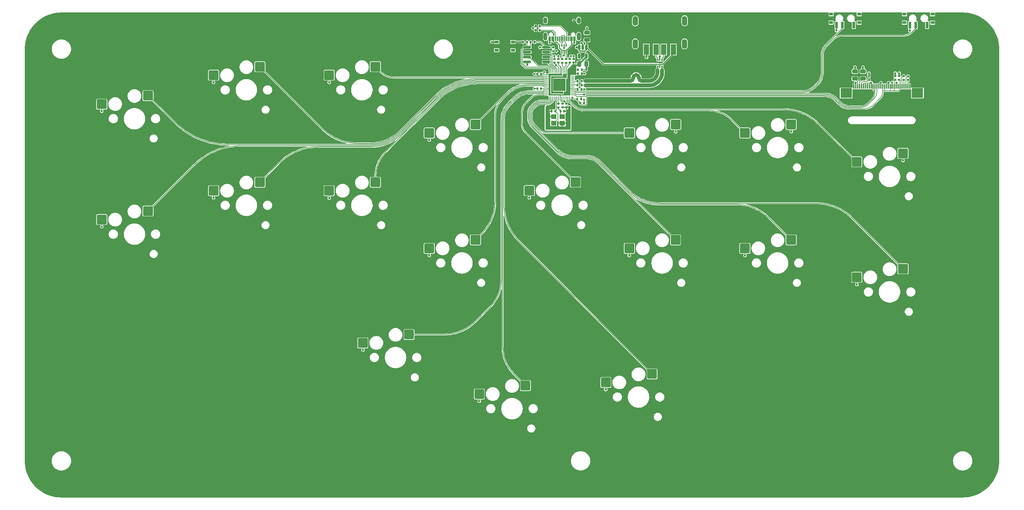
<source format=gtl>
G04 #@! TF.GenerationSoftware,KiCad,Pcbnew,8.0.1*
G04 #@! TF.CreationDate,2024-03-30T21:55:45-07:00*
G04 #@! TF.ProjectId,proj,70726f6a-2e6b-4696-9361-645f70636258,rev?*
G04 #@! TF.SameCoordinates,Original*
G04 #@! TF.FileFunction,Copper,L1,Top*
G04 #@! TF.FilePolarity,Positive*
%FSLAX46Y46*%
G04 Gerber Fmt 4.6, Leading zero omitted, Abs format (unit mm)*
G04 Created by KiCad (PCBNEW 8.0.1) date 2024-03-30 21:55:45*
%MOMM*%
%LPD*%
G01*
G04 APERTURE LIST*
G04 Aperture macros list*
%AMRoundRect*
0 Rectangle with rounded corners*
0 $1 Rounding radius*
0 $2 $3 $4 $5 $6 $7 $8 $9 X,Y pos of 4 corners*
0 Add a 4 corners polygon primitive as box body*
4,1,4,$2,$3,$4,$5,$6,$7,$8,$9,$2,$3,0*
0 Add four circle primitives for the rounded corners*
1,1,$1+$1,$2,$3*
1,1,$1+$1,$4,$5*
1,1,$1+$1,$6,$7*
1,1,$1+$1,$8,$9*
0 Add four rect primitives between the rounded corners*
20,1,$1+$1,$2,$3,$4,$5,0*
20,1,$1+$1,$4,$5,$6,$7,0*
20,1,$1+$1,$6,$7,$8,$9,0*
20,1,$1+$1,$8,$9,$2,$3,0*%
G04 Aperture macros list end*
G04 #@! TA.AperFunction,EtchedComponent*
%ADD10C,0.000000*%
G04 #@! TD*
G04 #@! TA.AperFunction,SMDPad,CuDef*
%ADD11RoundRect,0.140000X0.140000X0.170000X-0.140000X0.170000X-0.140000X-0.170000X0.140000X-0.170000X0*%
G04 #@! TD*
G04 #@! TA.AperFunction,SMDPad,CuDef*
%ADD12RoundRect,0.135000X0.185000X-0.135000X0.185000X0.135000X-0.185000X0.135000X-0.185000X-0.135000X0*%
G04 #@! TD*
G04 #@! TA.AperFunction,SMDPad,CuDef*
%ADD13R,1.400000X2.800000*%
G04 #@! TD*
G04 #@! TA.AperFunction,ComponentPad*
%ADD14O,1.400000X2.500000*%
G04 #@! TD*
G04 #@! TA.AperFunction,SMDPad,CuDef*
%ADD15RoundRect,0.135000X-0.135000X-0.185000X0.135000X-0.185000X0.135000X0.185000X-0.135000X0.185000X0*%
G04 #@! TD*
G04 #@! TA.AperFunction,SMDPad,CuDef*
%ADD16RoundRect,0.093750X-0.093750X0.156250X-0.093750X-0.156250X0.093750X-0.156250X0.093750X0.156250X0*%
G04 #@! TD*
G04 #@! TA.AperFunction,SMDPad,CuDef*
%ADD17RoundRect,0.075000X-0.075000X0.250000X-0.075000X-0.250000X0.075000X-0.250000X0.075000X0.250000X0*%
G04 #@! TD*
G04 #@! TA.AperFunction,SMDPad,CuDef*
%ADD18RoundRect,0.140000X0.170000X-0.140000X0.170000X0.140000X-0.170000X0.140000X-0.170000X-0.140000X0*%
G04 #@! TD*
G04 #@! TA.AperFunction,SMDPad,CuDef*
%ADD19RoundRect,0.140000X-0.170000X0.140000X-0.170000X-0.140000X0.170000X-0.140000X0.170000X0.140000X0*%
G04 #@! TD*
G04 #@! TA.AperFunction,SMDPad,CuDef*
%ADD20RoundRect,0.150000X-0.825000X-0.150000X0.825000X-0.150000X0.825000X0.150000X-0.825000X0.150000X0*%
G04 #@! TD*
G04 #@! TA.AperFunction,SMDPad,CuDef*
%ADD21RoundRect,0.250000X-0.475000X0.250000X-0.475000X-0.250000X0.475000X-0.250000X0.475000X0.250000X0*%
G04 #@! TD*
G04 #@! TA.AperFunction,SMDPad,CuDef*
%ADD22R,1.050000X0.700000*%
G04 #@! TD*
G04 #@! TA.AperFunction,SMDPad,CuDef*
%ADD23RoundRect,0.050000X-0.387500X-0.050000X0.387500X-0.050000X0.387500X0.050000X-0.387500X0.050000X0*%
G04 #@! TD*
G04 #@! TA.AperFunction,SMDPad,CuDef*
%ADD24RoundRect,0.050000X-0.050000X-0.387500X0.050000X-0.387500X0.050000X0.387500X-0.050000X0.387500X0*%
G04 #@! TD*
G04 #@! TA.AperFunction,ComponentPad*
%ADD25C,0.600000*%
G04 #@! TD*
G04 #@! TA.AperFunction,SMDPad,CuDef*
%ADD26RoundRect,0.144000X-1.456000X-1.456000X1.456000X-1.456000X1.456000X1.456000X-1.456000X1.456000X0*%
G04 #@! TD*
G04 #@! TA.AperFunction,SMDPad,CuDef*
%ADD27RoundRect,0.250000X-0.250000X-0.475000X0.250000X-0.475000X0.250000X0.475000X-0.250000X0.475000X0*%
G04 #@! TD*
G04 #@! TA.AperFunction,SMDPad,CuDef*
%ADD28R,1.400000X1.200000*%
G04 #@! TD*
G04 #@! TA.AperFunction,SMDPad,CuDef*
%ADD29R,0.700000X1.800000*%
G04 #@! TD*
G04 #@! TA.AperFunction,SMDPad,CuDef*
%ADD30R,1.000000X0.800000*%
G04 #@! TD*
G04 #@! TA.AperFunction,SMDPad,CuDef*
%ADD31RoundRect,0.140000X-0.140000X-0.170000X0.140000X-0.170000X0.140000X0.170000X-0.140000X0.170000X0*%
G04 #@! TD*
G04 #@! TA.AperFunction,SMDPad,CuDef*
%ADD32R,0.300000X1.150000*%
G04 #@! TD*
G04 #@! TA.AperFunction,ComponentPad*
%ADD33O,1.000000X2.100000*%
G04 #@! TD*
G04 #@! TA.AperFunction,ComponentPad*
%ADD34O,1.000000X1.600000*%
G04 #@! TD*
G04 #@! TA.AperFunction,SMDPad,CuDef*
%ADD35RoundRect,0.135000X-0.185000X0.135000X-0.185000X-0.135000X0.185000X-0.135000X0.185000X0.135000X0*%
G04 #@! TD*
G04 #@! TA.AperFunction,SMDPad,CuDef*
%ADD36RoundRect,0.135000X0.135000X0.185000X-0.135000X0.185000X-0.135000X-0.185000X0.135000X-0.185000X0*%
G04 #@! TD*
G04 #@! TA.AperFunction,SMDPad,CuDef*
%ADD37C,0.500000*%
G04 #@! TD*
G04 #@! TA.AperFunction,SMDPad,CuDef*
%ADD38R,0.300000X1.200000*%
G04 #@! TD*
G04 #@! TA.AperFunction,SMDPad,CuDef*
%ADD39R,3.000000X2.500000*%
G04 #@! TD*
G04 #@! TA.AperFunction,SMDPad,CuDef*
%ADD40RoundRect,0.250000X0.475000X-0.250000X0.475000X0.250000X-0.475000X0.250000X-0.475000X-0.250000X0*%
G04 #@! TD*
G04 #@! TA.AperFunction,SMDPad,CuDef*
%ADD41RoundRect,0.150000X-0.150000X0.512500X-0.150000X-0.512500X0.150000X-0.512500X0.150000X0.512500X0*%
G04 #@! TD*
G04 #@! TA.AperFunction,SMDPad,CuDef*
%ADD42RoundRect,0.250000X1.025000X1.000000X-1.025000X1.000000X-1.025000X-1.000000X1.025000X-1.000000X0*%
G04 #@! TD*
G04 #@! TA.AperFunction,ViaPad*
%ADD43C,0.600000*%
G04 #@! TD*
G04 #@! TA.AperFunction,Conductor*
%ADD44C,0.200000*%
G04 #@! TD*
G04 #@! TA.AperFunction,Conductor*
%ADD45C,0.150000*%
G04 #@! TD*
G04 #@! TA.AperFunction,Conductor*
%ADD46C,0.400000*%
G04 #@! TD*
G04 #@! TA.AperFunction,Conductor*
%ADD47C,0.250000*%
G04 #@! TD*
G04 #@! TA.AperFunction,Conductor*
%ADD48C,0.300000*%
G04 #@! TD*
G04 #@! TA.AperFunction,Conductor*
%ADD49C,1.000000*%
G04 #@! TD*
G04 APERTURE END LIST*
D10*
G04 #@! TA.AperFunction,EtchedComponent*
G36*
X166315200Y-32021400D02*
G01*
X165815200Y-32021400D01*
X165815200Y-31021400D01*
X166315200Y-31021400D01*
X166315200Y-32021400D01*
G37*
G04 #@! TD.AperFunction*
D11*
X163577200Y-54623250D03*
X162617200Y-54623250D03*
D12*
X162054150Y-53660050D03*
X162054150Y-52640050D03*
D13*
X191902200Y-38603784D03*
X189403200Y-38603784D03*
X187401200Y-38603784D03*
X184902200Y-38603784D03*
D14*
X194803200Y-37130784D03*
X194803200Y-31128784D03*
X182001200Y-31179284D03*
X182001200Y-37130784D03*
D15*
X152909800Y-36660400D03*
X153929800Y-36660400D03*
D16*
X164041100Y-37624400D03*
D17*
X163503600Y-37549400D03*
D16*
X162966100Y-37624400D03*
X162966100Y-39324400D03*
D17*
X163503600Y-39399400D03*
D16*
X164041100Y-39324400D03*
D18*
X161014400Y-42019200D03*
X161014400Y-41059200D03*
D15*
X167714200Y-52527200D03*
X168734200Y-52527200D03*
D19*
X251688600Y-45505200D03*
X251688600Y-46465200D03*
D20*
X153930800Y-38032000D03*
X153930800Y-39302000D03*
X153930800Y-40572000D03*
X153930800Y-41842000D03*
X158880800Y-41842000D03*
X158880800Y-40572000D03*
X158880800Y-39302000D03*
X158880800Y-38032000D03*
D21*
X241122200Y-44273200D03*
X241122200Y-46173200D03*
D11*
X157532000Y-44940800D03*
X156572000Y-44940800D03*
D22*
X146011200Y-36652200D03*
X150211200Y-36652200D03*
X146011200Y-38802200D03*
X150211200Y-38802200D03*
D19*
X252831600Y-45530600D03*
X252831600Y-46490600D03*
D18*
X162005000Y-42019200D03*
X162005000Y-41059200D03*
D23*
X158862150Y-45149450D03*
X158862150Y-45549450D03*
X158862150Y-45949450D03*
X158862150Y-46349450D03*
X158862150Y-46749450D03*
X158862150Y-47149450D03*
X158862150Y-47549450D03*
X158862150Y-47949450D03*
X158862150Y-48349450D03*
X158862150Y-48749450D03*
X158862150Y-49149450D03*
X158862150Y-49549450D03*
X158862150Y-49949450D03*
X158862150Y-50349450D03*
D24*
X159699650Y-51186950D03*
X160099650Y-51186950D03*
X160499650Y-51186950D03*
X160899650Y-51186950D03*
X161299650Y-51186950D03*
X161699650Y-51186950D03*
X162099650Y-51186950D03*
X162499650Y-51186950D03*
X162899650Y-51186950D03*
X163299650Y-51186950D03*
X163699650Y-51186950D03*
X164099650Y-51186950D03*
X164499650Y-51186950D03*
X164899650Y-51186950D03*
D23*
X165737150Y-50349450D03*
X165737150Y-49949450D03*
X165737150Y-49549450D03*
X165737150Y-49149450D03*
X165737150Y-48749450D03*
X165737150Y-48349450D03*
X165737150Y-47949450D03*
X165737150Y-47549450D03*
X165737150Y-47149450D03*
X165737150Y-46749450D03*
X165737150Y-46349450D03*
X165737150Y-45949450D03*
X165737150Y-45549450D03*
X165737150Y-45149450D03*
D24*
X164899650Y-44311950D03*
X164499650Y-44311950D03*
X164099650Y-44311950D03*
X163699650Y-44311950D03*
X163299650Y-44311950D03*
X162899650Y-44311950D03*
X162499650Y-44311950D03*
X162099650Y-44311950D03*
X161699650Y-44311950D03*
X161299650Y-44311950D03*
X160899650Y-44311950D03*
X160499650Y-44311950D03*
X160099650Y-44311950D03*
X159699650Y-44311950D03*
D25*
X161024650Y-46474450D03*
X161024650Y-47749450D03*
X161024650Y-49024450D03*
X162299650Y-46474450D03*
X162299650Y-47749450D03*
D26*
X162299650Y-47749450D03*
D25*
X162299650Y-49024450D03*
X163574650Y-46474450D03*
X163574650Y-47749450D03*
X163574650Y-49024450D03*
D27*
X167405000Y-42324600D03*
X169305000Y-42324600D03*
D28*
X160815100Y-57716000D03*
X163015100Y-57716000D03*
X163015100Y-56016000D03*
X160815100Y-56016000D03*
D15*
X166952200Y-51460400D03*
X167972200Y-51460400D03*
D29*
X253290000Y-32253800D03*
X254790000Y-32253800D03*
X257790000Y-32253800D03*
D30*
X251890000Y-31603800D03*
X251890000Y-29403800D03*
X259190000Y-31603800D03*
X259190000Y-29403800D03*
D31*
X167033000Y-48920400D03*
X167993000Y-48920400D03*
X167113000Y-43874000D03*
X168073000Y-43874000D03*
D29*
X234240000Y-32253800D03*
X235740000Y-32253800D03*
X238740000Y-32253800D03*
D30*
X232840000Y-31603800D03*
X232840000Y-29403800D03*
X240140000Y-31603800D03*
X240140000Y-29403800D03*
D31*
X167113000Y-44864600D03*
X168073000Y-44864600D03*
D15*
X154840200Y-36660400D03*
X155860200Y-36660400D03*
D18*
X160709600Y-38996600D03*
X160709600Y-38036600D03*
D32*
X166343800Y-35783800D03*
X165543800Y-35783800D03*
X164243800Y-35783800D03*
X163243800Y-35783800D03*
X162743800Y-35783800D03*
X161743800Y-35783800D03*
X160443800Y-35783800D03*
X159643800Y-35783800D03*
X159943800Y-35783800D03*
X160743800Y-35783800D03*
X161243800Y-35783800D03*
X162243800Y-35783800D03*
X163743800Y-35783800D03*
X164743800Y-35783800D03*
X165243800Y-35783800D03*
X166043800Y-35783800D03*
D33*
X167313800Y-35218800D03*
D34*
X167313800Y-31038800D03*
D33*
X158673800Y-35218800D03*
D34*
X158673800Y-31038800D03*
D35*
X164011600Y-41027200D03*
X164011600Y-42047200D03*
D36*
X157155600Y-33587000D03*
X156135600Y-33587000D03*
D37*
X166065200Y-31021400D03*
X166065200Y-32021400D03*
D35*
X162995600Y-41027200D03*
X162995600Y-42047200D03*
D36*
X168046400Y-47879000D03*
X167026400Y-47879000D03*
D19*
X250520200Y-45505200D03*
X250520200Y-46465200D03*
X163095550Y-52670050D03*
X163095550Y-53630050D03*
D18*
X165002200Y-42019200D03*
X165002200Y-41059200D03*
D35*
X242671600Y-45475200D03*
X242671600Y-46495200D03*
D38*
X253259000Y-48200000D03*
X252759000Y-48200000D03*
X252259000Y-48200000D03*
X251759000Y-48200000D03*
X251259000Y-48200000D03*
X250759000Y-48200000D03*
X250259500Y-48200000D03*
X249759000Y-48200000D03*
X249259500Y-48200000D03*
X248759000Y-48200000D03*
X248259500Y-48200000D03*
X247759000Y-48200000D03*
X247259500Y-48200000D03*
X246759000Y-48200000D03*
X246259500Y-48200000D03*
X245759000Y-48200000D03*
X245259500Y-48200000D03*
X244759000Y-48200000D03*
X244259500Y-48200000D03*
X243759000Y-48200000D03*
X243259500Y-48200000D03*
X242759000Y-48200000D03*
X242259500Y-48200000D03*
X241759000Y-48200000D03*
X241259500Y-48200000D03*
X240759000Y-48200000D03*
X240259500Y-48200000D03*
X239759000Y-48200000D03*
X239259500Y-48200000D03*
X238759000Y-48200000D03*
D39*
X236759000Y-49880000D03*
X255259000Y-49880000D03*
D21*
X239039400Y-44273200D03*
X239039400Y-46173200D03*
D31*
X160255000Y-54620200D03*
X161215000Y-54620200D03*
D36*
X168046400Y-46812200D03*
X167026400Y-46812200D03*
D19*
X249504200Y-45505200D03*
X249504200Y-46465200D03*
D40*
X169447200Y-36111800D03*
X169447200Y-34211800D03*
D36*
X157155600Y-32545600D03*
X156135600Y-32545600D03*
D19*
X164111550Y-52670050D03*
X164111550Y-53630050D03*
D18*
X165992800Y-42019200D03*
X165992800Y-41059200D03*
D11*
X157532000Y-48750800D03*
X156572000Y-48750800D03*
D41*
X169319100Y-38037500D03*
X168369100Y-38037500D03*
X167419100Y-38037500D03*
X167419100Y-40312500D03*
X169319100Y-40312500D03*
D16*
X188929300Y-41324584D03*
D17*
X188391800Y-41249584D03*
D16*
X187854300Y-41324584D03*
X187854300Y-43024584D03*
D17*
X188391800Y-43099584D03*
D16*
X188929300Y-43024584D03*
D42*
X114529000Y-73084100D03*
X102529000Y-75284100D03*
X84529000Y-43084000D03*
X72529000Y-45284000D03*
X114529000Y-43084000D03*
X102529000Y-45284000D03*
X153500000Y-125915900D03*
X141500000Y-128115900D03*
X166477000Y-73065100D03*
X154477000Y-75265100D03*
X251518500Y-65584100D03*
X239518500Y-67784100D03*
X251518500Y-95584100D03*
X239518500Y-97784100D03*
X55481000Y-80584100D03*
X43481000Y-82784100D03*
X222471100Y-58084100D03*
X210471100Y-60284100D03*
X140510000Y-58084100D03*
X128510000Y-60284100D03*
X84529000Y-73084100D03*
X72529000Y-75284100D03*
X186350400Y-122896900D03*
X174350400Y-125096900D03*
X140497000Y-88065100D03*
X128497000Y-90265100D03*
X55481000Y-50584100D03*
X43481000Y-52784100D03*
X192471100Y-58084100D03*
X180471100Y-60284100D03*
X222458100Y-88065100D03*
X210458100Y-90265100D03*
X192458100Y-88065100D03*
X180458100Y-90265100D03*
X123272000Y-112627700D03*
X111272000Y-114827700D03*
D43*
X158394400Y-44475400D03*
X165658800Y-51104800D03*
X157276800Y-38049200D03*
X164744400Y-50190400D03*
X161429432Y-42634168D03*
X162886450Y-49799450D03*
X163550600Y-45237400D03*
X163641885Y-52074442D03*
X166065200Y-31030800D03*
X155422600Y-33096200D03*
X168071800Y-36931600D03*
X72520800Y-77136900D03*
X243255800Y-47269400D03*
X159236400Y-54609600D03*
X155829000Y-48750800D03*
X159795200Y-36812800D03*
X180445400Y-92122900D03*
X247777000Y-47269400D03*
X239525800Y-99666700D03*
X166196000Y-36812800D03*
X249504200Y-44754800D03*
X210468200Y-92122900D03*
X192485000Y-59966500D03*
X188391800Y-40381784D03*
X163503600Y-38209800D03*
X154486600Y-77111500D03*
X250520200Y-44754800D03*
X72520800Y-47139500D03*
X111302800Y-116687600D03*
X242671600Y-44754800D03*
X128502400Y-62125500D03*
X253288800Y-33680400D03*
X153949400Y-42595800D03*
X102543600Y-47139500D03*
X222482400Y-59941100D03*
X245770400Y-47269400D03*
X241122200Y-43205400D03*
X239209000Y-47261809D03*
X169291000Y-43840400D03*
X165288965Y-40320965D03*
X164646600Y-56880800D03*
X174349400Y-126946300D03*
X168808400Y-44856400D03*
X43484800Y-54635400D03*
X251514600Y-67434100D03*
X249832330Y-47245490D03*
X161901750Y-59017450D03*
X102543600Y-77187700D03*
X161014400Y-40309800D03*
X155778200Y-44932600D03*
X128502400Y-92122900D03*
X159236400Y-56880800D03*
X169443400Y-32994600D03*
X160911150Y-52565850D03*
X161493200Y-38989000D03*
X248666000Y-47193200D03*
X165989000Y-40335200D03*
X164646600Y-54609600D03*
X168757600Y-48920400D03*
X234238800Y-33655000D03*
X184912000Y-40614600D03*
X141481800Y-129968900D03*
X144729200Y-36626800D03*
X239039400Y-43205400D03*
X162001200Y-40309800D03*
X43484800Y-84629900D03*
X166754800Y-38006600D03*
X163491100Y-40114800D03*
X168732200Y-50280400D03*
X168732200Y-51638200D03*
D44*
X157532000Y-44940800D02*
X157929000Y-44940800D01*
X166862050Y-48749450D02*
X165737150Y-48749450D01*
X162499650Y-51769350D02*
X163095550Y-52365250D01*
D45*
X246259500Y-48200000D02*
X246259500Y-49396500D01*
D44*
X167113000Y-43874000D02*
X166424600Y-43874000D01*
D45*
X160699750Y-38046450D02*
X160709600Y-38036600D01*
D44*
X162005000Y-42499000D02*
X162499650Y-42993650D01*
D45*
X168259200Y-53072200D02*
X167714200Y-52527200D01*
X248259500Y-48200000D02*
X248259500Y-49377700D01*
X158856700Y-45144000D02*
X158862150Y-45149450D01*
D44*
X249259500Y-46709900D02*
X249259500Y-48200000D01*
D45*
X246735600Y-49403000D02*
X246253000Y-49403000D01*
X249259500Y-48200000D02*
X249259500Y-49368300D01*
X241501009Y-54000400D02*
X237724454Y-54000400D01*
D44*
X250520200Y-46465200D02*
X250503400Y-46482000D01*
D46*
X167405000Y-42324600D02*
X169319100Y-40410500D01*
D45*
X248259500Y-49377700D02*
X248234200Y-49403000D01*
D44*
X158204850Y-45149450D02*
X158013400Y-44958000D01*
D45*
X246759000Y-48200000D02*
X246759000Y-49379600D01*
D44*
X167113000Y-44864600D02*
X166450000Y-44864600D01*
X250759000Y-46704000D02*
X250759000Y-48200000D01*
D45*
X250306000Y-49403000D02*
X249224800Y-49403000D01*
X169367200Y-52727058D02*
X169022058Y-53072200D01*
X248234200Y-49403000D02*
X246735600Y-49403000D01*
D47*
X169319100Y-40410500D02*
X169319100Y-40312500D01*
D44*
X158863600Y-38049200D02*
X158880800Y-38032000D01*
X157509200Y-36660400D02*
X158880800Y-38032000D01*
D45*
X248259500Y-48200000D02*
X248184500Y-48125000D01*
D44*
X165737150Y-48749450D02*
X165027600Y-48749450D01*
D45*
X250759000Y-48950000D02*
X250306000Y-49403000D01*
D44*
X250520200Y-46465200D02*
X250759000Y-46704000D01*
D45*
X250759000Y-48200000D02*
X250759000Y-48950000D01*
D44*
X162499650Y-51186950D02*
X162499650Y-51769350D01*
X157929000Y-44940800D02*
X158394400Y-44475400D01*
X165992800Y-42019200D02*
X165992800Y-42654800D01*
D45*
X169666528Y-50663400D02*
X169367200Y-50962728D01*
X246759000Y-49379600D02*
X246735600Y-49403000D01*
D44*
X158013400Y-44958000D02*
X157549200Y-44958000D01*
D48*
X167405000Y-42324600D02*
X167024000Y-42705600D01*
D45*
X245667213Y-51169887D02*
X243781176Y-53055924D01*
D44*
X162899650Y-44311950D02*
X162899650Y-43393650D01*
D45*
X246253000Y-49403000D02*
X246253000Y-49755673D01*
D46*
X167024000Y-42705600D02*
X166551600Y-42705600D01*
D44*
X249504200Y-46465200D02*
X249259500Y-46709900D01*
X162499650Y-42993650D02*
X162499650Y-44311950D01*
X166952200Y-51460400D02*
X166952200Y-51765200D01*
D45*
X169022058Y-53072200D02*
X168259200Y-53072200D01*
D44*
X158862150Y-48749450D02*
X159765650Y-48749450D01*
X157532000Y-48750800D02*
X158860800Y-48750800D01*
D45*
X169367200Y-50962728D02*
X169367200Y-52727058D01*
D44*
X162005000Y-42019200D02*
X162005000Y-42499000D01*
X157276800Y-38049200D02*
X158863600Y-38049200D01*
X167033000Y-48920400D02*
X166862050Y-48749450D01*
X159892650Y-45149450D02*
X158862150Y-45149450D01*
X159058600Y-38046450D02*
X160699750Y-38046450D01*
X162899650Y-43393650D02*
X162499650Y-42993650D01*
X166014400Y-51460400D02*
X166952200Y-51460400D01*
X166952200Y-51765200D02*
X167714200Y-52527200D01*
D45*
X249259500Y-49368300D02*
X249224800Y-49403000D01*
X249224800Y-49403000D02*
X248234200Y-49403000D01*
X231073746Y-50663400D02*
X169666528Y-50663400D01*
D44*
X157549200Y-44958000D02*
X157532000Y-44940800D01*
X158862150Y-45149450D02*
X158204850Y-45149450D01*
X162899650Y-44311950D02*
X162899650Y-45107450D01*
X162499650Y-51186950D02*
X162499650Y-50460450D01*
D45*
X246259500Y-49396500D02*
X246253000Y-49403000D01*
X158860800Y-48750800D02*
X158862150Y-48749450D01*
D44*
X165658800Y-51104800D02*
X166014400Y-51460400D01*
X155860200Y-36660400D02*
X157509200Y-36660400D01*
X162499650Y-44311950D02*
X162499650Y-45126450D01*
D45*
X234896027Y-52828827D02*
X233902173Y-51834973D01*
X245667212Y-51169886D02*
G75*
G03*
X246252980Y-49755673I-1414212J1414186D01*
G01*
X233902173Y-51834973D02*
G75*
G03*
X231073746Y-50663368I-2828473J-2828427D01*
G01*
X237724454Y-54000400D02*
G75*
G02*
X234896050Y-52828804I46J4000000D01*
G01*
X243781176Y-53055924D02*
G75*
G02*
X241501009Y-54000419I-2280176J2280124D01*
G01*
X161014400Y-42219136D02*
X161429432Y-42634168D01*
D44*
X165002200Y-42019200D02*
X165002200Y-42363400D01*
X164099650Y-43265950D02*
X164099650Y-44311950D01*
D45*
X162099650Y-43304386D02*
X161429432Y-42634168D01*
D44*
X165002200Y-42363400D02*
X164099650Y-43265950D01*
X163641885Y-52074442D02*
X163323992Y-52074442D01*
X163641885Y-52074442D02*
X164111550Y-52544107D01*
X163323992Y-52074442D02*
X162899650Y-51650100D01*
X164111550Y-52544107D02*
X164111550Y-52670050D01*
D45*
X161014400Y-42019200D02*
X161014400Y-42219136D01*
D44*
X164099650Y-44311950D02*
X164099650Y-45145550D01*
D45*
X162099650Y-44311950D02*
X162099650Y-43304386D01*
X162899650Y-49812652D02*
X162886450Y-49799452D01*
X162886450Y-49799452D02*
X162886450Y-49799450D01*
D44*
X162899650Y-51650100D02*
X162899650Y-51186950D01*
D45*
X119472247Y-45899800D02*
X158035478Y-45899800D01*
X158385828Y-45549450D02*
X158862150Y-45549450D01*
X114529000Y-43084000D02*
X115840468Y-44395468D01*
X158035478Y-45899800D02*
X158385828Y-45549450D01*
X119472247Y-45899800D02*
G75*
G02*
X115840447Y-44395489I-47J5136100D01*
G01*
D44*
X242259500Y-47325900D02*
X242290600Y-47294800D01*
X162005000Y-41059200D02*
X162005000Y-40313600D01*
X238759000Y-47499000D02*
X238996191Y-47261809D01*
X242259500Y-48200000D02*
X242259500Y-47325900D01*
X102539800Y-45288200D02*
X102539800Y-47135700D01*
D48*
X242671600Y-45475200D02*
X242671600Y-44754800D01*
D45*
X168800200Y-44864600D02*
X168808400Y-44856400D01*
D44*
X155913400Y-33587000D02*
X156135600Y-33587000D01*
X241259500Y-47513100D02*
X241477800Y-47294800D01*
X243259500Y-47273100D02*
X243255800Y-47269400D01*
X102539800Y-75336400D02*
X102539800Y-77183900D01*
X155422600Y-33096200D02*
X155973200Y-32545600D01*
X72517000Y-75285600D02*
X72517000Y-77133100D01*
X222478600Y-58089800D02*
X222478600Y-59937300D01*
X245759000Y-47280800D02*
X245770400Y-47269400D01*
X163503600Y-38209800D02*
X163503600Y-37549400D01*
X192481200Y-58115200D02*
X192481200Y-59962700D01*
D45*
X249832330Y-47245490D02*
X249759000Y-47318820D01*
D44*
X154482800Y-75260200D02*
X154482800Y-77107700D01*
X247759000Y-48200000D02*
X247759000Y-47287400D01*
X239259500Y-48200000D02*
X239259500Y-47312309D01*
X247484900Y-47269400D02*
X247777000Y-47269400D01*
D48*
X159795200Y-36812800D02*
X159795200Y-35935200D01*
D44*
X248759000Y-47286200D02*
X248759000Y-48200000D01*
X141478000Y-128117600D02*
X141478000Y-129965100D01*
X210464400Y-90271600D02*
X210464400Y-92119100D01*
X242759000Y-47334400D02*
X242798600Y-47294800D01*
D46*
X184902200Y-38603784D02*
X184902200Y-40604800D01*
D44*
X111299000Y-114836300D02*
X111299000Y-116683800D01*
X234240000Y-32253800D02*
X234240000Y-33653800D01*
D46*
X169305000Y-42324600D02*
X169305000Y-43826400D01*
D44*
X43481000Y-82778600D02*
X43481000Y-84626100D01*
X242759000Y-48200000D02*
X242759000Y-47334400D01*
X239522000Y-97815400D02*
X239522000Y-99662900D01*
D45*
X184902200Y-40604800D02*
X184912000Y-40614600D01*
D44*
X245491000Y-47269400D02*
X245770400Y-47269400D01*
D45*
X161299650Y-51186950D02*
X161299650Y-51948750D01*
D44*
X247259500Y-48200000D02*
X247259500Y-47494800D01*
D45*
X169257400Y-43874000D02*
X169291000Y-43840400D01*
D44*
X168073000Y-43874000D02*
X169257400Y-43874000D01*
X239259500Y-47312309D02*
X239209000Y-47261809D01*
X153930800Y-42577200D02*
X153949400Y-42595800D01*
X165992800Y-41059200D02*
X165992800Y-40339000D01*
X238996191Y-47261809D02*
X239209000Y-47261809D01*
X165002200Y-41059200D02*
X165002200Y-40607730D01*
D46*
X146011200Y-36652200D02*
X144754600Y-36652200D01*
D45*
X159795200Y-35935200D02*
X159643800Y-35783800D01*
D44*
X245259500Y-47500900D02*
X245491000Y-47269400D01*
D48*
X169447200Y-34211800D02*
X169447200Y-32998400D01*
D44*
X161014400Y-41059200D02*
X161014400Y-40309800D01*
X165002200Y-40607730D02*
X165288965Y-40320965D01*
X160709600Y-38996600D02*
X161485600Y-38996600D01*
X128498600Y-90271600D02*
X128498600Y-92119100D01*
X168073000Y-44864600D02*
X168800200Y-44864600D01*
X238759000Y-48200000D02*
X238759000Y-47499000D01*
X155973200Y-32545600D02*
X156135600Y-32545600D01*
X247759000Y-47287400D02*
X247777000Y-47269400D01*
X243259500Y-48200000D02*
X243259500Y-47273100D01*
D48*
X153930800Y-41842000D02*
X153930800Y-42577200D01*
D45*
X162005000Y-40313600D02*
X162001200Y-40309800D01*
D44*
X174345600Y-125095000D02*
X174345600Y-126942500D01*
X241759000Y-47322000D02*
X241731800Y-47294800D01*
X156572000Y-44940800D02*
X155786400Y-44940800D01*
D45*
X161485600Y-38996600D02*
X161493200Y-38989000D01*
D44*
X72517000Y-45288200D02*
X72517000Y-47135700D01*
D48*
X188391800Y-41249584D02*
X188391800Y-40381784D01*
D44*
X243230400Y-47294800D02*
X243255800Y-47269400D01*
D48*
X144754600Y-36652200D02*
X144729200Y-36626800D01*
D45*
X249759000Y-47318820D02*
X249759000Y-48200000D01*
D44*
X241259500Y-48200000D02*
X241259500Y-47513100D01*
X169447200Y-32998400D02*
X169443400Y-32994600D01*
X43481000Y-54631600D02*
X43484800Y-54635400D01*
X43481000Y-52784100D02*
X43481000Y-54631600D01*
X245259500Y-48200000D02*
X245259500Y-47500900D01*
X241759000Y-48200000D02*
X241759000Y-47322000D01*
X180441600Y-90271600D02*
X180441600Y-92119100D01*
X242290600Y-47294800D02*
X242798600Y-47294800D01*
D48*
X166196000Y-36812800D02*
X166196000Y-35936000D01*
D44*
X128498600Y-60274200D02*
X128498600Y-62121700D01*
X155422600Y-33096200D02*
X155913400Y-33587000D01*
X167993000Y-48920400D02*
X168757600Y-48920400D01*
D45*
X166196000Y-35936000D02*
X166043800Y-35783800D01*
D44*
X251510800Y-65582800D02*
X251510800Y-67430300D01*
D48*
X239039400Y-44273200D02*
X239039400Y-43205400D01*
D44*
X242798600Y-47294800D02*
X243230400Y-47294800D01*
D48*
X249504200Y-45505200D02*
X249504200Y-44754800D01*
X250520200Y-45505200D02*
X250520200Y-44754800D01*
X241122200Y-44273200D02*
X241122200Y-43205400D01*
D44*
X253290000Y-32253800D02*
X253290000Y-33679200D01*
D45*
X169305000Y-43826400D02*
X169291000Y-43840400D01*
X155786400Y-44940800D02*
X155778200Y-44932600D01*
X165992800Y-40339000D02*
X165989000Y-40335200D01*
D48*
X168369100Y-37228900D02*
X168071800Y-36931600D01*
D44*
X241477800Y-47294800D02*
X242290600Y-47294800D01*
D48*
X168369100Y-38037500D02*
X168369100Y-37228900D01*
D45*
X155829000Y-48750800D02*
X156572000Y-48750800D01*
D44*
X253290000Y-33679200D02*
X253288800Y-33680400D01*
X247259500Y-47494800D02*
X247484900Y-47269400D01*
X245759000Y-48200000D02*
X245759000Y-47280800D01*
X234240000Y-33653800D02*
X234238800Y-33655000D01*
X248666000Y-47193200D02*
X248759000Y-47286200D01*
D45*
X161495350Y-54339850D02*
X161215000Y-54620200D01*
X160890400Y-57716000D02*
X160815100Y-57716000D01*
X161215000Y-54620200D02*
X161215000Y-54668400D01*
X161699650Y-51186950D02*
X161699650Y-52161692D01*
X161215000Y-54668400D02*
X161928800Y-55382200D01*
X161495350Y-52365992D02*
X161495350Y-54339850D01*
X161928800Y-55382200D02*
X161928800Y-56677600D01*
X161699650Y-52161692D02*
X161495350Y-52365992D01*
X161928800Y-56677600D02*
X160890400Y-57716000D01*
X158434356Y-46349450D02*
X158862150Y-46349450D01*
X55481000Y-50584100D02*
X62630013Y-57733113D01*
X76023797Y-63281000D02*
X113233604Y-63281000D01*
X140901105Y-46499800D02*
X158284006Y-46499800D01*
X158284006Y-46499800D02*
X158434356Y-46349450D01*
X121138635Y-60006629D02*
X130222058Y-50923206D01*
X113233604Y-63281000D02*
G75*
G03*
X121138633Y-60006627I-4J11179400D01*
G01*
X76023797Y-63281000D02*
G75*
G02*
X62630008Y-57733118I3J18941700D01*
G01*
X130222059Y-50923207D02*
G75*
G02*
X140901105Y-46499818I10679041J-10679093D01*
G01*
X99718192Y-63881000D02*
X113404721Y-63881000D01*
X121441900Y-60551892D02*
X130557928Y-51435864D01*
X158408970Y-47099800D02*
X158458620Y-47149450D01*
X158458620Y-47149450D02*
X158862150Y-47149450D01*
X84529000Y-73084100D02*
X89499294Y-68113806D01*
X141026112Y-47099800D02*
X158408970Y-47099800D01*
X141026112Y-47099800D02*
G75*
G03*
X130557932Y-51435868I-12J-14804200D01*
G01*
X113404721Y-63881000D02*
G75*
G03*
X121441892Y-60551884I-21J11366300D01*
G01*
X99718192Y-63881000D02*
G75*
G03*
X89499299Y-68113811I8J-14451700D01*
G01*
X154006740Y-47699800D02*
X158160442Y-47699800D01*
X158160442Y-47699800D02*
X158410092Y-47949450D01*
X158410092Y-47949450D02*
X158862150Y-47949450D01*
X140510000Y-58084100D02*
X148693472Y-49900628D01*
X148693472Y-49900628D02*
G75*
G02*
X154006740Y-47699830I5313228J-5313272D01*
G01*
X162617200Y-55618100D02*
X163015100Y-56016000D01*
X162054150Y-54060200D02*
X162617200Y-54623250D01*
X162617200Y-54645600D02*
X162617200Y-55618100D01*
X162054150Y-53660050D02*
X162054150Y-54060200D01*
X162616600Y-54645000D02*
X162617200Y-54645600D01*
X149033398Y-52556074D02*
X150577286Y-51012186D01*
X140607660Y-109252140D02*
X144379046Y-105480754D01*
X158311886Y-49149450D02*
X158862150Y-49149450D01*
X158011886Y-49449450D02*
X158311886Y-49149450D01*
X147278800Y-98480128D02*
X147278800Y-56792049D01*
X123272000Y-112627700D02*
X132458337Y-112627700D01*
X154350064Y-49449450D02*
X158011886Y-49449450D01*
X154350064Y-49449450D02*
G75*
G03*
X150577296Y-51012196I36J-5335550D01*
G01*
X144379046Y-105480754D02*
G75*
G03*
X147278814Y-98480128I-7000646J7000654D01*
G01*
X149033399Y-52556075D02*
G75*
G03*
X147278843Y-56792049I4236001J-4235925D01*
G01*
X140607660Y-109252140D02*
G75*
G02*
X132458337Y-112627721I-8149360J8149340D01*
G01*
X230382800Y-40133054D02*
X230382800Y-44566346D01*
X235740000Y-32253800D02*
X235740000Y-33119000D01*
X229211227Y-47394773D02*
X228322173Y-48283827D01*
X235740000Y-33119000D02*
X231554373Y-37304627D01*
X166712128Y-49455400D02*
X166406178Y-49149450D01*
X166406178Y-49149450D02*
X165737150Y-49149450D01*
X225493746Y-49455400D02*
X166712128Y-49455400D01*
X230382800Y-44566346D02*
G75*
G02*
X229211204Y-47394750I-4000000J46D01*
G01*
X228322173Y-48283827D02*
G75*
G02*
X225493746Y-49455432I-2828473J2828427D01*
G01*
X231554373Y-37304627D02*
G75*
G03*
X230382768Y-40133054I2828427J-2828473D01*
G01*
X253449482Y-34397719D02*
X253137388Y-34593818D01*
X230682800Y-40163523D02*
X230682800Y-44612867D01*
X234590501Y-35232631D02*
X234227609Y-35382944D01*
X252098048Y-34957494D02*
X251731776Y-34998760D01*
X253137388Y-34593818D02*
X252805301Y-34753741D01*
X225506555Y-49755400D02*
X166587864Y-49755400D01*
X233250971Y-36035508D02*
X233110491Y-36172773D01*
X229456255Y-47574009D02*
X228525247Y-48505017D01*
X253869690Y-34039310D02*
X253737657Y-34167909D01*
X254790000Y-32253800D02*
X254790000Y-33119000D01*
X235938918Y-35001200D02*
X235742523Y-35003484D01*
X233881198Y-35568103D02*
X233554603Y-35786325D01*
X234227609Y-35382944D02*
X233881198Y-35568103D01*
X252805301Y-34753741D02*
X252457395Y-34875477D01*
X251731776Y-34998760D02*
X251547482Y-35001200D01*
X254790000Y-33119000D02*
X253869690Y-34039310D01*
X234966379Y-35118611D02*
X234590501Y-35232631D01*
X233554603Y-35786325D02*
X233250971Y-36035508D01*
X252457395Y-34875477D02*
X252098048Y-34957494D01*
X166381914Y-49549450D02*
X165737150Y-49549450D01*
X235742523Y-35003484D02*
X235351623Y-35041983D01*
X233110491Y-36172773D02*
X231788050Y-37495214D01*
X253737657Y-34167909D02*
X253449482Y-34397719D01*
X251547482Y-35001200D02*
X235938918Y-35001200D01*
X235351623Y-35041983D02*
X234966379Y-35118611D01*
X166587864Y-49755400D02*
X166381914Y-49549450D01*
X229456255Y-47574009D02*
G75*
G03*
X230682773Y-44612867I-2961155J2961109D01*
G01*
X231788050Y-37495214D02*
G75*
G03*
X230682829Y-40163523I2668350J-2668286D01*
G01*
X228525247Y-48505017D02*
G75*
G02*
X225506555Y-49755361I-3018647J3018717D01*
G01*
X158367950Y-49949450D02*
X158862150Y-49949450D01*
X158267950Y-50049450D02*
X158367950Y-49949450D01*
X147878800Y-78984428D02*
X147878800Y-56866586D01*
X149510368Y-52927632D02*
X150912017Y-51525983D01*
X154476682Y-50049450D02*
X158267950Y-50049450D01*
X186363400Y-122915900D02*
X151730320Y-88282820D01*
X147878800Y-56866586D02*
G75*
G02*
X149510380Y-52927644I5570500J-14D01*
G01*
X150912017Y-51525983D02*
G75*
G02*
X154476682Y-50049453I3564683J-3564717D01*
G01*
X147878800Y-78984428D02*
G75*
G03*
X151730337Y-88282803I13149900J28D01*
G01*
X157279318Y-51917600D02*
X159055282Y-51917600D01*
X161832134Y-65388334D02*
X155153309Y-58709509D01*
X154203400Y-56416225D02*
X154203400Y-55129686D01*
X159699650Y-51600186D02*
X159699650Y-51186950D01*
X159613428Y-51686408D02*
X159699650Y-51600186D01*
X190721100Y-86334100D02*
X190702700Y-86334100D01*
X192471100Y-88084100D02*
X190721100Y-86334100D01*
X169150332Y-66852800D02*
X165367668Y-66852800D01*
X154948043Y-53331957D02*
X155714041Y-52565959D01*
X190702700Y-86334100D02*
X172685866Y-68317266D01*
X155153310Y-58709508D02*
G75*
G02*
X154203385Y-56416225I2293290J2293308D01*
G01*
X154203400Y-55129686D02*
G75*
G02*
X154948045Y-53331959I2542400J-14D01*
G01*
X157279318Y-51917600D02*
G75*
G03*
X155714039Y-52565957I-18J-2213600D01*
G01*
X172685865Y-68317267D02*
G75*
G03*
X169150332Y-66852778I-3535565J-3535533D01*
G01*
X161832135Y-65388333D02*
G75*
G03*
X165367668Y-66852822I3535565J3535533D01*
G01*
X159055282Y-51917600D02*
G75*
G03*
X159613429Y-51686409I18J789300D01*
G01*
X157338970Y-52517600D02*
X159135356Y-52517600D01*
X162080662Y-64788334D02*
X155714038Y-58421710D01*
X155439196Y-53689332D02*
X156096124Y-53032404D01*
X169398860Y-66252800D02*
X165616196Y-66252800D01*
X180605390Y-75388262D02*
X172934394Y-67717266D01*
X160050673Y-52138463D02*
X160499650Y-51689486D01*
X228922895Y-78541600D02*
X188218221Y-78541600D01*
X154803400Y-56223235D02*
X154803400Y-55224281D01*
X251518500Y-95584100D02*
X238402638Y-82468238D01*
X160499650Y-51689486D02*
X160499650Y-51186950D01*
X180605391Y-75388261D02*
G75*
G03*
X188218221Y-78541575I7612809J7612861D01*
G01*
X160050673Y-52138463D02*
G75*
G02*
X159135356Y-52517555I-915273J915363D01*
G01*
X169398860Y-66252800D02*
G75*
G02*
X172934414Y-67717246I40J-5000000D01*
G01*
X157338970Y-52517600D02*
G75*
G03*
X156096149Y-53032429I30J-1757600D01*
G01*
X154803400Y-55224281D02*
G75*
G02*
X155439215Y-53689351I2170700J-19D01*
G01*
X228922895Y-78541600D02*
G75*
G02*
X238402644Y-82468232I5J-13406400D01*
G01*
X165616196Y-66252800D02*
G75*
G02*
X162080664Y-64788332I4J5000000D01*
G01*
X155714039Y-58421709D02*
G75*
G02*
X154803372Y-56223235I2198461J2198509D01*
G01*
D47*
X161547800Y-36660400D02*
X162233600Y-37346200D01*
X164147800Y-38784800D02*
X165383200Y-37549400D01*
X160845400Y-36660400D02*
X161547800Y-36660400D01*
X162233600Y-37346200D02*
X162233600Y-38184400D01*
X160582600Y-36397600D02*
X160845400Y-36660400D01*
D45*
X160743800Y-35783800D02*
X160582600Y-35945000D01*
D47*
X189103000Y-42413784D02*
X188645800Y-42413784D01*
D48*
X167419100Y-38037500D02*
X167419100Y-38699999D01*
X169345600Y-36213400D02*
X169345600Y-38011000D01*
D47*
X188108416Y-42392600D02*
X188387700Y-42671884D01*
D48*
X169447200Y-36111800D02*
X169345600Y-36213400D01*
D45*
X191890400Y-39209084D02*
X191890400Y-38615584D01*
D44*
X169345600Y-38011000D02*
X169319100Y-38037500D01*
D47*
X162834000Y-38784800D02*
X164147800Y-38784800D01*
X191902200Y-39614584D02*
X189103000Y-42413784D01*
D44*
X167388200Y-38006600D02*
X167419100Y-38037500D01*
D47*
X191902200Y-38603784D02*
X191902200Y-39614584D01*
D44*
X163503600Y-40102300D02*
X163491100Y-40114800D01*
D47*
X188387700Y-42671884D02*
X188387700Y-43120784D01*
X169319100Y-38037500D02*
X173674200Y-42392600D01*
D48*
X167419100Y-38699999D02*
X167784301Y-39065200D01*
D47*
X163503600Y-38784800D02*
X163503600Y-39399400D01*
X163503600Y-39399400D02*
X163503600Y-40102300D01*
D48*
X168953899Y-39065200D02*
X169319100Y-38699999D01*
X167784301Y-39065200D02*
X168953899Y-39065200D01*
D47*
X188645800Y-42413784D02*
X188387700Y-42671884D01*
D45*
X191890400Y-38615584D02*
X191902200Y-38603784D01*
X165243800Y-35783800D02*
X165383200Y-35923200D01*
D47*
X162233600Y-38184400D02*
X162834000Y-38784800D01*
D48*
X169319100Y-38699999D02*
X169319100Y-38037500D01*
D46*
X166754800Y-38006600D02*
X167388200Y-38006600D01*
D48*
X163503600Y-39158520D02*
X163503600Y-39399400D01*
D47*
X165383200Y-37549400D02*
X165383200Y-35923200D01*
D45*
X160608000Y-35919600D02*
X160743800Y-35783800D01*
D47*
X160582600Y-35945000D02*
X160582600Y-36397600D01*
X173674200Y-42392600D02*
X188108416Y-42392600D01*
D45*
X162099650Y-52594550D02*
X162054150Y-52640050D01*
X162099650Y-51186950D02*
X162099650Y-52594550D01*
X210471100Y-60284100D02*
X207054570Y-56867570D01*
X201163477Y-54427400D02*
X168624365Y-54427400D01*
X164499650Y-51792314D02*
X164499650Y-51186950D01*
X166081409Y-53374073D02*
X164499650Y-51792314D01*
X207054570Y-56867570D02*
G75*
G03*
X201163477Y-54427427I-5891070J-5891130D01*
G01*
X166081409Y-53374073D02*
G75*
G03*
X168624365Y-54427419I2542991J2542973D01*
G01*
X109678448Y-62981000D02*
X113218568Y-62981000D01*
X158159742Y-46199800D02*
X158410092Y-45949450D01*
X120937135Y-59783865D02*
X130033438Y-50687562D01*
X140867855Y-46199800D02*
X158159742Y-46199800D01*
X158410092Y-45949450D02*
X158862150Y-45949450D01*
X84529000Y-43084000D02*
X100711959Y-59266959D01*
X100711959Y-59266959D02*
G75*
G03*
X109678448Y-62980975I8966441J8966459D01*
G01*
X140867855Y-46199800D02*
G75*
G03*
X130033456Y-50687580I45J-15322200D01*
G01*
X120937135Y-59783865D02*
G75*
G02*
X113218568Y-62980978I-7718535J7718565D01*
G01*
X121262865Y-60306663D02*
X130404125Y-51165403D01*
X140943623Y-46799800D02*
X158408270Y-46799800D01*
X79766711Y-63581000D02*
X113357916Y-63581000D01*
X55481000Y-80584100D02*
X67334516Y-68730584D01*
X158408270Y-46799800D02*
X158458620Y-46749450D01*
X158458620Y-46749450D02*
X158862150Y-46749450D01*
X130404125Y-51165403D02*
G75*
G02*
X140943623Y-46799816I10539475J-10539497D01*
G01*
X79766711Y-63581000D02*
G75*
G03*
X67334506Y-68730574I-11J-17581800D01*
G01*
X113357916Y-63581000D02*
G75*
G03*
X121262860Y-60306658I-16J11179300D01*
G01*
X141108862Y-47399800D02*
X158284706Y-47399800D01*
X158434356Y-47549450D02*
X158862150Y-47549450D01*
X114529000Y-73084100D02*
X114529000Y-71640817D01*
X117181894Y-65236162D02*
X130711547Y-51706509D01*
X158284706Y-47399800D02*
X158434356Y-47549450D01*
X117181894Y-65236162D02*
G75*
G03*
X114528997Y-71640817I6404606J-6404638D01*
G01*
X130711548Y-51706510D02*
G75*
G02*
X141108862Y-47399767I10397352J-10397290D01*
G01*
D44*
X164041100Y-40997700D02*
X164011600Y-41027200D01*
X164041100Y-39324400D02*
X164041100Y-40997700D01*
D45*
X158036178Y-47999800D02*
X158385828Y-48349450D01*
X154140005Y-47999800D02*
X158036178Y-47999800D01*
X158385828Y-48349450D02*
X158862150Y-48349450D01*
X140529000Y-88065100D02*
X142275178Y-86318922D01*
X145643600Y-78186833D02*
X145643600Y-55583312D01*
X147205279Y-51813085D02*
X148811371Y-50206993D01*
X147205279Y-51813085D02*
G75*
G03*
X145643607Y-55583312I3770221J-3770215D01*
G01*
X142275178Y-86318922D02*
G75*
G03*
X145643626Y-78186833I-8132078J8132122D01*
G01*
X148811372Y-50206994D02*
G75*
G02*
X154140005Y-47999797I5328628J-5328606D01*
G01*
X166380320Y-53248720D02*
X164899650Y-51768050D01*
X239437300Y-67784100D02*
X229492354Y-57839154D01*
X220531387Y-54127400D02*
X168501641Y-54127400D01*
X239518500Y-67784100D02*
X239437300Y-67784100D01*
X164899650Y-51768050D02*
X164899650Y-51186950D01*
X166380320Y-53248720D02*
G75*
G03*
X168501641Y-54127371I2121280J2121320D01*
G01*
X229492354Y-57839154D02*
G75*
G03*
X220531387Y-54127403I-8960954J-8960946D01*
G01*
X153500000Y-125915900D02*
X150370283Y-122786183D01*
X149256352Y-52757384D02*
X150728624Y-51285112D01*
X158336150Y-49549450D02*
X158862150Y-49549450D01*
X158136150Y-49749450D02*
X158336150Y-49549450D01*
X147578800Y-116046946D02*
X147578800Y-56807354D01*
X154436042Y-49749450D02*
X158136150Y-49749450D01*
X149256352Y-52757384D02*
G75*
G03*
X147578761Y-56807354I4049948J-4050016D01*
G01*
X150728625Y-51285113D02*
G75*
G02*
X154436042Y-49749471I3707375J-3707387D01*
G01*
X150370284Y-122786182D02*
G75*
G02*
X147578762Y-116046946I6739216J6739282D01*
G01*
X152577800Y-55131160D02*
X152577800Y-57964759D01*
X154931645Y-51163955D02*
X153718617Y-52376983D01*
X166454500Y-73084100D02*
X166490000Y-73084100D01*
X158862150Y-50349450D02*
X156898033Y-50349450D01*
X166490000Y-73084100D02*
X166490000Y-73018000D01*
X153456480Y-60086080D02*
X166454500Y-73084100D01*
X152577800Y-55131160D02*
G75*
G02*
X153718636Y-52377002I3895000J-40D01*
G01*
X154931646Y-51163956D02*
G75*
G02*
X156898033Y-50349462I1966354J-1966344D01*
G01*
X152577800Y-57964759D02*
G75*
G03*
X153456460Y-60086100I3000000J-41D01*
G01*
X155178567Y-53525697D02*
X155924087Y-52780177D01*
X157282267Y-52217600D02*
X159123467Y-52217600D01*
X169274596Y-66552800D02*
X165491932Y-66552800D01*
X222471100Y-88084100D02*
X216727647Y-82340647D01*
X180620941Y-75828077D02*
X172810130Y-68017266D01*
X161956398Y-65088334D02*
X155435378Y-58567314D01*
X208280200Y-78841600D02*
X187896230Y-78841600D01*
X154503400Y-56317320D02*
X154503400Y-55155694D01*
X160099650Y-51624450D02*
X160099650Y-51186950D01*
X159777345Y-51946755D02*
X160099650Y-51624450D01*
X155435379Y-58567313D02*
G75*
G02*
X154503395Y-56317320I2250021J2250013D01*
G01*
X216727647Y-82340647D02*
G75*
G03*
X208280200Y-78841602I-8447447J-8447453D01*
G01*
X187896230Y-78841600D02*
G75*
G02*
X180620929Y-75828089I-30J10288800D01*
G01*
X159777345Y-51946755D02*
G75*
G02*
X159123467Y-52217583I-653845J653855D01*
G01*
X169274596Y-66552800D02*
G75*
G02*
X172810132Y-68017264I4J-5000000D01*
G01*
X155924087Y-52780177D02*
G75*
G02*
X157282267Y-52217590I1358213J-1358223D01*
G01*
X155178567Y-53525697D02*
G75*
G03*
X154503407Y-55155694I1630033J-1630003D01*
G01*
X165491932Y-66552800D02*
G75*
G02*
X161956382Y-65088350I-32J5000000D01*
G01*
X180471100Y-60284100D02*
X159202977Y-60284100D01*
X155713926Y-53838866D02*
X156282622Y-53270170D01*
X157150548Y-59433956D02*
X155963839Y-58247247D01*
X155103400Y-56169965D02*
X155103400Y-55312806D01*
X157375222Y-52817600D02*
X159164904Y-52817600D01*
X160241911Y-52371489D02*
X160899650Y-51713750D01*
X160899650Y-51713750D02*
X160899650Y-51186950D01*
X155713927Y-53838867D02*
G75*
G03*
X155103415Y-55312806I1473973J-1473933D01*
G01*
X157375222Y-52817600D02*
G75*
G03*
X156282605Y-53270153I-22J-1545200D01*
G01*
X155963840Y-58247246D02*
G75*
G02*
X155103420Y-56169965I2077260J2077246D01*
G01*
X160241911Y-52371489D02*
G75*
G02*
X159164904Y-52817608I-1077011J1076989D01*
G01*
X157150548Y-59433956D02*
G75*
G03*
X159202977Y-60284108I2052452J2052456D01*
G01*
X160899650Y-43697500D02*
X159058600Y-41856450D01*
X160899650Y-44311950D02*
X160899650Y-43697500D01*
X153927800Y-39316450D02*
X153127801Y-39316450D01*
X159530872Y-43177250D02*
X160099650Y-43746028D01*
X160099650Y-43746028D02*
X160099650Y-44311950D01*
X153710264Y-43177250D02*
X159530872Y-43177250D01*
X152704800Y-39739451D02*
X152704800Y-42171786D01*
X153127801Y-39316450D02*
X152704800Y-39739451D01*
X152704800Y-42171786D02*
X153710264Y-43177250D01*
X161699650Y-43646850D02*
X161699650Y-44311950D01*
X159058600Y-39316450D02*
X159858599Y-39316450D01*
X160383600Y-42330800D02*
X161699650Y-43646850D01*
X159858599Y-39316450D02*
X160383600Y-39841451D01*
X160383600Y-39841451D02*
X160383600Y-42330800D01*
X160083600Y-42457200D02*
X161299650Y-43673250D01*
X159058600Y-40586450D02*
X159858599Y-40586450D01*
X161299650Y-43673250D02*
X161299650Y-44311950D01*
X160083600Y-40811451D02*
X160083600Y-42457200D01*
X159858599Y-40586450D02*
X160083600Y-40811451D01*
X159411408Y-43482050D02*
X159699650Y-43770292D01*
D44*
X153930800Y-38032000D02*
X154283400Y-38032000D01*
X154840200Y-37475200D02*
X154840200Y-36660400D01*
D45*
X153927800Y-38046450D02*
X153127801Y-38046450D01*
X153590800Y-43482050D02*
X159411408Y-43482050D01*
D44*
X154283400Y-38032000D02*
X154840200Y-37475200D01*
D45*
X153929800Y-38031000D02*
X153930800Y-38032000D01*
X152400000Y-38774251D02*
X152400000Y-42291250D01*
X159699650Y-43770292D02*
X159699650Y-44311950D01*
X153127801Y-38046450D02*
X152400000Y-38774251D01*
D44*
X153929800Y-36660400D02*
X153929800Y-38031000D01*
D45*
X152400000Y-42291250D02*
X153590800Y-43482050D01*
D44*
X252759000Y-46494200D02*
X252755400Y-46490600D01*
X252759000Y-48200000D02*
X252759000Y-46494200D01*
X252259000Y-48200000D02*
X252259000Y-46075200D01*
X252259000Y-46075200D02*
X252803600Y-45530600D01*
X252803600Y-45530600D02*
X252831600Y-45530600D01*
X251612400Y-46465200D02*
X251759000Y-46611800D01*
X251759000Y-46611800D02*
X251759000Y-48200000D01*
X251128600Y-46770624D02*
X251259000Y-46901024D01*
X251612400Y-45505200D02*
X251128600Y-45989000D01*
X251259000Y-46901024D02*
X251259000Y-48200000D01*
X251128600Y-45989000D02*
X251128600Y-46770624D01*
X240259500Y-47035900D02*
X240259500Y-48200000D01*
X241122200Y-46173200D02*
X240259500Y-47035900D01*
X239039400Y-46173200D02*
X239759000Y-46892800D01*
X239759000Y-46892800D02*
X239759000Y-48200000D01*
X241092800Y-46939200D02*
X240759000Y-47273000D01*
X242671600Y-46495200D02*
X242227600Y-46939200D01*
X242227600Y-46939200D02*
X241092800Y-46939200D01*
X240759000Y-47273000D02*
X240759000Y-48200000D01*
D45*
X156745200Y-42877250D02*
X159655136Y-42877250D01*
X160499650Y-43721764D02*
X160499650Y-44311950D01*
X159655136Y-42877250D02*
X160499650Y-43721764D01*
X153902400Y-40586450D02*
X154454400Y-40586450D01*
X154454400Y-40586450D02*
X156745200Y-42877250D01*
D44*
X162966100Y-39324400D02*
X162915600Y-39374900D01*
X162915600Y-39374900D02*
X162915600Y-40947200D01*
X162915600Y-40947200D02*
X162995600Y-41027200D01*
D45*
X162563800Y-32545600D02*
X164243800Y-34225600D01*
X164243800Y-34225600D02*
X164243800Y-35783800D01*
X157155600Y-32545600D02*
X162563800Y-32545600D01*
D44*
X163299650Y-43062450D02*
X163299650Y-44311950D01*
X162995600Y-42758400D02*
X163299650Y-43062450D01*
X162995600Y-42047200D02*
X162995600Y-42758400D01*
X162966100Y-36969300D02*
X162966100Y-37624400D01*
X163179000Y-36626800D02*
X163243800Y-36691600D01*
X163243800Y-35783800D02*
X163243800Y-36691600D01*
X162243800Y-36467400D02*
X162403200Y-36626800D01*
X163243800Y-36691600D02*
X162966100Y-36969300D01*
X162403200Y-36626800D02*
X163179000Y-36626800D01*
X162243800Y-35783800D02*
X162243800Y-36467400D01*
X164011600Y-42047200D02*
X164011600Y-42758400D01*
X164011600Y-42758400D02*
X163699650Y-43070350D01*
X163699650Y-43070350D02*
X163699650Y-44311950D01*
D45*
X160557200Y-33587000D02*
X161243800Y-34273600D01*
X157155600Y-33587000D02*
X160557200Y-33587000D01*
X161243800Y-34273600D02*
X161243800Y-35783800D01*
X152901600Y-36652200D02*
X152909800Y-36660400D01*
D48*
X150211200Y-36652200D02*
X152901600Y-36652200D01*
D45*
X232294809Y-50180827D02*
X231909567Y-50104200D01*
X232670686Y-50294846D02*
X232294809Y-50180827D01*
X244259500Y-48200000D02*
X244259500Y-49479200D01*
X243673713Y-51202423D02*
X242145981Y-52730155D01*
X236261716Y-53018572D02*
X235915314Y-52833414D01*
X243759000Y-48200000D02*
X243759000Y-48978700D01*
X233033577Y-50445158D02*
X232670686Y-50294846D01*
X244259500Y-49479200D02*
X244259500Y-49788209D01*
X237972982Y-53400400D02*
X237776591Y-53398035D01*
X231518669Y-50065703D02*
X231322274Y-50063400D01*
X231322274Y-50063400D02*
X169418000Y-50063400D01*
X168734200Y-52527200D02*
X168734200Y-51640200D01*
X231909567Y-50104200D02*
X231518669Y-50065703D01*
X166674800Y-50266600D02*
X166357650Y-49949450D01*
X235144555Y-52228827D02*
X234150701Y-51234973D01*
X240527866Y-53400400D02*
X237972982Y-53400400D01*
X237000466Y-53282904D02*
X236624598Y-53168884D01*
X235915314Y-52833414D02*
X235588728Y-52615195D01*
X234150701Y-51234973D02*
X234010212Y-51097718D01*
X166357650Y-49949450D02*
X165737150Y-49949450D01*
X243759000Y-48978700D02*
X244259500Y-49479200D01*
X235588728Y-52615195D02*
X235285104Y-52366016D01*
X234010212Y-51097718D02*
X233706581Y-50848536D01*
X235285104Y-52366016D02*
X235144555Y-52228827D01*
X169214800Y-50266600D02*
X166674800Y-50266600D01*
X168734200Y-51640200D02*
X168732200Y-51638200D01*
X233379987Y-50630316D02*
X233033577Y-50445158D01*
X169418000Y-50063400D02*
X169214800Y-50266600D01*
X237776591Y-53398035D02*
X237385701Y-53359534D01*
X237385701Y-53359534D02*
X237000466Y-53282904D01*
X233706581Y-50848536D02*
X233379987Y-50630316D01*
X236624598Y-53168884D02*
X236261716Y-53018572D01*
X244259500Y-49788209D02*
G75*
G02*
X243673709Y-51202419I-2000000J9D01*
G01*
X240527866Y-53400400D02*
G75*
G03*
X242146006Y-52730180I34J2288400D01*
G01*
X231198010Y-50363400D02*
X169542264Y-50363400D01*
X231394401Y-50365758D02*
X231198010Y-50363400D01*
X244173213Y-51127187D02*
X242295553Y-53004847D01*
X232546398Y-50594907D02*
X232170528Y-50480887D01*
X169100264Y-50805400D02*
X166789336Y-50805400D01*
X166789336Y-50805400D02*
X166333386Y-50349450D01*
X235020291Y-52528827D02*
X234026437Y-51534973D01*
X166333386Y-50349450D02*
X165737150Y-50349450D01*
X169542264Y-50363400D02*
X169100264Y-50805400D01*
X240616340Y-53700400D02*
X237848718Y-53700400D01*
X233885896Y-51397775D02*
X233582271Y-51148595D01*
X232170528Y-50480887D02*
X231785293Y-50404258D01*
X244759000Y-48200000D02*
X244759000Y-49712973D01*
X234026437Y-51534973D02*
X233885896Y-51397775D01*
X233582271Y-51148595D02*
X233255685Y-50930376D01*
X167972200Y-51460400D02*
X167972200Y-50807400D01*
X231785293Y-50404258D02*
X231394401Y-50365758D01*
X232909281Y-50745219D02*
X232546398Y-50594907D01*
X233255685Y-50930376D02*
X232909281Y-50745219D01*
X242295553Y-53004847D02*
G75*
G02*
X240616340Y-53700418I-1679253J1679247D01*
G01*
X237848718Y-53700400D02*
G75*
G02*
X235020282Y-52528836I-18J4000000D01*
G01*
X244759000Y-49712973D02*
G75*
G02*
X244173227Y-51127201I-2000000J-27D01*
G01*
D44*
X189390400Y-40449984D02*
X188925200Y-40915184D01*
X189390400Y-39209084D02*
X189390400Y-40449984D01*
X188925200Y-40915184D02*
X188925200Y-41345784D01*
X187850200Y-40932384D02*
X187850200Y-41345784D01*
X187401200Y-38603784D02*
X187401200Y-40483384D01*
X187401200Y-40483384D02*
X187850200Y-40932384D01*
X163743800Y-35122600D02*
X163743800Y-35783800D01*
X162743800Y-35108800D02*
X162902200Y-34950400D01*
X163743800Y-35783800D02*
X163743800Y-36672000D01*
X163743800Y-36672000D02*
X164041100Y-36969300D01*
X162902200Y-34950400D02*
X163571600Y-34950400D01*
X164041100Y-36969300D02*
X164041100Y-37624400D01*
X163571600Y-34950400D02*
X163743800Y-35122600D01*
X162743800Y-35783800D02*
X162743800Y-35108800D01*
D48*
X188925200Y-43045784D02*
X188925200Y-43916600D01*
D49*
X169113200Y-47929800D02*
X185655034Y-47929800D01*
D44*
X168097200Y-47929800D02*
X168046400Y-47879000D01*
X169113200Y-47929800D02*
X168097200Y-47929800D01*
D49*
X188976000Y-44608834D02*
X188976000Y-44051716D01*
X185655034Y-47929800D02*
G75*
G03*
X188976000Y-44608834I-34J3321000D01*
G01*
X182968203Y-46011400D02*
X182968203Y-45944293D01*
X180718203Y-46761400D02*
X179806600Y-46761400D01*
X181468203Y-45944293D02*
X181468203Y-46011400D01*
X187797008Y-44053962D02*
X187797008Y-44515156D01*
X185550764Y-46761400D02*
X183718203Y-46761400D01*
D44*
X169087800Y-46761400D02*
X168071800Y-46761400D01*
D49*
X179806600Y-46761400D02*
X169087800Y-46761400D01*
D48*
X187850200Y-43045784D02*
X187850200Y-43886838D01*
D44*
X168071800Y-46761400D02*
X168021000Y-46812200D01*
D49*
X182218203Y-45194293D02*
G75*
G03*
X181468193Y-45944293I-3J-750007D01*
G01*
X187797008Y-44515156D02*
G75*
G02*
X185550764Y-46761408I-2246208J-44D01*
G01*
X182968203Y-45944293D02*
G75*
G03*
X182218203Y-45194297I-750003J-7D01*
G01*
X183718203Y-46761400D02*
G75*
G02*
X182968200Y-46011400I-3J750000D01*
G01*
X181468203Y-46011400D02*
G75*
G02*
X180718203Y-46761403I-750003J0D01*
G01*
D44*
X166529850Y-47879000D02*
X167026400Y-47879000D01*
X166200300Y-47549450D02*
X165737150Y-47549450D01*
X166200300Y-47549450D02*
X166529850Y-47879000D01*
X166200300Y-47149450D02*
X165737150Y-47149450D01*
X166200300Y-47149450D02*
X166537550Y-46812200D01*
X166537550Y-46812200D02*
X167026400Y-46812200D01*
G04 #@! TA.AperFunction,Conductor*
G36*
X232167826Y-29013374D02*
G01*
X232189500Y-29065700D01*
X232189500Y-29818620D01*
X232198233Y-29862522D01*
X232231496Y-29912304D01*
X232281278Y-29945567D01*
X232325180Y-29954300D01*
X232325181Y-29954300D01*
X233354819Y-29954300D01*
X233354820Y-29954300D01*
X233398722Y-29945567D01*
X233448504Y-29912304D01*
X233481767Y-29862522D01*
X233490500Y-29818620D01*
X233490500Y-29065700D01*
X233512174Y-29013374D01*
X233564500Y-28991700D01*
X239415500Y-28991700D01*
X239467826Y-29013374D01*
X239489500Y-29065700D01*
X239489500Y-29818620D01*
X239498233Y-29862522D01*
X239531496Y-29912304D01*
X239581278Y-29945567D01*
X239625180Y-29954300D01*
X239625181Y-29954300D01*
X240654819Y-29954300D01*
X240654820Y-29954300D01*
X240698722Y-29945567D01*
X240748504Y-29912304D01*
X240781767Y-29862522D01*
X240790500Y-29818620D01*
X240790500Y-29065700D01*
X240812174Y-29013374D01*
X240864500Y-28991700D01*
X251165500Y-28991700D01*
X251217826Y-29013374D01*
X251239500Y-29065700D01*
X251239500Y-29818620D01*
X251248233Y-29862522D01*
X251281496Y-29912304D01*
X251331278Y-29945567D01*
X251375180Y-29954300D01*
X251375181Y-29954300D01*
X252404819Y-29954300D01*
X252404820Y-29954300D01*
X252448722Y-29945567D01*
X252498504Y-29912304D01*
X252531767Y-29862522D01*
X252540500Y-29818620D01*
X252540500Y-29065700D01*
X252562174Y-29013374D01*
X252614500Y-28991700D01*
X258465500Y-28991700D01*
X258517826Y-29013374D01*
X258539500Y-29065700D01*
X258539500Y-29818620D01*
X258548233Y-29862522D01*
X258581496Y-29912304D01*
X258631278Y-29945567D01*
X258675180Y-29954300D01*
X258675181Y-29954300D01*
X259704819Y-29954300D01*
X259704820Y-29954300D01*
X259748722Y-29945567D01*
X259798504Y-29912304D01*
X259831767Y-29862522D01*
X259840500Y-29818620D01*
X259840500Y-29065700D01*
X259862174Y-29013374D01*
X259914500Y-28991700D01*
X266934108Y-28991700D01*
X266998853Y-28991700D01*
X267001177Y-28991737D01*
X267594153Y-29010371D01*
X267598766Y-29010661D01*
X268188313Y-29066389D01*
X268192886Y-29066967D01*
X268777745Y-29159600D01*
X268782279Y-29160465D01*
X269360162Y-29289637D01*
X269364662Y-29290792D01*
X269933300Y-29455997D01*
X269937674Y-29457419D01*
X270494813Y-29658001D01*
X270499125Y-29659708D01*
X270733123Y-29760968D01*
X271042566Y-29894876D01*
X271046772Y-29896856D01*
X271088574Y-29918155D01*
X271574354Y-30165673D01*
X271578396Y-30167894D01*
X271899003Y-30357500D01*
X272088086Y-30469324D01*
X272092011Y-30471815D01*
X272581747Y-30804639D01*
X272585508Y-30807372D01*
X273053368Y-31170281D01*
X273056950Y-31173244D01*
X273501106Y-31564821D01*
X273504495Y-31568003D01*
X273923196Y-31986704D01*
X273926378Y-31990093D01*
X274317955Y-32434249D01*
X274320918Y-32437831D01*
X274683827Y-32905691D01*
X274686560Y-32909452D01*
X275019384Y-33399188D01*
X275021875Y-33403113D01*
X275209749Y-33720790D01*
X275321711Y-33910108D01*
X275323296Y-33912787D01*
X275325532Y-33916856D01*
X275373815Y-34011616D01*
X275594343Y-34444427D01*
X275596323Y-34448633D01*
X275831489Y-34992069D01*
X275833200Y-34996391D01*
X275916878Y-35228816D01*
X276026661Y-35533751D01*
X276033772Y-35553501D01*
X276035207Y-35557919D01*
X276043668Y-35587039D01*
X276200406Y-36126535D01*
X276201562Y-36131037D01*
X276330731Y-36708904D01*
X276331602Y-36713471D01*
X276424229Y-37298294D01*
X276424812Y-37302906D01*
X276480537Y-37892420D01*
X276480828Y-37897060D01*
X276499463Y-38490022D01*
X276499500Y-38492346D01*
X276499500Y-145490053D01*
X276499463Y-145492377D01*
X276480828Y-146085339D01*
X276480537Y-146089979D01*
X276424812Y-146679493D01*
X276424229Y-146684105D01*
X276331602Y-147268928D01*
X276330731Y-147273495D01*
X276201562Y-147851362D01*
X276200406Y-147855864D01*
X276035209Y-148424476D01*
X276033772Y-148428898D01*
X275833200Y-148986008D01*
X275831489Y-148990330D01*
X275596323Y-149533766D01*
X275594343Y-149537972D01*
X275325535Y-150065538D01*
X275323296Y-150069612D01*
X275021875Y-150579286D01*
X275019384Y-150583211D01*
X274686560Y-151072947D01*
X274683827Y-151076708D01*
X274320918Y-151544568D01*
X274317955Y-151548150D01*
X273926378Y-151992306D01*
X273923196Y-151995695D01*
X273504495Y-152414396D01*
X273501106Y-152417578D01*
X273056950Y-152809155D01*
X273053368Y-152812118D01*
X272585508Y-153175027D01*
X272581747Y-153177760D01*
X272092011Y-153510584D01*
X272088086Y-153513075D01*
X271578412Y-153814496D01*
X271574338Y-153816735D01*
X271046772Y-154085543D01*
X271042566Y-154087523D01*
X270499130Y-154322689D01*
X270494808Y-154324400D01*
X269937698Y-154524972D01*
X269933276Y-154526409D01*
X269364664Y-154691606D01*
X269360162Y-154692762D01*
X268782295Y-154821931D01*
X268777728Y-154822802D01*
X268192905Y-154915429D01*
X268188293Y-154916012D01*
X267598779Y-154971737D01*
X267594139Y-154972028D01*
X267001177Y-154990663D01*
X266998853Y-154990700D01*
X33001147Y-154990700D01*
X32998823Y-154990663D01*
X32405860Y-154972028D01*
X32401220Y-154971737D01*
X31811706Y-154916012D01*
X31807094Y-154915429D01*
X31222271Y-154822802D01*
X31217704Y-154821931D01*
X30639837Y-154692762D01*
X30635335Y-154691606D01*
X30066723Y-154526409D01*
X30062301Y-154524972D01*
X29505191Y-154324400D01*
X29500869Y-154322689D01*
X28957433Y-154087523D01*
X28953227Y-154085543D01*
X28425661Y-153816735D01*
X28421587Y-153814496D01*
X27911913Y-153513075D01*
X27907988Y-153510584D01*
X27418252Y-153177760D01*
X27414491Y-153175027D01*
X26946631Y-152812118D01*
X26943049Y-152809155D01*
X26498893Y-152417578D01*
X26495504Y-152414396D01*
X26076803Y-151995695D01*
X26073621Y-151992306D01*
X25682044Y-151548150D01*
X25679081Y-151544568D01*
X25316172Y-151076708D01*
X25313439Y-151072947D01*
X24980615Y-150583211D01*
X24978124Y-150579286D01*
X24688807Y-150090078D01*
X24676694Y-150069596D01*
X24674473Y-150065554D01*
X24405656Y-149537972D01*
X24403676Y-149533766D01*
X24168510Y-148990330D01*
X24166799Y-148986008D01*
X24142335Y-148918056D01*
X23966219Y-148428874D01*
X23964797Y-148424500D01*
X23799592Y-147855862D01*
X23798437Y-147851362D01*
X23777612Y-147758196D01*
X23669265Y-147273479D01*
X23668400Y-147268945D01*
X23575767Y-146684086D01*
X23575189Y-146679513D01*
X23519461Y-146089966D01*
X23519171Y-146085339D01*
X23510368Y-145805228D01*
X23500537Y-145492377D01*
X23500518Y-145491200D01*
X30494556Y-145491200D01*
X30514311Y-145805205D01*
X30514314Y-145805228D01*
X30573268Y-146114276D01*
X30573272Y-146114292D01*
X30670492Y-146413504D01*
X30670494Y-146413508D01*
X30804463Y-146698208D01*
X30973052Y-146963862D01*
X31173606Y-147206290D01*
X31173609Y-147206292D01*
X31173610Y-147206294D01*
X31402970Y-147421678D01*
X31573292Y-147545424D01*
X31643476Y-147596416D01*
X31657516Y-147606616D01*
X31933234Y-147758194D01*
X32016817Y-147791286D01*
X32225760Y-147874014D01*
X32225772Y-147874017D01*
X32225775Y-147874019D01*
X32225778Y-147874019D01*
X32225782Y-147874021D01*
X32291085Y-147890787D01*
X32530527Y-147952266D01*
X32842682Y-147991700D01*
X32842683Y-147991700D01*
X33157317Y-147991700D01*
X33157318Y-147991700D01*
X33469473Y-147952266D01*
X33774225Y-147874019D01*
X33774232Y-147874016D01*
X33774239Y-147874014D01*
X33895073Y-147826171D01*
X34066766Y-147758194D01*
X34342484Y-147606616D01*
X34597030Y-147421678D01*
X34826390Y-147206294D01*
X35026947Y-146963863D01*
X35195537Y-146698207D01*
X35329503Y-146413515D01*
X35329927Y-146412212D01*
X35426727Y-146114292D01*
X35426727Y-146114289D01*
X35426731Y-146114279D01*
X35485688Y-145805215D01*
X35505444Y-145491200D01*
X35504802Y-145481000D01*
X165290556Y-145481000D01*
X165310311Y-145795005D01*
X165310314Y-145795028D01*
X165369268Y-146104076D01*
X165369272Y-146104092D01*
X165466492Y-146403304D01*
X165466494Y-146403308D01*
X165466496Y-146403312D01*
X165466497Y-146403315D01*
X165471297Y-146413515D01*
X165600463Y-146688008D01*
X165769052Y-146953662D01*
X165969606Y-147196090D01*
X165969609Y-147196092D01*
X165969610Y-147196094D01*
X166198970Y-147411478D01*
X166453516Y-147596416D01*
X166729234Y-147747994D01*
X166812817Y-147781086D01*
X167021760Y-147863814D01*
X167021772Y-147863817D01*
X167021775Y-147863819D01*
X167021778Y-147863819D01*
X167021782Y-147863821D01*
X167061482Y-147874014D01*
X167326527Y-147942066D01*
X167638682Y-147981500D01*
X167638683Y-147981500D01*
X167953317Y-147981500D01*
X167953318Y-147981500D01*
X168265473Y-147942066D01*
X168570225Y-147863819D01*
X168570232Y-147863816D01*
X168570239Y-147863814D01*
X168691073Y-147815971D01*
X168862766Y-147747994D01*
X169138484Y-147596416D01*
X169393030Y-147411478D01*
X169622390Y-147196094D01*
X169822947Y-146953663D01*
X169991537Y-146688007D01*
X170125503Y-146403315D01*
X170125927Y-146402012D01*
X170222727Y-146104092D01*
X170222727Y-146104089D01*
X170222731Y-146104079D01*
X170281688Y-145795015D01*
X170300802Y-145491200D01*
X264494556Y-145491200D01*
X264514311Y-145805205D01*
X264514314Y-145805228D01*
X264573268Y-146114276D01*
X264573272Y-146114292D01*
X264670492Y-146413504D01*
X264670494Y-146413508D01*
X264804463Y-146698208D01*
X264973052Y-146963862D01*
X265173606Y-147206290D01*
X265173609Y-147206292D01*
X265173610Y-147206294D01*
X265402970Y-147421678D01*
X265573292Y-147545424D01*
X265643476Y-147596416D01*
X265657516Y-147606616D01*
X265933234Y-147758194D01*
X266016817Y-147791286D01*
X266225760Y-147874014D01*
X266225772Y-147874017D01*
X266225775Y-147874019D01*
X266225778Y-147874019D01*
X266225782Y-147874021D01*
X266291085Y-147890787D01*
X266530527Y-147952266D01*
X266842682Y-147991700D01*
X266842683Y-147991700D01*
X267157317Y-147991700D01*
X267157318Y-147991700D01*
X267469473Y-147952266D01*
X267774225Y-147874019D01*
X267774232Y-147874016D01*
X267774239Y-147874014D01*
X267895073Y-147826171D01*
X268066766Y-147758194D01*
X268342484Y-147606616D01*
X268597030Y-147421678D01*
X268826390Y-147206294D01*
X269026947Y-146963863D01*
X269195537Y-146698207D01*
X269329503Y-146413515D01*
X269329927Y-146412212D01*
X269426727Y-146114292D01*
X269426727Y-146114289D01*
X269426731Y-146114279D01*
X269485688Y-145805215D01*
X269505444Y-145491200D01*
X269485688Y-145177185D01*
X269426731Y-144868121D01*
X269426728Y-144868114D01*
X269426727Y-144868107D01*
X269329507Y-144568895D01*
X269329505Y-144568891D01*
X269329504Y-144568890D01*
X269329503Y-144568885D01*
X269195537Y-144284193D01*
X269026947Y-144018537D01*
X269000545Y-143986622D01*
X268826393Y-143776109D01*
X268815528Y-143765906D01*
X268597030Y-143560722D01*
X268490812Y-143483550D01*
X268342489Y-143375787D01*
X268323935Y-143365587D01*
X268066766Y-143224206D01*
X268066759Y-143224203D01*
X267774239Y-143108385D01*
X267774217Y-143108378D01*
X267469473Y-143030134D01*
X267469462Y-143030132D01*
X267157325Y-142990700D01*
X267157318Y-142990700D01*
X266842682Y-142990700D01*
X266842674Y-142990700D01*
X266530537Y-143030132D01*
X266530526Y-143030134D01*
X266225782Y-143108378D01*
X266225760Y-143108385D01*
X265933240Y-143224203D01*
X265933233Y-143224206D01*
X265657510Y-143375787D01*
X265402971Y-143560721D01*
X265173606Y-143776109D01*
X264973052Y-144018537D01*
X264804463Y-144284191D01*
X264670494Y-144568891D01*
X264670492Y-144568895D01*
X264573272Y-144868107D01*
X264573268Y-144868123D01*
X264514314Y-145177171D01*
X264514311Y-145177194D01*
X264494556Y-145491199D01*
X264494556Y-145491200D01*
X170300802Y-145491200D01*
X170301444Y-145481000D01*
X170281688Y-145166985D01*
X170222731Y-144857921D01*
X170222728Y-144857914D01*
X170222727Y-144857907D01*
X170125507Y-144558695D01*
X170125505Y-144558691D01*
X170125504Y-144558690D01*
X170125503Y-144558685D01*
X169991537Y-144273993D01*
X169822947Y-144008337D01*
X169630831Y-143776109D01*
X169622393Y-143765909D01*
X169622390Y-143765906D01*
X169393030Y-143550522D01*
X169286812Y-143473350D01*
X169138489Y-143365587D01*
X168862766Y-143214006D01*
X168862759Y-143214003D01*
X168570239Y-143098185D01*
X168570217Y-143098178D01*
X168265473Y-143019934D01*
X168265462Y-143019932D01*
X167953325Y-142980500D01*
X167953318Y-142980500D01*
X167638682Y-142980500D01*
X167638674Y-142980500D01*
X167326537Y-143019932D01*
X167326526Y-143019934D01*
X167021782Y-143098178D01*
X167021760Y-143098185D01*
X166729240Y-143214003D01*
X166729233Y-143214006D01*
X166453510Y-143365587D01*
X166198971Y-143550521D01*
X165969606Y-143765909D01*
X165769052Y-144008337D01*
X165600463Y-144273991D01*
X165466494Y-144558691D01*
X165466492Y-144558695D01*
X165369272Y-144857907D01*
X165369268Y-144857923D01*
X165310314Y-145166971D01*
X165310311Y-145166994D01*
X165290556Y-145480999D01*
X165290556Y-145481000D01*
X35504802Y-145481000D01*
X35485688Y-145177185D01*
X35426731Y-144868121D01*
X35426728Y-144868114D01*
X35426727Y-144868107D01*
X35329507Y-144568895D01*
X35329505Y-144568891D01*
X35329504Y-144568890D01*
X35329503Y-144568885D01*
X35195537Y-144284193D01*
X35026947Y-144018537D01*
X35000545Y-143986622D01*
X34826393Y-143776109D01*
X34815528Y-143765906D01*
X34597030Y-143560722D01*
X34490812Y-143483550D01*
X34342489Y-143375787D01*
X34323935Y-143365587D01*
X34066766Y-143224206D01*
X34066759Y-143224203D01*
X33774239Y-143108385D01*
X33774217Y-143108378D01*
X33469473Y-143030134D01*
X33469462Y-143030132D01*
X33157325Y-142990700D01*
X33157318Y-142990700D01*
X32842682Y-142990700D01*
X32842674Y-142990700D01*
X32530537Y-143030132D01*
X32530526Y-143030134D01*
X32225782Y-143108378D01*
X32225760Y-143108385D01*
X31933240Y-143224203D01*
X31933233Y-143224206D01*
X31657510Y-143375787D01*
X31402971Y-143560721D01*
X31173606Y-143776109D01*
X30973052Y-144018537D01*
X30804463Y-144284191D01*
X30670494Y-144568891D01*
X30670492Y-144568895D01*
X30573272Y-144868107D01*
X30573268Y-144868123D01*
X30514314Y-145177171D01*
X30514311Y-145177194D01*
X30494556Y-145491199D01*
X30494556Y-145491200D01*
X23500518Y-145491200D01*
X23500500Y-145490053D01*
X23500500Y-137169364D01*
X153949500Y-137169364D01*
X153989868Y-137372313D01*
X153989870Y-137372320D01*
X154069059Y-137563498D01*
X154184023Y-137735555D01*
X154330345Y-137881877D01*
X154502402Y-137996841D01*
X154693580Y-138076030D01*
X154896535Y-138116400D01*
X154896536Y-138116400D01*
X155103464Y-138116400D01*
X155103465Y-138116400D01*
X155306420Y-138076030D01*
X155497598Y-137996841D01*
X155669655Y-137881877D01*
X155815977Y-137735555D01*
X155930941Y-137563498D01*
X156010130Y-137372320D01*
X156050500Y-137169365D01*
X156050500Y-136962435D01*
X156010130Y-136759480D01*
X155930941Y-136568302D01*
X155815977Y-136396245D01*
X155669655Y-136249923D01*
X155497598Y-136134959D01*
X155306420Y-136055770D01*
X155306413Y-136055768D01*
X155153516Y-136025355D01*
X155103465Y-136015400D01*
X154896535Y-136015400D01*
X154856385Y-136023386D01*
X154693586Y-136055768D01*
X154693579Y-136055770D01*
X154502401Y-136134959D01*
X154330345Y-136249922D01*
X154330344Y-136249924D01*
X154184024Y-136396244D01*
X154184022Y-136396245D01*
X154069059Y-136568301D01*
X153989870Y-136759479D01*
X153989868Y-136759486D01*
X153949500Y-136962435D01*
X153949500Y-137169364D01*
X23500500Y-137169364D01*
X23500500Y-132010381D01*
X143299500Y-132010381D01*
X143329059Y-132197015D01*
X143329062Y-132197028D01*
X143387449Y-132376724D01*
X143473239Y-132545098D01*
X143575229Y-132685475D01*
X143584310Y-132697973D01*
X143717927Y-132831590D01*
X143870801Y-132942660D01*
X144039168Y-133028447D01*
X144039171Y-133028447D01*
X144039175Y-133028450D01*
X144218871Y-133086837D01*
X144218877Y-133086838D01*
X144218882Y-133086840D01*
X144343306Y-133106546D01*
X144405518Y-133116400D01*
X144405519Y-133116400D01*
X144594482Y-133116400D01*
X144641140Y-133109010D01*
X144781118Y-133086840D01*
X144781125Y-133086837D01*
X144781128Y-133086837D01*
X144960824Y-133028450D01*
X144960826Y-133028448D01*
X144960832Y-133028447D01*
X145129199Y-132942660D01*
X145282073Y-132831590D01*
X145415690Y-132697973D01*
X145526760Y-132545099D01*
X145612547Y-132376732D01*
X145670940Y-132197018D01*
X145690777Y-132071769D01*
X147224500Y-132071769D01*
X147238614Y-132197028D01*
X147259404Y-132381549D01*
X147259404Y-132381550D01*
X147328769Y-132685459D01*
X147328774Y-132685475D01*
X147431731Y-132979710D01*
X147566987Y-133260572D01*
X147566989Y-133260576D01*
X147566990Y-133260577D01*
X147732844Y-133524533D01*
X147927209Y-133768259D01*
X148147641Y-133988691D01*
X148391367Y-134183056D01*
X148655323Y-134348910D01*
X148936189Y-134484168D01*
X149230432Y-134587128D01*
X149230437Y-134587129D01*
X149230440Y-134587130D01*
X149534349Y-134656495D01*
X149534350Y-134656495D01*
X149534354Y-134656496D01*
X149844131Y-134691400D01*
X149844135Y-134691400D01*
X150155865Y-134691400D01*
X150155869Y-134691400D01*
X150465646Y-134656496D01*
X150769568Y-134587128D01*
X151063811Y-134484168D01*
X151344677Y-134348910D01*
X151608633Y-134183056D01*
X151649627Y-134150364D01*
X186799900Y-134150364D01*
X186840268Y-134353313D01*
X186840270Y-134353320D01*
X186919459Y-134544498D01*
X187034423Y-134716555D01*
X187180745Y-134862877D01*
X187352802Y-134977841D01*
X187543980Y-135057030D01*
X187746935Y-135097400D01*
X187746936Y-135097400D01*
X187953864Y-135097400D01*
X187953865Y-135097400D01*
X188156820Y-135057030D01*
X188347998Y-134977841D01*
X188520055Y-134862877D01*
X188666377Y-134716555D01*
X188781341Y-134544498D01*
X188860530Y-134353320D01*
X188900900Y-134150365D01*
X188900900Y-133943435D01*
X188860530Y-133740480D01*
X188781341Y-133549302D01*
X188666377Y-133377245D01*
X188520055Y-133230923D01*
X188347998Y-133115959D01*
X188156820Y-133036770D01*
X188156813Y-133036768D01*
X188003916Y-133006355D01*
X187953865Y-132996400D01*
X187746935Y-132996400D01*
X187706785Y-133004386D01*
X187543986Y-133036768D01*
X187543979Y-133036770D01*
X187352801Y-133115959D01*
X187180745Y-133230922D01*
X187180744Y-133230924D01*
X187034424Y-133377244D01*
X187034422Y-133377245D01*
X186919459Y-133549301D01*
X186840270Y-133740479D01*
X186840268Y-133740486D01*
X186799900Y-133943435D01*
X186799900Y-134150364D01*
X151649627Y-134150364D01*
X151852359Y-133988691D01*
X152072791Y-133768259D01*
X152267156Y-133524533D01*
X152433010Y-133260577D01*
X152568268Y-132979711D01*
X152671228Y-132685468D01*
X152740596Y-132381546D01*
X152775500Y-132071769D01*
X152775500Y-132010381D01*
X154299500Y-132010381D01*
X154329059Y-132197015D01*
X154329062Y-132197028D01*
X154387449Y-132376724D01*
X154473239Y-132545098D01*
X154575229Y-132685475D01*
X154584310Y-132697973D01*
X154717927Y-132831590D01*
X154870801Y-132942660D01*
X155039168Y-133028447D01*
X155039171Y-133028447D01*
X155039175Y-133028450D01*
X155218871Y-133086837D01*
X155218877Y-133086838D01*
X155218882Y-133086840D01*
X155343306Y-133106546D01*
X155405518Y-133116400D01*
X155405519Y-133116400D01*
X155594482Y-133116400D01*
X155641140Y-133109010D01*
X155781118Y-133086840D01*
X155781125Y-133086837D01*
X155781128Y-133086837D01*
X155960824Y-133028450D01*
X155960826Y-133028448D01*
X155960832Y-133028447D01*
X156129199Y-132942660D01*
X156282073Y-132831590D01*
X156415690Y-132697973D01*
X156526760Y-132545099D01*
X156612547Y-132376732D01*
X156670940Y-132197018D01*
X156700500Y-132010381D01*
X156700500Y-131821419D01*
X156670940Y-131634782D01*
X156670938Y-131634777D01*
X156670937Y-131634771D01*
X156612550Y-131455075D01*
X156612547Y-131455071D01*
X156612547Y-131455068D01*
X156526760Y-131286701D01*
X156424781Y-131146340D01*
X156415693Y-131133831D01*
X156415692Y-131133830D01*
X156415690Y-131133827D01*
X156282073Y-131000210D01*
X156282070Y-131000207D01*
X156282068Y-131000206D01*
X156129198Y-130889139D01*
X155960824Y-130803349D01*
X155781128Y-130744962D01*
X155781115Y-130744959D01*
X155594482Y-130715400D01*
X155594481Y-130715400D01*
X155405519Y-130715400D01*
X155405518Y-130715400D01*
X155218884Y-130744959D01*
X155218871Y-130744962D01*
X155039175Y-130803349D01*
X154870801Y-130889139D01*
X154717931Y-131000206D01*
X154584306Y-131133831D01*
X154473239Y-131286701D01*
X154387449Y-131455075D01*
X154329062Y-131634771D01*
X154329059Y-131634784D01*
X154299500Y-131821418D01*
X154299500Y-132010381D01*
X152775500Y-132010381D01*
X152775500Y-131760031D01*
X152740596Y-131450254D01*
X152713129Y-131329912D01*
X152671230Y-131146340D01*
X152671225Y-131146324D01*
X152666850Y-131133822D01*
X152568268Y-130852089D01*
X152433010Y-130571223D01*
X152267156Y-130307267D01*
X152072791Y-130063541D01*
X151852359Y-129843109D01*
X151814089Y-129812590D01*
X151608633Y-129648744D01*
X151523641Y-129595340D01*
X151344677Y-129482890D01*
X151344676Y-129482889D01*
X151344672Y-129482887D01*
X151063810Y-129347631D01*
X150769575Y-129244674D01*
X150769559Y-129244669D01*
X150465650Y-129175304D01*
X150310757Y-129157852D01*
X150155869Y-129140400D01*
X149844131Y-129140400D01*
X149689242Y-129157852D01*
X149534350Y-129175304D01*
X149534349Y-129175304D01*
X149230440Y-129244669D01*
X149230424Y-129244674D01*
X148936189Y-129347631D01*
X148655327Y-129482887D01*
X148391366Y-129648744D01*
X148147641Y-129843108D01*
X147927208Y-130063541D01*
X147732844Y-130307266D01*
X147566987Y-130571227D01*
X147431731Y-130852089D01*
X147328774Y-131146324D01*
X147328769Y-131146340D01*
X147259404Y-131450249D01*
X147259404Y-131450250D01*
X147246122Y-131568130D01*
X147224500Y-131760031D01*
X147224500Y-132071769D01*
X145690777Y-132071769D01*
X145700500Y-132010381D01*
X145700500Y-131821419D01*
X145670940Y-131634782D01*
X145670938Y-131634777D01*
X145670937Y-131634771D01*
X145612550Y-131455075D01*
X145612547Y-131455071D01*
X145612547Y-131455068D01*
X145526760Y-131286701D01*
X145424781Y-131146340D01*
X145415693Y-131133831D01*
X145415692Y-131133830D01*
X145415690Y-131133827D01*
X145282073Y-131000210D01*
X145282070Y-131000207D01*
X145282068Y-131000206D01*
X145129198Y-130889139D01*
X144960824Y-130803349D01*
X144781128Y-130744962D01*
X144781115Y-130744959D01*
X144594482Y-130715400D01*
X144594481Y-130715400D01*
X144405519Y-130715400D01*
X144405518Y-130715400D01*
X144218884Y-130744959D01*
X144218871Y-130744962D01*
X144039175Y-130803349D01*
X143870801Y-130889139D01*
X143717931Y-131000206D01*
X143584306Y-131133831D01*
X143473239Y-131286701D01*
X143387449Y-131455075D01*
X143329062Y-131634771D01*
X143329059Y-131634784D01*
X143299500Y-131821418D01*
X143299500Y-132010381D01*
X23500500Y-132010381D01*
X23500500Y-129147419D01*
X140074500Y-129147419D01*
X140089353Y-129241204D01*
X140089354Y-129241206D01*
X140143582Y-129347632D01*
X140146950Y-129354242D01*
X140236658Y-129443950D01*
X140349696Y-129501546D01*
X140443481Y-129516400D01*
X141115758Y-129516399D01*
X141168084Y-129538073D01*
X141189758Y-129590399D01*
X141171684Y-129638858D01*
X141098921Y-129722832D01*
X141098919Y-129722834D01*
X141045102Y-129840676D01*
X141026667Y-129968900D01*
X141045102Y-130097123D01*
X141045102Y-130097124D01*
X141045103Y-130097126D01*
X141098918Y-130214963D01*
X141183751Y-130312867D01*
X141292731Y-130382904D01*
X141417028Y-130419400D01*
X141546572Y-130419400D01*
X141670869Y-130382904D01*
X141779849Y-130312867D01*
X141864682Y-130214963D01*
X141918497Y-130097126D01*
X141936933Y-129968900D01*
X141918497Y-129840674D01*
X141864682Y-129722837D01*
X141791914Y-129638857D01*
X141774030Y-129585120D01*
X141799381Y-129534473D01*
X141847841Y-129516399D01*
X142556519Y-129516399D01*
X142650304Y-129501546D01*
X142650306Y-129501545D01*
X142686924Y-129482887D01*
X142763342Y-129443950D01*
X142853050Y-129354242D01*
X142910646Y-129241204D01*
X142925500Y-129147419D01*
X142925500Y-128232270D01*
X143224500Y-128232270D01*
X143254877Y-128463019D01*
X143315115Y-128687832D01*
X143315119Y-128687843D01*
X143404181Y-128902860D01*
X143404184Y-128902868D01*
X143520555Y-129104428D01*
X143520559Y-129104434D01*
X143662244Y-129289081D01*
X143826818Y-129453655D01*
X144011465Y-129595340D01*
X144011471Y-129595344D01*
X144134661Y-129666468D01*
X144213031Y-129711715D01*
X144428060Y-129800782D01*
X144652874Y-129861021D01*
X144652880Y-129861021D01*
X144652881Y-129861022D01*
X144652880Y-129861022D01*
X144755287Y-129874503D01*
X144883628Y-129891400D01*
X144883630Y-129891400D01*
X145116370Y-129891400D01*
X145116372Y-129891400D01*
X145294153Y-129867994D01*
X145347119Y-129861022D01*
X145347119Y-129861021D01*
X145347126Y-129861021D01*
X145571940Y-129800782D01*
X145786969Y-129711715D01*
X145988532Y-129595342D01*
X146173181Y-129453656D01*
X146337756Y-129289081D01*
X146479442Y-129104432D01*
X146544712Y-128991381D01*
X176149900Y-128991381D01*
X176179459Y-129178015D01*
X176179462Y-129178028D01*
X176237849Y-129357724D01*
X176323639Y-129526098D01*
X176425629Y-129666475D01*
X176434710Y-129678973D01*
X176568327Y-129812590D01*
X176721201Y-129923660D01*
X176889568Y-130009447D01*
X176889571Y-130009447D01*
X176889575Y-130009450D01*
X177069271Y-130067837D01*
X177069277Y-130067838D01*
X177069282Y-130067840D01*
X177193706Y-130087546D01*
X177255918Y-130097400D01*
X177255919Y-130097400D01*
X177444882Y-130097400D01*
X177491540Y-130090010D01*
X177631518Y-130067840D01*
X177631525Y-130067837D01*
X177631528Y-130067837D01*
X177811224Y-130009450D01*
X177811226Y-130009448D01*
X177811232Y-130009447D01*
X177979599Y-129923660D01*
X178132473Y-129812590D01*
X178266090Y-129678973D01*
X178377160Y-129526099D01*
X178462947Y-129357732D01*
X178485254Y-129289081D01*
X178521337Y-129178028D01*
X178521337Y-129178025D01*
X178521340Y-129178018D01*
X178541177Y-129052769D01*
X180074900Y-129052769D01*
X180089014Y-129178028D01*
X180109804Y-129362549D01*
X180109804Y-129362550D01*
X180179169Y-129666459D01*
X180179174Y-129666475D01*
X180282131Y-129960710D01*
X180417387Y-130241572D01*
X180583244Y-130505533D01*
X180774180Y-130744960D01*
X180777609Y-130749259D01*
X180998041Y-130969691D01*
X181241767Y-131164056D01*
X181505723Y-131329910D01*
X181786589Y-131465168D01*
X182080832Y-131568128D01*
X182080837Y-131568129D01*
X182080840Y-131568130D01*
X182384749Y-131637495D01*
X182384750Y-131637495D01*
X182384754Y-131637496D01*
X182694531Y-131672400D01*
X182694535Y-131672400D01*
X183006265Y-131672400D01*
X183006269Y-131672400D01*
X183316046Y-131637496D01*
X183619968Y-131568128D01*
X183914211Y-131465168D01*
X184195077Y-131329910D01*
X184459033Y-131164056D01*
X184702759Y-130969691D01*
X184923191Y-130749259D01*
X185117556Y-130505533D01*
X185283410Y-130241577D01*
X185418668Y-129960711D01*
X185521628Y-129666468D01*
X185590996Y-129362546D01*
X185625900Y-129052769D01*
X185625900Y-128991381D01*
X187149900Y-128991381D01*
X187179459Y-129178015D01*
X187179462Y-129178028D01*
X187237849Y-129357724D01*
X187323639Y-129526098D01*
X187425629Y-129666475D01*
X187434710Y-129678973D01*
X187568327Y-129812590D01*
X187721201Y-129923660D01*
X187889568Y-130009447D01*
X187889571Y-130009447D01*
X187889575Y-130009450D01*
X188069271Y-130067837D01*
X188069277Y-130067838D01*
X188069282Y-130067840D01*
X188193706Y-130087546D01*
X188255918Y-130097400D01*
X188255919Y-130097400D01*
X188444882Y-130097400D01*
X188491540Y-130090010D01*
X188631518Y-130067840D01*
X188631525Y-130067837D01*
X188631528Y-130067837D01*
X188811224Y-130009450D01*
X188811226Y-130009448D01*
X188811232Y-130009447D01*
X188979599Y-129923660D01*
X189132473Y-129812590D01*
X189266090Y-129678973D01*
X189377160Y-129526099D01*
X189462947Y-129357732D01*
X189485254Y-129289081D01*
X189521337Y-129178028D01*
X189521337Y-129178025D01*
X189521340Y-129178018D01*
X189550900Y-128991381D01*
X189550900Y-128802419D01*
X189521340Y-128615782D01*
X189521338Y-128615777D01*
X189521337Y-128615771D01*
X189462950Y-128436075D01*
X189462947Y-128436071D01*
X189462947Y-128436068D01*
X189377160Y-128267701D01*
X189275181Y-128127340D01*
X189266093Y-128114831D01*
X189266092Y-128114830D01*
X189266090Y-128114827D01*
X189132473Y-127981210D01*
X189132470Y-127981207D01*
X189132468Y-127981206D01*
X188979598Y-127870139D01*
X188811224Y-127784349D01*
X188631528Y-127725962D01*
X188631515Y-127725959D01*
X188444882Y-127696400D01*
X188444881Y-127696400D01*
X188255919Y-127696400D01*
X188255918Y-127696400D01*
X188069284Y-127725959D01*
X188069271Y-127725962D01*
X187889575Y-127784349D01*
X187721201Y-127870139D01*
X187568331Y-127981206D01*
X187434706Y-128114831D01*
X187323639Y-128267701D01*
X187237849Y-128436075D01*
X187179462Y-128615771D01*
X187179459Y-128615784D01*
X187149900Y-128802418D01*
X187149900Y-128991381D01*
X185625900Y-128991381D01*
X185625900Y-128741031D01*
X185590996Y-128431254D01*
X185545580Y-128232272D01*
X185521630Y-128127340D01*
X185521625Y-128127324D01*
X185517250Y-128114822D01*
X185418668Y-127833089D01*
X185283410Y-127552223D01*
X185117556Y-127288267D01*
X184923191Y-127044541D01*
X184702759Y-126824109D01*
X184695191Y-126818074D01*
X184459033Y-126629744D01*
X184284511Y-126520085D01*
X184195077Y-126463890D01*
X184195076Y-126463889D01*
X184195072Y-126463887D01*
X183914210Y-126328631D01*
X183619975Y-126225674D01*
X183619959Y-126225669D01*
X183316050Y-126156304D01*
X183161157Y-126138852D01*
X183006269Y-126121400D01*
X182694531Y-126121400D01*
X182539642Y-126138852D01*
X182384750Y-126156304D01*
X182384749Y-126156304D01*
X182080840Y-126225669D01*
X182080824Y-126225674D01*
X181786589Y-126328631D01*
X181505727Y-126463887D01*
X181241766Y-126629744D01*
X180998041Y-126824108D01*
X180777608Y-127044541D01*
X180583244Y-127288266D01*
X180417387Y-127552227D01*
X180282131Y-127833089D01*
X180179174Y-128127324D01*
X180179169Y-128127340D01*
X180109804Y-128431249D01*
X180109804Y-128431250D01*
X180106225Y-128463019D01*
X180074900Y-128741031D01*
X180074900Y-129052769D01*
X178541177Y-129052769D01*
X178550900Y-128991381D01*
X178550900Y-128802419D01*
X178521340Y-128615782D01*
X178521338Y-128615777D01*
X178521337Y-128615771D01*
X178462950Y-128436075D01*
X178462947Y-128436071D01*
X178462947Y-128436068D01*
X178377160Y-128267701D01*
X178275181Y-128127340D01*
X178266093Y-128114831D01*
X178266092Y-128114830D01*
X178266090Y-128114827D01*
X178132473Y-127981210D01*
X178132470Y-127981207D01*
X178132468Y-127981206D01*
X177979598Y-127870139D01*
X177811224Y-127784349D01*
X177631528Y-127725962D01*
X177631515Y-127725959D01*
X177444882Y-127696400D01*
X177444881Y-127696400D01*
X177255919Y-127696400D01*
X177255918Y-127696400D01*
X177069284Y-127725959D01*
X177069271Y-127725962D01*
X176889575Y-127784349D01*
X176721201Y-127870139D01*
X176568331Y-127981206D01*
X176434706Y-128114831D01*
X176323639Y-128267701D01*
X176237849Y-128436075D01*
X176179462Y-128615771D01*
X176179459Y-128615784D01*
X176149900Y-128802418D01*
X176149900Y-128991381D01*
X146544712Y-128991381D01*
X146595815Y-128902869D01*
X146684882Y-128687840D01*
X146745121Y-128463026D01*
X146749305Y-128431249D01*
X146775500Y-128232270D01*
X146775500Y-127999529D01*
X146745122Y-127768780D01*
X146745121Y-127768778D01*
X146745121Y-127768774D01*
X146684882Y-127543960D01*
X146595815Y-127328931D01*
X146546751Y-127243950D01*
X146479444Y-127127371D01*
X146479440Y-127127365D01*
X146399414Y-127023074D01*
X146337756Y-126942719D01*
X146173181Y-126778144D01*
X145988534Y-126636459D01*
X145988528Y-126636455D01*
X145786968Y-126520084D01*
X145786960Y-126520081D01*
X145571943Y-126431019D01*
X145571932Y-126431015D01*
X145379402Y-126379427D01*
X145347126Y-126370779D01*
X145347124Y-126370778D01*
X145347118Y-126370777D01*
X145347119Y-126370777D01*
X145161651Y-126346361D01*
X145116372Y-126340400D01*
X144883628Y-126340400D01*
X144842394Y-126345828D01*
X144652880Y-126370777D01*
X144428067Y-126431015D01*
X144428056Y-126431019D01*
X144213039Y-126520081D01*
X144213031Y-126520084D01*
X144011471Y-126636455D01*
X144011465Y-126636459D01*
X143826818Y-126778144D01*
X143662244Y-126942718D01*
X143520559Y-127127365D01*
X143520555Y-127127371D01*
X143404184Y-127328931D01*
X143404181Y-127328939D01*
X143315119Y-127543956D01*
X143315115Y-127543967D01*
X143254877Y-127768780D01*
X143224500Y-127999529D01*
X143224500Y-128232270D01*
X142925500Y-128232270D01*
X142925499Y-127084382D01*
X142919189Y-127044541D01*
X142910646Y-126990595D01*
X142910645Y-126990593D01*
X142853049Y-126877557D01*
X142763343Y-126787851D01*
X142763342Y-126787850D01*
X142650304Y-126730254D01*
X142650302Y-126730253D01*
X142650301Y-126730253D01*
X142556519Y-126715400D01*
X140443480Y-126715400D01*
X140349695Y-126730253D01*
X140349693Y-126730254D01*
X140236657Y-126787850D01*
X140146951Y-126877556D01*
X140089353Y-126990598D01*
X140074500Y-127084380D01*
X140074500Y-129147419D01*
X23500500Y-129147419D01*
X23500500Y-126132270D01*
X148224500Y-126132270D01*
X148254877Y-126363019D01*
X148315115Y-126587832D01*
X148315119Y-126587843D01*
X148404181Y-126802860D01*
X148404184Y-126802868D01*
X148520555Y-127004428D01*
X148520559Y-127004434D01*
X148614888Y-127127365D01*
X148662244Y-127189081D01*
X148826819Y-127353656D01*
X148907174Y-127415314D01*
X149011465Y-127495340D01*
X149011471Y-127495344D01*
X149109988Y-127552223D01*
X149213031Y-127611715D01*
X149428060Y-127700782D01*
X149652874Y-127761021D01*
X149652880Y-127761021D01*
X149652881Y-127761022D01*
X149652880Y-127761022D01*
X149755287Y-127774503D01*
X149883628Y-127791400D01*
X149883630Y-127791400D01*
X150116370Y-127791400D01*
X150116372Y-127791400D01*
X150294153Y-127767994D01*
X150347119Y-127761022D01*
X150347119Y-127761021D01*
X150347126Y-127761021D01*
X150571940Y-127700782D01*
X150786969Y-127611715D01*
X150988532Y-127495342D01*
X151173181Y-127353656D01*
X151337756Y-127189081D01*
X151479442Y-127004432D01*
X151595815Y-126802869D01*
X151684882Y-126587840D01*
X151745121Y-126363026D01*
X151775500Y-126132272D01*
X151775500Y-125899528D01*
X151745121Y-125668774D01*
X151684882Y-125443960D01*
X151595815Y-125228931D01*
X151479442Y-125027368D01*
X151443500Y-124980528D01*
X151369724Y-124884381D01*
X151337756Y-124842719D01*
X151173181Y-124678144D01*
X151172416Y-124677557D01*
X150988534Y-124536459D01*
X150988528Y-124536455D01*
X150786968Y-124420084D01*
X150786960Y-124420081D01*
X150571943Y-124331019D01*
X150571932Y-124331015D01*
X150363991Y-124275298D01*
X150347126Y-124270779D01*
X150347124Y-124270778D01*
X150347118Y-124270777D01*
X150347119Y-124270777D01*
X150161651Y-124246361D01*
X150116372Y-124240400D01*
X149883628Y-124240400D01*
X149842394Y-124245828D01*
X149652880Y-124270777D01*
X149428067Y-124331015D01*
X149428056Y-124331019D01*
X149213039Y-124420081D01*
X149213031Y-124420084D01*
X149011471Y-124536455D01*
X149011465Y-124536459D01*
X148826818Y-124678144D01*
X148662244Y-124842718D01*
X148520559Y-125027365D01*
X148520555Y-125027371D01*
X148404184Y-125228931D01*
X148404181Y-125228939D01*
X148315119Y-125443956D01*
X148315115Y-125443967D01*
X148254877Y-125668780D01*
X148224500Y-125899529D01*
X148224500Y-126132270D01*
X23500500Y-126132270D01*
X23500500Y-123881164D01*
X123721500Y-123881164D01*
X123761868Y-124084113D01*
X123761870Y-124084120D01*
X123841059Y-124275298D01*
X123956023Y-124447355D01*
X124102345Y-124593677D01*
X124274402Y-124708641D01*
X124465580Y-124787830D01*
X124668535Y-124828200D01*
X124668536Y-124828200D01*
X124875464Y-124828200D01*
X124875465Y-124828200D01*
X125078420Y-124787830D01*
X125269598Y-124708641D01*
X125441655Y-124593677D01*
X125587977Y-124447355D01*
X125702941Y-124275298D01*
X125782130Y-124084120D01*
X125822500Y-123881165D01*
X125822500Y-123674235D01*
X125782130Y-123471280D01*
X125702941Y-123280102D01*
X125587977Y-123108045D01*
X125441655Y-122961723D01*
X125370109Y-122913918D01*
X125269598Y-122846759D01*
X125078420Y-122767570D01*
X125078413Y-122767568D01*
X124925516Y-122737155D01*
X124875465Y-122727200D01*
X124668535Y-122727200D01*
X124628385Y-122735186D01*
X124465586Y-122767568D01*
X124465579Y-122767570D01*
X124274401Y-122846759D01*
X124102345Y-122961722D01*
X124102344Y-122961724D01*
X123956024Y-123108044D01*
X123956022Y-123108045D01*
X123841059Y-123280101D01*
X123761870Y-123471279D01*
X123761868Y-123471286D01*
X123721500Y-123674235D01*
X123721500Y-123881164D01*
X23500500Y-123881164D01*
X23500500Y-118722181D01*
X113071500Y-118722181D01*
X113101059Y-118908815D01*
X113101062Y-118908828D01*
X113159449Y-119088524D01*
X113245239Y-119256898D01*
X113347229Y-119397275D01*
X113356310Y-119409773D01*
X113489927Y-119543390D01*
X113642801Y-119654460D01*
X113811168Y-119740247D01*
X113811171Y-119740247D01*
X113811175Y-119740250D01*
X113990871Y-119798637D01*
X113990877Y-119798638D01*
X113990882Y-119798640D01*
X114115306Y-119818346D01*
X114177518Y-119828200D01*
X114177519Y-119828200D01*
X114366482Y-119828200D01*
X114413140Y-119820810D01*
X114553118Y-119798640D01*
X114553125Y-119798637D01*
X114553128Y-119798637D01*
X114732824Y-119740250D01*
X114732826Y-119740248D01*
X114732832Y-119740247D01*
X114901199Y-119654460D01*
X115054073Y-119543390D01*
X115187690Y-119409773D01*
X115298760Y-119256899D01*
X115384547Y-119088532D01*
X115442940Y-118908818D01*
X115462777Y-118783569D01*
X116996500Y-118783569D01*
X117010614Y-118908828D01*
X117031404Y-119093349D01*
X117031404Y-119093350D01*
X117100769Y-119397259D01*
X117100774Y-119397275D01*
X117203731Y-119691510D01*
X117338987Y-119972372D01*
X117504844Y-120236333D01*
X117612476Y-120371300D01*
X117699209Y-120480059D01*
X117919641Y-120700491D01*
X118163367Y-120894856D01*
X118427323Y-121060710D01*
X118708189Y-121195968D01*
X119002432Y-121298928D01*
X119002437Y-121298929D01*
X119002440Y-121298930D01*
X119306349Y-121368295D01*
X119306350Y-121368295D01*
X119306354Y-121368296D01*
X119616131Y-121403200D01*
X119616135Y-121403200D01*
X119927865Y-121403200D01*
X119927869Y-121403200D01*
X120237646Y-121368296D01*
X120541568Y-121298928D01*
X120835811Y-121195968D01*
X121116677Y-121060710D01*
X121380633Y-120894856D01*
X121624359Y-120700491D01*
X121844791Y-120480059D01*
X122039156Y-120236333D01*
X122205010Y-119972377D01*
X122340268Y-119691511D01*
X122443228Y-119397268D01*
X122512596Y-119093346D01*
X122547500Y-118783569D01*
X122547500Y-118722181D01*
X124071500Y-118722181D01*
X124101059Y-118908815D01*
X124101062Y-118908828D01*
X124159449Y-119088524D01*
X124245239Y-119256898D01*
X124347229Y-119397275D01*
X124356310Y-119409773D01*
X124489927Y-119543390D01*
X124642801Y-119654460D01*
X124811168Y-119740247D01*
X124811171Y-119740247D01*
X124811175Y-119740250D01*
X124990871Y-119798637D01*
X124990877Y-119798638D01*
X124990882Y-119798640D01*
X125115306Y-119818346D01*
X125177518Y-119828200D01*
X125177519Y-119828200D01*
X125366482Y-119828200D01*
X125413140Y-119820810D01*
X125553118Y-119798640D01*
X125553125Y-119798637D01*
X125553128Y-119798637D01*
X125732824Y-119740250D01*
X125732826Y-119740248D01*
X125732832Y-119740247D01*
X125901199Y-119654460D01*
X126054073Y-119543390D01*
X126187690Y-119409773D01*
X126298760Y-119256899D01*
X126384547Y-119088532D01*
X126442940Y-118908818D01*
X126472500Y-118722181D01*
X126472500Y-118533219D01*
X126442940Y-118346582D01*
X126442938Y-118346577D01*
X126442937Y-118346571D01*
X126384550Y-118166875D01*
X126384547Y-118166871D01*
X126384547Y-118166868D01*
X126298760Y-117998501D01*
X126196781Y-117858140D01*
X126187693Y-117845631D01*
X126187692Y-117845630D01*
X126187690Y-117845627D01*
X126054073Y-117712010D01*
X126054070Y-117712007D01*
X126054068Y-117712006D01*
X125901198Y-117600939D01*
X125733678Y-117515584D01*
X125732832Y-117515153D01*
X125732831Y-117515152D01*
X125732824Y-117515149D01*
X125553128Y-117456762D01*
X125553115Y-117456759D01*
X125366482Y-117427200D01*
X125366481Y-117427200D01*
X125177519Y-117427200D01*
X125177518Y-117427200D01*
X124990884Y-117456759D01*
X124990871Y-117456762D01*
X124811175Y-117515149D01*
X124642801Y-117600939D01*
X124489931Y-117712006D01*
X124356306Y-117845631D01*
X124245239Y-117998501D01*
X124159449Y-118166875D01*
X124101062Y-118346571D01*
X124101059Y-118346584D01*
X124071500Y-118533218D01*
X124071500Y-118722181D01*
X122547500Y-118722181D01*
X122547500Y-118471831D01*
X122512596Y-118162054D01*
X122497413Y-118095531D01*
X122443230Y-117858140D01*
X122443225Y-117858124D01*
X122438850Y-117845622D01*
X122340268Y-117563889D01*
X122205010Y-117283023D01*
X122039156Y-117019067D01*
X121844791Y-116775341D01*
X121624359Y-116554909D01*
X121380633Y-116360544D01*
X121116677Y-116194690D01*
X121116676Y-116194689D01*
X121116672Y-116194687D01*
X120835810Y-116059431D01*
X120541575Y-115956474D01*
X120541559Y-115956469D01*
X120237650Y-115887104D01*
X120082757Y-115869652D01*
X119927869Y-115852200D01*
X119616131Y-115852200D01*
X119461242Y-115869652D01*
X119306350Y-115887104D01*
X119306349Y-115887104D01*
X119002440Y-115956469D01*
X119002424Y-115956474D01*
X118708189Y-116059431D01*
X118427327Y-116194687D01*
X118163366Y-116360544D01*
X117919641Y-116554908D01*
X117699208Y-116775341D01*
X117504844Y-117019066D01*
X117338987Y-117283027D01*
X117203731Y-117563889D01*
X117100774Y-117858124D01*
X117100769Y-117858140D01*
X117031404Y-118162049D01*
X117031404Y-118162050D01*
X117019055Y-118271650D01*
X116996500Y-118471831D01*
X116996500Y-118783569D01*
X115462777Y-118783569D01*
X115472500Y-118722181D01*
X115472500Y-118533219D01*
X115442940Y-118346582D01*
X115442938Y-118346577D01*
X115442937Y-118346571D01*
X115384550Y-118166875D01*
X115384547Y-118166871D01*
X115384547Y-118166868D01*
X115298760Y-117998501D01*
X115196781Y-117858140D01*
X115187693Y-117845631D01*
X115187692Y-117845630D01*
X115187690Y-117845627D01*
X115054073Y-117712010D01*
X115054070Y-117712007D01*
X115054068Y-117712006D01*
X114901198Y-117600939D01*
X114733678Y-117515584D01*
X114732832Y-117515153D01*
X114732831Y-117515152D01*
X114732824Y-117515149D01*
X114553128Y-117456762D01*
X114553115Y-117456759D01*
X114366482Y-117427200D01*
X114366481Y-117427200D01*
X114177519Y-117427200D01*
X114177518Y-117427200D01*
X113990884Y-117456759D01*
X113990871Y-117456762D01*
X113811175Y-117515149D01*
X113642801Y-117600939D01*
X113489931Y-117712006D01*
X113356306Y-117845631D01*
X113245239Y-117998501D01*
X113159449Y-118166875D01*
X113101062Y-118346571D01*
X113101059Y-118346584D01*
X113071500Y-118533218D01*
X113071500Y-118722181D01*
X23500500Y-118722181D01*
X23500500Y-115859219D01*
X109846500Y-115859219D01*
X109861353Y-115953004D01*
X109861354Y-115953006D01*
X109915582Y-116059432D01*
X109918950Y-116066042D01*
X110008658Y-116155750D01*
X110121696Y-116213346D01*
X110215481Y-116228200D01*
X110942737Y-116228199D01*
X110995063Y-116249873D01*
X111016737Y-116302199D01*
X110998663Y-116350658D01*
X110919921Y-116441532D01*
X110919919Y-116441534D01*
X110866102Y-116559376D01*
X110847667Y-116687600D01*
X110866102Y-116815823D01*
X110866102Y-116815824D01*
X110866103Y-116815826D01*
X110919918Y-116933663D01*
X111004751Y-117031567D01*
X111113731Y-117101604D01*
X111238028Y-117138100D01*
X111367572Y-117138100D01*
X111491869Y-117101604D01*
X111600849Y-117031567D01*
X111685682Y-116933663D01*
X111739497Y-116815826D01*
X111757933Y-116687600D01*
X111739497Y-116559374D01*
X111685682Y-116441537D01*
X111606935Y-116350657D01*
X111589051Y-116296920D01*
X111614402Y-116246273D01*
X111662862Y-116228199D01*
X112328519Y-116228199D01*
X112422304Y-116213346D01*
X112422306Y-116213345D01*
X112458924Y-116194687D01*
X112535342Y-116155750D01*
X112625050Y-116066042D01*
X112682646Y-115953004D01*
X112697500Y-115859219D01*
X112697500Y-114944070D01*
X112996500Y-114944070D01*
X113026877Y-115174819D01*
X113087115Y-115399632D01*
X113087119Y-115399643D01*
X113176181Y-115614660D01*
X113176184Y-115614668D01*
X113292555Y-115816228D01*
X113292559Y-115816234D01*
X113434244Y-116000881D01*
X113598818Y-116165455D01*
X113783465Y-116307140D01*
X113783471Y-116307144D01*
X113985031Y-116423515D01*
X114200060Y-116512582D01*
X114424874Y-116572821D01*
X114424880Y-116572821D01*
X114424881Y-116572822D01*
X114424880Y-116572822D01*
X114527287Y-116586303D01*
X114655628Y-116603200D01*
X114655630Y-116603200D01*
X114888370Y-116603200D01*
X114888372Y-116603200D01*
X115066153Y-116579794D01*
X115119119Y-116572822D01*
X115119119Y-116572821D01*
X115119126Y-116572821D01*
X115343940Y-116512582D01*
X115558969Y-116423515D01*
X115760532Y-116307142D01*
X115945181Y-116165456D01*
X116109756Y-116000881D01*
X116251442Y-115816232D01*
X116367815Y-115614669D01*
X116456882Y-115399640D01*
X116517121Y-115174826D01*
X116547500Y-114944072D01*
X116547500Y-114711328D01*
X116517121Y-114480574D01*
X116456882Y-114255760D01*
X116367815Y-114040731D01*
X116318751Y-113955750D01*
X116251444Y-113839171D01*
X116251440Y-113839165D01*
X116171414Y-113734874D01*
X116109756Y-113654519D01*
X115945181Y-113489944D01*
X115760534Y-113348259D01*
X115760528Y-113348255D01*
X115558968Y-113231884D01*
X115558960Y-113231881D01*
X115343943Y-113142819D01*
X115343932Y-113142815D01*
X115151402Y-113091227D01*
X115119126Y-113082579D01*
X115119124Y-113082578D01*
X115119118Y-113082577D01*
X115119119Y-113082577D01*
X114933651Y-113058161D01*
X114888372Y-113052200D01*
X114655628Y-113052200D01*
X114614394Y-113057628D01*
X114424880Y-113082577D01*
X114200067Y-113142815D01*
X114200056Y-113142819D01*
X113985039Y-113231881D01*
X113985031Y-113231884D01*
X113783471Y-113348255D01*
X113783465Y-113348259D01*
X113598818Y-113489944D01*
X113434244Y-113654518D01*
X113292559Y-113839165D01*
X113292555Y-113839171D01*
X113176184Y-114040731D01*
X113176181Y-114040739D01*
X113087119Y-114255756D01*
X113087115Y-114255767D01*
X113026877Y-114480580D01*
X112996500Y-114711329D01*
X112996500Y-114944070D01*
X112697500Y-114944070D01*
X112697499Y-113796182D01*
X112690660Y-113753001D01*
X112682646Y-113702395D01*
X112682645Y-113702393D01*
X112625049Y-113589357D01*
X112535343Y-113499651D01*
X112535342Y-113499650D01*
X112422304Y-113442054D01*
X112422302Y-113442053D01*
X112422301Y-113442053D01*
X112328519Y-113427200D01*
X110215480Y-113427200D01*
X110121695Y-113442053D01*
X110121693Y-113442054D01*
X110008657Y-113499650D01*
X109918951Y-113589356D01*
X109861353Y-113702398D01*
X109846500Y-113796180D01*
X109846500Y-115859219D01*
X23500500Y-115859219D01*
X23500500Y-112844072D01*
X117996500Y-112844072D01*
X118000555Y-112874874D01*
X118026877Y-113074819D01*
X118087115Y-113299632D01*
X118087119Y-113299643D01*
X118176181Y-113514660D01*
X118176184Y-113514668D01*
X118292555Y-113716228D01*
X118292559Y-113716234D01*
X118434244Y-113900881D01*
X118598818Y-114065455D01*
X118783465Y-114207140D01*
X118783471Y-114207144D01*
X118985031Y-114323515D01*
X119200060Y-114412582D01*
X119424874Y-114472821D01*
X119424880Y-114472821D01*
X119424881Y-114472822D01*
X119424880Y-114472822D01*
X119527287Y-114486303D01*
X119655628Y-114503200D01*
X119655630Y-114503200D01*
X119888370Y-114503200D01*
X119888372Y-114503200D01*
X120066153Y-114479794D01*
X120119119Y-114472822D01*
X120119119Y-114472821D01*
X120119126Y-114472821D01*
X120343940Y-114412582D01*
X120558969Y-114323515D01*
X120760532Y-114207142D01*
X120945181Y-114065456D01*
X121109756Y-113900881D01*
X121251442Y-113716232D01*
X121367815Y-113514669D01*
X121456882Y-113299640D01*
X121517121Y-113074826D01*
X121547500Y-112844072D01*
X121547500Y-112611328D01*
X121517638Y-112384501D01*
X121517122Y-112380580D01*
X121517121Y-112380578D01*
X121517121Y-112380574D01*
X121456882Y-112155760D01*
X121367815Y-111940731D01*
X121251442Y-111739168D01*
X121109756Y-111554519D01*
X120945181Y-111389944D01*
X120827509Y-111299651D01*
X120760534Y-111248259D01*
X120760528Y-111248255D01*
X120558968Y-111131884D01*
X120558960Y-111131881D01*
X120343943Y-111042819D01*
X120343932Y-111042815D01*
X120151402Y-110991227D01*
X120119126Y-110982579D01*
X120119124Y-110982578D01*
X120119118Y-110982577D01*
X120119119Y-110982577D01*
X119933651Y-110958161D01*
X119888372Y-110952200D01*
X119655628Y-110952200D01*
X119614394Y-110957628D01*
X119424880Y-110982577D01*
X119200067Y-111042815D01*
X119200056Y-111042819D01*
X118985039Y-111131881D01*
X118985031Y-111131884D01*
X118783471Y-111248255D01*
X118783465Y-111248259D01*
X118598818Y-111389944D01*
X118434244Y-111554518D01*
X118292559Y-111739165D01*
X118292555Y-111739171D01*
X118176184Y-111940731D01*
X118176181Y-111940739D01*
X118087119Y-112155756D01*
X118087115Y-112155767D01*
X118026877Y-112380580D01*
X117999480Y-112588688D01*
X117996500Y-112611328D01*
X117996500Y-112844072D01*
X23500500Y-112844072D01*
X23500500Y-99318565D01*
X140946500Y-99318565D01*
X140946955Y-99320851D01*
X140986868Y-99521513D01*
X140986870Y-99521520D01*
X141066059Y-99712698D01*
X141121001Y-99794926D01*
X141181023Y-99884755D01*
X141327345Y-100031077D01*
X141499402Y-100146041D01*
X141690580Y-100225230D01*
X141893535Y-100265600D01*
X141893536Y-100265600D01*
X142100464Y-100265600D01*
X142100465Y-100265600D01*
X142303420Y-100225230D01*
X142494598Y-100146041D01*
X142666655Y-100031077D01*
X142812977Y-99884755D01*
X142927941Y-99712698D01*
X143007130Y-99521520D01*
X143047500Y-99318565D01*
X143047500Y-99111635D01*
X143007130Y-98908680D01*
X142927941Y-98717502D01*
X142812977Y-98545445D01*
X142666655Y-98399123D01*
X142602176Y-98356040D01*
X142494598Y-98284159D01*
X142303420Y-98204970D01*
X142303413Y-98204968D01*
X142150516Y-98174555D01*
X142100465Y-98164600D01*
X141893535Y-98164600D01*
X141853385Y-98172586D01*
X141690586Y-98204968D01*
X141690579Y-98204970D01*
X141499401Y-98284159D01*
X141327345Y-98399122D01*
X141327344Y-98399124D01*
X141181024Y-98545444D01*
X141181022Y-98545445D01*
X141066059Y-98717501D01*
X140986870Y-98908679D01*
X140986868Y-98908686D01*
X140965556Y-99015831D01*
X140946500Y-99111635D01*
X140946500Y-99318565D01*
X23500500Y-99318565D01*
X23500500Y-94159581D01*
X130296500Y-94159581D01*
X130326059Y-94346215D01*
X130326062Y-94346228D01*
X130384449Y-94525924D01*
X130470239Y-94694298D01*
X130572229Y-94834675D01*
X130581310Y-94847173D01*
X130714927Y-94980790D01*
X130867801Y-95091860D01*
X131036168Y-95177647D01*
X131036171Y-95177647D01*
X131036175Y-95177650D01*
X131215871Y-95236037D01*
X131215877Y-95236038D01*
X131215882Y-95236040D01*
X131340306Y-95255746D01*
X131402518Y-95265600D01*
X131402519Y-95265600D01*
X131591482Y-95265600D01*
X131638140Y-95258210D01*
X131778118Y-95236040D01*
X131778125Y-95236037D01*
X131778128Y-95236037D01*
X131957824Y-95177650D01*
X131957826Y-95177648D01*
X131957832Y-95177647D01*
X132126199Y-95091860D01*
X132279073Y-94980790D01*
X132412690Y-94847173D01*
X132523760Y-94694299D01*
X132609547Y-94525932D01*
X132609848Y-94525008D01*
X132667937Y-94346228D01*
X132667937Y-94346225D01*
X132667940Y-94346218D01*
X132687777Y-94220969D01*
X134221500Y-94220969D01*
X134235614Y-94346228D01*
X134256404Y-94530749D01*
X134256404Y-94530750D01*
X134325769Y-94834659D01*
X134325774Y-94834675D01*
X134428731Y-95128910D01*
X134563987Y-95409772D01*
X134563989Y-95409776D01*
X134563990Y-95409777D01*
X134729844Y-95673733D01*
X134924209Y-95917459D01*
X135144641Y-96137891D01*
X135388367Y-96332256D01*
X135652323Y-96498110D01*
X135933189Y-96633368D01*
X136227432Y-96736328D01*
X136227437Y-96736329D01*
X136227440Y-96736330D01*
X136531349Y-96805695D01*
X136531350Y-96805695D01*
X136531354Y-96805696D01*
X136841131Y-96840600D01*
X136841135Y-96840600D01*
X137152865Y-96840600D01*
X137152869Y-96840600D01*
X137462646Y-96805696D01*
X137766568Y-96736328D01*
X138060811Y-96633368D01*
X138341677Y-96498110D01*
X138605633Y-96332256D01*
X138849359Y-96137891D01*
X139069791Y-95917459D01*
X139264156Y-95673733D01*
X139430010Y-95409777D01*
X139565268Y-95128911D01*
X139668228Y-94834668D01*
X139737596Y-94530746D01*
X139772500Y-94220969D01*
X139772500Y-94159581D01*
X141296500Y-94159581D01*
X141326059Y-94346215D01*
X141326062Y-94346228D01*
X141384449Y-94525924D01*
X141470239Y-94694298D01*
X141572229Y-94834675D01*
X141581310Y-94847173D01*
X141714927Y-94980790D01*
X141867801Y-95091860D01*
X142036168Y-95177647D01*
X142036171Y-95177647D01*
X142036175Y-95177650D01*
X142215871Y-95236037D01*
X142215877Y-95236038D01*
X142215882Y-95236040D01*
X142340306Y-95255746D01*
X142402518Y-95265600D01*
X142402519Y-95265600D01*
X142591482Y-95265600D01*
X142638140Y-95258210D01*
X142778118Y-95236040D01*
X142778125Y-95236037D01*
X142778128Y-95236037D01*
X142957824Y-95177650D01*
X142957826Y-95177648D01*
X142957832Y-95177647D01*
X143126199Y-95091860D01*
X143279073Y-94980790D01*
X143412690Y-94847173D01*
X143523760Y-94694299D01*
X143609547Y-94525932D01*
X143609848Y-94525008D01*
X143667937Y-94346228D01*
X143667937Y-94346225D01*
X143667940Y-94346218D01*
X143697500Y-94159581D01*
X143697500Y-93970619D01*
X143692488Y-93938977D01*
X143667940Y-93783984D01*
X143667937Y-93783971D01*
X143609550Y-93604275D01*
X143609547Y-93604271D01*
X143609547Y-93604268D01*
X143523760Y-93435901D01*
X143421781Y-93295540D01*
X143412693Y-93283031D01*
X143412692Y-93283030D01*
X143412690Y-93283027D01*
X143279073Y-93149410D01*
X143279070Y-93149407D01*
X143279068Y-93149406D01*
X143126198Y-93038339D01*
X142957824Y-92952549D01*
X142778128Y-92894162D01*
X142778115Y-92894159D01*
X142591482Y-92864600D01*
X142591481Y-92864600D01*
X142402519Y-92864600D01*
X142402518Y-92864600D01*
X142215884Y-92894159D01*
X142215871Y-92894162D01*
X142036175Y-92952549D01*
X141867801Y-93038339D01*
X141714931Y-93149406D01*
X141581306Y-93283031D01*
X141470239Y-93435901D01*
X141384449Y-93604275D01*
X141326062Y-93783971D01*
X141326059Y-93783984D01*
X141296500Y-93970618D01*
X141296500Y-94159581D01*
X139772500Y-94159581D01*
X139772500Y-93909231D01*
X139737596Y-93599454D01*
X139668228Y-93295532D01*
X139565268Y-93001289D01*
X139430010Y-92720423D01*
X139264156Y-92456467D01*
X139069791Y-92212741D01*
X138849359Y-91992309D01*
X138704555Y-91876832D01*
X138605633Y-91797944D01*
X138575377Y-91778933D01*
X138341677Y-91632090D01*
X138341676Y-91632089D01*
X138341672Y-91632087D01*
X138060810Y-91496831D01*
X137766575Y-91393874D01*
X137766559Y-91393869D01*
X137462650Y-91324504D01*
X137307757Y-91307052D01*
X137152869Y-91289600D01*
X136841131Y-91289600D01*
X136686242Y-91307052D01*
X136531350Y-91324504D01*
X136531349Y-91324504D01*
X136227440Y-91393869D01*
X136227424Y-91393874D01*
X135933189Y-91496831D01*
X135652327Y-91632087D01*
X135388366Y-91797944D01*
X135144641Y-91992308D01*
X134924208Y-92212741D01*
X134729844Y-92456466D01*
X134563987Y-92720427D01*
X134428731Y-93001289D01*
X134325774Y-93295524D01*
X134325769Y-93295540D01*
X134256404Y-93599449D01*
X134256404Y-93599450D01*
X134236458Y-93776469D01*
X134221500Y-93909231D01*
X134221500Y-94220969D01*
X132687777Y-94220969D01*
X132697500Y-94159581D01*
X132697500Y-93970619D01*
X132692488Y-93938977D01*
X132667940Y-93783984D01*
X132667937Y-93783971D01*
X132609550Y-93604275D01*
X132609547Y-93604271D01*
X132609547Y-93604268D01*
X132523760Y-93435901D01*
X132421781Y-93295540D01*
X132412693Y-93283031D01*
X132412692Y-93283030D01*
X132412690Y-93283027D01*
X132279073Y-93149410D01*
X132279070Y-93149407D01*
X132279068Y-93149406D01*
X132126198Y-93038339D01*
X131957824Y-92952549D01*
X131778128Y-92894162D01*
X131778115Y-92894159D01*
X131591482Y-92864600D01*
X131591481Y-92864600D01*
X131402519Y-92864600D01*
X131402518Y-92864600D01*
X131215884Y-92894159D01*
X131215871Y-92894162D01*
X131036175Y-92952549D01*
X130867801Y-93038339D01*
X130714931Y-93149406D01*
X130581306Y-93283031D01*
X130470239Y-93435901D01*
X130384449Y-93604275D01*
X130326062Y-93783971D01*
X130326059Y-93783984D01*
X130296500Y-93970618D01*
X130296500Y-94159581D01*
X23500500Y-94159581D01*
X23500500Y-91837564D01*
X55930500Y-91837564D01*
X55970868Y-92040513D01*
X55970870Y-92040520D01*
X56050059Y-92231698D01*
X56141776Y-92368964D01*
X56165023Y-92403755D01*
X56311345Y-92550077D01*
X56483402Y-92665041D01*
X56674580Y-92744230D01*
X56877535Y-92784600D01*
X56877536Y-92784600D01*
X57084464Y-92784600D01*
X57084465Y-92784600D01*
X57287420Y-92744230D01*
X57478598Y-92665041D01*
X57650655Y-92550077D01*
X57796977Y-92403755D01*
X57911941Y-92231698D01*
X57991130Y-92040520D01*
X58031500Y-91837565D01*
X58031500Y-91630635D01*
X57991130Y-91427680D01*
X57936842Y-91296619D01*
X127071500Y-91296619D01*
X127086353Y-91390404D01*
X127086354Y-91390406D01*
X127140582Y-91496832D01*
X127143950Y-91503442D01*
X127233658Y-91593150D01*
X127346696Y-91650746D01*
X127440481Y-91665600D01*
X128140518Y-91665599D01*
X128192844Y-91687273D01*
X128214518Y-91739599D01*
X128196444Y-91788058D01*
X128119520Y-91876832D01*
X128119519Y-91876834D01*
X128065702Y-91994676D01*
X128047267Y-92122900D01*
X128065702Y-92251123D01*
X128065702Y-92251124D01*
X128065703Y-92251126D01*
X128119518Y-92368963D01*
X128204351Y-92466867D01*
X128313331Y-92536904D01*
X128437628Y-92573400D01*
X128567172Y-92573400D01*
X128691469Y-92536904D01*
X128800449Y-92466867D01*
X128885282Y-92368963D01*
X128939097Y-92251126D01*
X128957533Y-92122900D01*
X128939097Y-91994674D01*
X128885282Y-91876837D01*
X128885280Y-91876835D01*
X128885280Y-91876834D01*
X128885279Y-91876832D01*
X128808356Y-91788058D01*
X128790471Y-91734320D01*
X128815823Y-91683673D01*
X128864282Y-91665599D01*
X129553519Y-91665599D01*
X129647304Y-91650746D01*
X129647306Y-91650745D01*
X129683924Y-91632087D01*
X129760342Y-91593150D01*
X129850050Y-91503442D01*
X129907646Y-91390404D01*
X129922500Y-91296619D01*
X129922500Y-90381470D01*
X130221500Y-90381470D01*
X130251877Y-90612219D01*
X130312115Y-90837032D01*
X130312119Y-90837043D01*
X130401181Y-91052060D01*
X130401184Y-91052068D01*
X130517555Y-91253628D01*
X130517559Y-91253634D01*
X130625168Y-91393872D01*
X130659244Y-91438281D01*
X130823819Y-91602856D01*
X130861914Y-91632087D01*
X131008465Y-91744540D01*
X131008471Y-91744544D01*
X131169586Y-91837564D01*
X131210031Y-91860915D01*
X131425060Y-91949982D01*
X131649874Y-92010221D01*
X131649880Y-92010221D01*
X131649881Y-92010222D01*
X131649880Y-92010222D01*
X131752287Y-92023703D01*
X131880628Y-92040600D01*
X131880630Y-92040600D01*
X132113370Y-92040600D01*
X132113372Y-92040600D01*
X132291153Y-92017194D01*
X132344119Y-92010222D01*
X132344119Y-92010221D01*
X132344126Y-92010221D01*
X132568940Y-91949982D01*
X132783969Y-91860915D01*
X132985532Y-91744542D01*
X133170181Y-91602856D01*
X133334756Y-91438281D01*
X133476442Y-91253632D01*
X133592815Y-91052069D01*
X133681882Y-90837040D01*
X133742121Y-90612226D01*
X133772500Y-90381472D01*
X133772500Y-90148728D01*
X133742121Y-89917974D01*
X133681882Y-89693160D01*
X133592815Y-89478131D01*
X133543751Y-89393150D01*
X133476444Y-89276571D01*
X133476440Y-89276565D01*
X133396414Y-89172274D01*
X133334756Y-89091919D01*
X133170181Y-88927344D01*
X132985534Y-88785659D01*
X132985528Y-88785655D01*
X132783968Y-88669284D01*
X132783960Y-88669281D01*
X132568943Y-88580219D01*
X132568932Y-88580215D01*
X132376402Y-88528627D01*
X132344126Y-88519979D01*
X132344124Y-88519978D01*
X132344118Y-88519977D01*
X132344119Y-88519977D01*
X132158651Y-88495561D01*
X132113372Y-88489600D01*
X131880628Y-88489600D01*
X131839394Y-88495028D01*
X131649880Y-88519977D01*
X131425067Y-88580215D01*
X131425056Y-88580219D01*
X131210039Y-88669281D01*
X131210031Y-88669284D01*
X131008471Y-88785655D01*
X131008465Y-88785659D01*
X130823818Y-88927344D01*
X130659244Y-89091918D01*
X130517559Y-89276565D01*
X130517555Y-89276571D01*
X130401184Y-89478131D01*
X130401181Y-89478139D01*
X130312119Y-89693156D01*
X130312115Y-89693167D01*
X130251877Y-89917980D01*
X130221500Y-90148729D01*
X130221500Y-90381470D01*
X129922500Y-90381470D01*
X129922499Y-89233582D01*
X129915660Y-89190401D01*
X129907646Y-89139795D01*
X129907645Y-89139793D01*
X129850049Y-89026757D01*
X129760343Y-88937051D01*
X129760342Y-88937050D01*
X129647304Y-88879454D01*
X129647302Y-88879453D01*
X129647301Y-88879453D01*
X129553519Y-88864600D01*
X127440480Y-88864600D01*
X127346695Y-88879453D01*
X127346693Y-88879454D01*
X127233657Y-88937050D01*
X127143951Y-89026756D01*
X127086353Y-89139798D01*
X127071500Y-89233580D01*
X127071500Y-91296619D01*
X57936842Y-91296619D01*
X57911941Y-91236502D01*
X57796977Y-91064445D01*
X57650655Y-90918123D01*
X57478598Y-90803159D01*
X57287420Y-90723970D01*
X57287413Y-90723968D01*
X57134516Y-90693555D01*
X57084465Y-90683600D01*
X56877535Y-90683600D01*
X56837385Y-90691586D01*
X56674586Y-90723968D01*
X56674579Y-90723970D01*
X56483401Y-90803159D01*
X56311345Y-90918122D01*
X56311344Y-90918124D01*
X56165024Y-91064444D01*
X56165022Y-91064445D01*
X56050059Y-91236501D01*
X55970870Y-91427679D01*
X55970868Y-91427686D01*
X55930500Y-91630635D01*
X55930500Y-91837564D01*
X23500500Y-91837564D01*
X23500500Y-86678581D01*
X45280500Y-86678581D01*
X45310059Y-86865215D01*
X45310062Y-86865228D01*
X45368449Y-87044924D01*
X45454239Y-87213298D01*
X45556229Y-87353675D01*
X45565310Y-87366173D01*
X45698927Y-87499790D01*
X45851801Y-87610860D01*
X46020168Y-87696647D01*
X46020171Y-87696647D01*
X46020175Y-87696650D01*
X46199871Y-87755037D01*
X46199877Y-87755038D01*
X46199882Y-87755040D01*
X46324306Y-87774746D01*
X46386518Y-87784600D01*
X46386519Y-87784600D01*
X46575482Y-87784600D01*
X46622140Y-87777210D01*
X46762118Y-87755040D01*
X46762125Y-87755037D01*
X46762128Y-87755037D01*
X46941824Y-87696650D01*
X46941826Y-87696648D01*
X46941832Y-87696647D01*
X47110199Y-87610860D01*
X47263073Y-87499790D01*
X47396690Y-87366173D01*
X47507760Y-87213299D01*
X47593547Y-87044932D01*
X47597236Y-87033581D01*
X47651937Y-86865228D01*
X47651937Y-86865225D01*
X47651940Y-86865218D01*
X47671777Y-86739969D01*
X49205500Y-86739969D01*
X49219614Y-86865228D01*
X49240404Y-87049749D01*
X49240404Y-87049750D01*
X49309769Y-87353659D01*
X49309774Y-87353675D01*
X49412731Y-87647910D01*
X49547987Y-87928772D01*
X49547989Y-87928776D01*
X49547990Y-87928777D01*
X49713844Y-88192733D01*
X49908209Y-88436459D01*
X50128641Y-88656891D01*
X50372367Y-88851256D01*
X50636323Y-89017110D01*
X50917189Y-89152368D01*
X51211432Y-89255328D01*
X51211437Y-89255329D01*
X51211440Y-89255330D01*
X51515349Y-89324695D01*
X51515350Y-89324695D01*
X51515354Y-89324696D01*
X51825131Y-89359600D01*
X51825135Y-89359600D01*
X52136865Y-89359600D01*
X52136869Y-89359600D01*
X52446646Y-89324696D01*
X52750568Y-89255328D01*
X53044811Y-89152368D01*
X53325677Y-89017110D01*
X53589633Y-88851256D01*
X53833359Y-88656891D01*
X54053791Y-88436459D01*
X54177391Y-88281470D01*
X135221500Y-88281470D01*
X135251877Y-88512219D01*
X135312115Y-88737032D01*
X135312119Y-88737043D01*
X135401181Y-88952060D01*
X135401184Y-88952068D01*
X135517555Y-89153628D01*
X135517559Y-89153634D01*
X135659244Y-89338281D01*
X135823818Y-89502855D01*
X136008465Y-89644540D01*
X136008471Y-89644544D01*
X136210031Y-89760915D01*
X136425060Y-89849982D01*
X136649874Y-89910221D01*
X136649880Y-89910221D01*
X136649881Y-89910222D01*
X136649880Y-89910222D01*
X136752287Y-89923703D01*
X136880628Y-89940600D01*
X136880630Y-89940600D01*
X137113370Y-89940600D01*
X137113372Y-89940600D01*
X137291153Y-89917194D01*
X137344119Y-89910222D01*
X137344119Y-89910221D01*
X137344126Y-89910221D01*
X137568940Y-89849982D01*
X137783969Y-89760915D01*
X137985532Y-89644542D01*
X138170181Y-89502856D01*
X138334756Y-89338281D01*
X138476442Y-89153632D01*
X138592815Y-88952069D01*
X138681882Y-88737040D01*
X138742121Y-88512226D01*
X138772500Y-88281472D01*
X138772500Y-88048728D01*
X138742121Y-87817974D01*
X138681882Y-87593160D01*
X138592815Y-87378131D01*
X138476442Y-87176568D01*
X138432648Y-87119495D01*
X138366724Y-87033581D01*
X138334756Y-86991919D01*
X138170181Y-86827344D01*
X138056312Y-86739969D01*
X137985534Y-86685659D01*
X137985528Y-86685655D01*
X137783968Y-86569284D01*
X137783960Y-86569281D01*
X137568943Y-86480219D01*
X137568932Y-86480215D01*
X137374923Y-86428231D01*
X137344126Y-86419979D01*
X137344124Y-86419978D01*
X137344118Y-86419977D01*
X137344119Y-86419977D01*
X137158651Y-86395561D01*
X137113372Y-86389600D01*
X136880628Y-86389600D01*
X136839394Y-86395028D01*
X136649880Y-86419977D01*
X136425067Y-86480215D01*
X136425056Y-86480219D01*
X136210039Y-86569281D01*
X136210031Y-86569284D01*
X136008471Y-86685655D01*
X136008465Y-86685659D01*
X135823818Y-86827344D01*
X135659244Y-86991918D01*
X135517559Y-87176565D01*
X135517555Y-87176571D01*
X135401184Y-87378131D01*
X135401181Y-87378139D01*
X135312119Y-87593156D01*
X135312115Y-87593167D01*
X135251877Y-87817980D01*
X135221500Y-88048729D01*
X135221500Y-88281470D01*
X54177391Y-88281470D01*
X54248156Y-88192733D01*
X54414010Y-87928777D01*
X54549268Y-87647911D01*
X54652228Y-87353668D01*
X54721596Y-87049746D01*
X54756500Y-86739969D01*
X54756500Y-86678581D01*
X56280500Y-86678581D01*
X56310059Y-86865215D01*
X56310062Y-86865228D01*
X56368449Y-87044924D01*
X56454239Y-87213298D01*
X56556229Y-87353675D01*
X56565310Y-87366173D01*
X56698927Y-87499790D01*
X56851801Y-87610860D01*
X57020168Y-87696647D01*
X57020171Y-87696647D01*
X57020175Y-87696650D01*
X57199871Y-87755037D01*
X57199877Y-87755038D01*
X57199882Y-87755040D01*
X57324306Y-87774746D01*
X57386518Y-87784600D01*
X57386519Y-87784600D01*
X57575482Y-87784600D01*
X57622140Y-87777210D01*
X57762118Y-87755040D01*
X57762125Y-87755037D01*
X57762128Y-87755037D01*
X57941824Y-87696650D01*
X57941826Y-87696648D01*
X57941832Y-87696647D01*
X58110199Y-87610860D01*
X58263073Y-87499790D01*
X58396690Y-87366173D01*
X58507760Y-87213299D01*
X58593547Y-87044932D01*
X58597236Y-87033581D01*
X58651937Y-86865228D01*
X58651937Y-86865225D01*
X58651940Y-86865218D01*
X58681500Y-86678581D01*
X58681500Y-86489619D01*
X58651940Y-86302982D01*
X58651938Y-86302977D01*
X58651937Y-86302971D01*
X58593550Y-86123275D01*
X58593547Y-86123271D01*
X58593547Y-86123268D01*
X58507760Y-85954901D01*
X58405781Y-85814540D01*
X58396693Y-85802031D01*
X58396692Y-85802030D01*
X58396690Y-85802027D01*
X58263073Y-85668410D01*
X58263070Y-85668407D01*
X58263068Y-85668406D01*
X58110198Y-85557339D01*
X57941824Y-85471549D01*
X57762128Y-85413162D01*
X57762115Y-85413159D01*
X57575482Y-85383600D01*
X57575481Y-85383600D01*
X57386519Y-85383600D01*
X57386518Y-85383600D01*
X57199884Y-85413159D01*
X57199871Y-85413162D01*
X57020175Y-85471549D01*
X56851801Y-85557339D01*
X56698931Y-85668406D01*
X56565306Y-85802031D01*
X56454239Y-85954901D01*
X56368449Y-86123275D01*
X56310062Y-86302971D01*
X56310059Y-86302984D01*
X56280500Y-86489618D01*
X56280500Y-86678581D01*
X54756500Y-86678581D01*
X54756500Y-86428231D01*
X54721596Y-86118454D01*
X54688959Y-85975462D01*
X54652230Y-85814540D01*
X54652225Y-85814524D01*
X54647850Y-85802022D01*
X54549268Y-85520289D01*
X54513798Y-85446635D01*
X54414012Y-85239427D01*
X54414011Y-85239426D01*
X54414010Y-85239423D01*
X54248156Y-84975467D01*
X54053791Y-84731741D01*
X53833359Y-84511309D01*
X53615491Y-84337565D01*
X84978500Y-84337565D01*
X84987703Y-84383832D01*
X85018868Y-84540513D01*
X85018870Y-84540520D01*
X85098059Y-84731698D01*
X85200327Y-84884755D01*
X85213023Y-84903755D01*
X85359345Y-85050077D01*
X85531402Y-85165041D01*
X85722580Y-85244230D01*
X85925535Y-85284600D01*
X85925536Y-85284600D01*
X86132464Y-85284600D01*
X86132465Y-85284600D01*
X86335420Y-85244230D01*
X86526598Y-85165041D01*
X86698655Y-85050077D01*
X86844977Y-84903755D01*
X86959941Y-84731698D01*
X87039130Y-84540520D01*
X87079500Y-84337565D01*
X114978500Y-84337565D01*
X114987703Y-84383832D01*
X115018868Y-84540513D01*
X115018870Y-84540520D01*
X115098059Y-84731698D01*
X115200327Y-84884755D01*
X115213023Y-84903755D01*
X115359345Y-85050077D01*
X115531402Y-85165041D01*
X115722580Y-85244230D01*
X115925535Y-85284600D01*
X115925536Y-85284600D01*
X116132464Y-85284600D01*
X116132465Y-85284600D01*
X116335420Y-85244230D01*
X116526598Y-85165041D01*
X116698655Y-85050077D01*
X116844977Y-84903755D01*
X116959941Y-84731698D01*
X117039130Y-84540520D01*
X117079500Y-84337565D01*
X117079500Y-84130635D01*
X117039130Y-83927680D01*
X116959941Y-83736502D01*
X116844977Y-83564445D01*
X116698655Y-83418123D01*
X116670219Y-83399123D01*
X116526598Y-83303159D01*
X116335420Y-83223970D01*
X116335413Y-83223968D01*
X116182516Y-83193555D01*
X116132465Y-83183600D01*
X115925535Y-83183600D01*
X115885385Y-83191586D01*
X115722586Y-83223968D01*
X115722579Y-83223970D01*
X115531401Y-83303159D01*
X115359345Y-83418122D01*
X115359344Y-83418124D01*
X115213024Y-83564444D01*
X115213022Y-83564445D01*
X115098059Y-83736501D01*
X115018870Y-83927679D01*
X115018868Y-83927686D01*
X114983658Y-84104705D01*
X114978500Y-84130635D01*
X114978500Y-84337565D01*
X87079500Y-84337565D01*
X87079500Y-84130635D01*
X87039130Y-83927680D01*
X86959941Y-83736502D01*
X86844977Y-83564445D01*
X86698655Y-83418123D01*
X86670219Y-83399123D01*
X86526598Y-83303159D01*
X86335420Y-83223970D01*
X86335413Y-83223968D01*
X86182516Y-83193555D01*
X86132465Y-83183600D01*
X85925535Y-83183600D01*
X85885385Y-83191586D01*
X85722586Y-83223968D01*
X85722579Y-83223970D01*
X85531401Y-83303159D01*
X85359345Y-83418122D01*
X85359344Y-83418124D01*
X85213024Y-83564444D01*
X85213022Y-83564445D01*
X85098059Y-83736501D01*
X85018870Y-83927679D01*
X85018868Y-83927686D01*
X84983658Y-84104705D01*
X84978500Y-84130635D01*
X84978500Y-84337565D01*
X53615491Y-84337565D01*
X53589633Y-84316944D01*
X53325677Y-84151090D01*
X53325676Y-84151089D01*
X53325672Y-84151087D01*
X53044810Y-84015831D01*
X52750575Y-83912874D01*
X52750559Y-83912869D01*
X52446650Y-83843504D01*
X52291757Y-83826052D01*
X52136869Y-83808600D01*
X51825131Y-83808600D01*
X51670242Y-83826052D01*
X51515350Y-83843504D01*
X51515349Y-83843504D01*
X51211440Y-83912869D01*
X51211424Y-83912874D01*
X50917189Y-84015831D01*
X50636327Y-84151087D01*
X50372366Y-84316944D01*
X50128641Y-84511308D01*
X49908208Y-84731741D01*
X49713844Y-84975466D01*
X49547987Y-85239427D01*
X49412731Y-85520289D01*
X49309774Y-85814524D01*
X49309769Y-85814540D01*
X49240404Y-86118449D01*
X49240404Y-86118450D01*
X49229326Y-86216772D01*
X49205500Y-86428231D01*
X49205500Y-86739969D01*
X47671777Y-86739969D01*
X47681500Y-86678581D01*
X47681500Y-86489619D01*
X47651940Y-86302982D01*
X47651938Y-86302977D01*
X47651937Y-86302971D01*
X47593550Y-86123275D01*
X47593547Y-86123271D01*
X47593547Y-86123268D01*
X47507760Y-85954901D01*
X47405781Y-85814540D01*
X47396693Y-85802031D01*
X47396692Y-85802030D01*
X47396690Y-85802027D01*
X47263073Y-85668410D01*
X47263070Y-85668407D01*
X47263068Y-85668406D01*
X47110198Y-85557339D01*
X46941824Y-85471549D01*
X46762128Y-85413162D01*
X46762115Y-85413159D01*
X46575482Y-85383600D01*
X46575481Y-85383600D01*
X46386519Y-85383600D01*
X46386518Y-85383600D01*
X46199884Y-85413159D01*
X46199871Y-85413162D01*
X46020175Y-85471549D01*
X45851801Y-85557339D01*
X45698931Y-85668406D01*
X45565306Y-85802031D01*
X45454239Y-85954901D01*
X45368449Y-86123275D01*
X45310062Y-86302971D01*
X45310059Y-86302984D01*
X45280500Y-86489618D01*
X45280500Y-86678581D01*
X23500500Y-86678581D01*
X23500500Y-83815619D01*
X42055500Y-83815619D01*
X42070353Y-83909404D01*
X42070354Y-83909406D01*
X42124582Y-84015832D01*
X42127950Y-84022442D01*
X42217658Y-84112150D01*
X42330696Y-84169746D01*
X42424481Y-84184600D01*
X43112520Y-84184599D01*
X43164846Y-84206273D01*
X43186520Y-84258599D01*
X43168446Y-84307058D01*
X43101920Y-84383832D01*
X43101919Y-84383834D01*
X43048102Y-84501676D01*
X43029667Y-84629900D01*
X43048102Y-84758123D01*
X43048102Y-84758124D01*
X43048103Y-84758126D01*
X43101918Y-84875963D01*
X43186751Y-84973867D01*
X43295731Y-85043904D01*
X43420028Y-85080400D01*
X43549572Y-85080400D01*
X43673869Y-85043904D01*
X43782849Y-84973867D01*
X43867682Y-84875963D01*
X43921497Y-84758126D01*
X43939933Y-84629900D01*
X43921497Y-84501674D01*
X43867682Y-84383837D01*
X43867680Y-84383835D01*
X43867680Y-84383834D01*
X43867679Y-84383832D01*
X43801154Y-84307058D01*
X43783269Y-84253320D01*
X43808621Y-84202673D01*
X43857080Y-84184599D01*
X44537519Y-84184599D01*
X44631304Y-84169746D01*
X44631306Y-84169745D01*
X44667924Y-84151087D01*
X44744342Y-84112150D01*
X44834050Y-84022442D01*
X44891646Y-83909404D01*
X44906500Y-83815619D01*
X44906500Y-82900470D01*
X45205500Y-82900470D01*
X45235877Y-83131219D01*
X45296115Y-83356032D01*
X45296119Y-83356043D01*
X45385181Y-83571060D01*
X45385184Y-83571068D01*
X45501555Y-83772628D01*
X45501559Y-83772634D01*
X45643244Y-83957281D01*
X45807818Y-84121855D01*
X45992465Y-84263540D01*
X45992471Y-84263544D01*
X46087768Y-84318564D01*
X46194031Y-84379915D01*
X46409060Y-84468982D01*
X46633874Y-84529221D01*
X46633880Y-84529221D01*
X46633881Y-84529222D01*
X46633880Y-84529222D01*
X46719646Y-84540513D01*
X46864628Y-84559600D01*
X46864630Y-84559600D01*
X47097370Y-84559600D01*
X47097372Y-84559600D01*
X47275153Y-84536194D01*
X47328119Y-84529222D01*
X47328119Y-84529221D01*
X47328126Y-84529221D01*
X47552940Y-84468982D01*
X47767969Y-84379915D01*
X47969532Y-84263542D01*
X48154181Y-84121856D01*
X48318756Y-83957281D01*
X48460442Y-83772632D01*
X48576815Y-83571069D01*
X48665882Y-83356040D01*
X48726121Y-83131226D01*
X48756500Y-82900472D01*
X48756500Y-82667728D01*
X48734432Y-82500100D01*
X48726122Y-82436980D01*
X48726121Y-82436978D01*
X48726121Y-82436974D01*
X48668872Y-82223319D01*
X48665884Y-82212167D01*
X48665883Y-82212165D01*
X48665882Y-82212160D01*
X48576815Y-81997131D01*
X48527751Y-81912150D01*
X48460444Y-81795571D01*
X48460440Y-81795565D01*
X48366746Y-81673461D01*
X48318756Y-81610919D01*
X48154181Y-81446344D01*
X48123421Y-81422741D01*
X47969534Y-81304659D01*
X47969528Y-81304655D01*
X47767968Y-81188284D01*
X47767960Y-81188281D01*
X47552943Y-81099219D01*
X47552932Y-81099215D01*
X47360402Y-81047627D01*
X47328126Y-81038979D01*
X47328124Y-81038978D01*
X47328118Y-81038977D01*
X47328119Y-81038977D01*
X47142651Y-81014561D01*
X47097372Y-81008600D01*
X46864628Y-81008600D01*
X46823394Y-81014028D01*
X46633880Y-81038977D01*
X46409067Y-81099215D01*
X46409056Y-81099219D01*
X46194039Y-81188281D01*
X46194031Y-81188284D01*
X45992471Y-81304655D01*
X45992465Y-81304659D01*
X45807818Y-81446344D01*
X45643244Y-81610918D01*
X45501559Y-81795565D01*
X45501555Y-81795571D01*
X45385184Y-81997131D01*
X45385181Y-81997139D01*
X45296119Y-82212156D01*
X45296115Y-82212167D01*
X45235877Y-82436980D01*
X45205500Y-82667729D01*
X45205500Y-82900470D01*
X44906500Y-82900470D01*
X44906499Y-81752582D01*
X44903924Y-81736325D01*
X44891646Y-81658795D01*
X44891645Y-81658793D01*
X44834049Y-81545757D01*
X44744343Y-81456051D01*
X44744342Y-81456050D01*
X44631304Y-81398454D01*
X44631302Y-81398453D01*
X44631301Y-81398453D01*
X44537519Y-81383600D01*
X42424480Y-81383600D01*
X42330695Y-81398453D01*
X42330693Y-81398454D01*
X42217657Y-81456050D01*
X42127951Y-81545756D01*
X42070353Y-81658798D01*
X42055500Y-81752580D01*
X42055500Y-83815619D01*
X23500500Y-83815619D01*
X23500500Y-80800470D01*
X50205500Y-80800470D01*
X50235877Y-81031219D01*
X50296115Y-81256032D01*
X50296119Y-81256043D01*
X50385181Y-81471060D01*
X50385184Y-81471068D01*
X50501555Y-81672628D01*
X50501559Y-81672634D01*
X50565010Y-81755325D01*
X50643244Y-81857281D01*
X50807819Y-82021856D01*
X50852792Y-82056365D01*
X50992465Y-82163540D01*
X50992471Y-82163544D01*
X51077977Y-82212911D01*
X51194031Y-82279915D01*
X51409060Y-82368982D01*
X51633874Y-82429221D01*
X51633880Y-82429221D01*
X51633881Y-82429222D01*
X51633880Y-82429222D01*
X51736287Y-82442703D01*
X51864628Y-82459600D01*
X51864630Y-82459600D01*
X52097370Y-82459600D01*
X52097372Y-82459600D01*
X52275153Y-82436194D01*
X52328119Y-82429222D01*
X52328119Y-82429221D01*
X52328126Y-82429221D01*
X52552940Y-82368982D01*
X52767969Y-82279915D01*
X52969532Y-82163542D01*
X53154181Y-82021856D01*
X53318756Y-81857281D01*
X53460442Y-81672632D01*
X53493359Y-81615619D01*
X54055500Y-81615619D01*
X54070353Y-81709404D01*
X54070354Y-81709406D01*
X54111112Y-81789396D01*
X54127950Y-81822442D01*
X54217658Y-81912150D01*
X54330696Y-81969746D01*
X54424481Y-81984600D01*
X56537518Y-81984599D01*
X56537519Y-81984599D01*
X56631304Y-81969746D01*
X56631306Y-81969745D01*
X56658647Y-81955814D01*
X56744342Y-81912150D01*
X56834050Y-81822442D01*
X56891646Y-81709404D01*
X56906500Y-81615619D01*
X56906499Y-79552582D01*
X56906050Y-79549750D01*
X56902132Y-79525010D01*
X56915354Y-79469938D01*
X56922889Y-79461114D01*
X57205422Y-79178581D01*
X74328500Y-79178581D01*
X74358059Y-79365215D01*
X74358062Y-79365228D01*
X74416449Y-79544924D01*
X74502239Y-79713298D01*
X74604229Y-79853675D01*
X74613310Y-79866173D01*
X74746927Y-79999790D01*
X74899801Y-80110860D01*
X75068168Y-80196647D01*
X75068171Y-80196647D01*
X75068175Y-80196650D01*
X75247871Y-80255037D01*
X75247877Y-80255038D01*
X75247882Y-80255040D01*
X75372306Y-80274746D01*
X75434518Y-80284600D01*
X75434519Y-80284600D01*
X75623482Y-80284600D01*
X75670140Y-80277210D01*
X75810118Y-80255040D01*
X75810125Y-80255037D01*
X75810128Y-80255037D01*
X75989824Y-80196650D01*
X75989826Y-80196648D01*
X75989832Y-80196647D01*
X76158199Y-80110860D01*
X76311073Y-79999790D01*
X76444690Y-79866173D01*
X76555760Y-79713299D01*
X76641547Y-79544932D01*
X76646156Y-79530749D01*
X76699937Y-79365228D01*
X76699937Y-79365225D01*
X76699940Y-79365218D01*
X76719777Y-79239969D01*
X78253500Y-79239969D01*
X78267614Y-79365228D01*
X78288404Y-79549749D01*
X78288404Y-79549750D01*
X78357769Y-79853659D01*
X78357774Y-79853675D01*
X78460731Y-80147910D01*
X78595987Y-80428772D01*
X78595989Y-80428776D01*
X78595990Y-80428777D01*
X78659344Y-80529605D01*
X78761844Y-80692733D01*
X78897299Y-80862589D01*
X78956209Y-80936459D01*
X79176641Y-81156891D01*
X79420367Y-81351256D01*
X79684323Y-81517110D01*
X79684326Y-81517111D01*
X79684327Y-81517112D01*
X79906803Y-81624251D01*
X79965189Y-81652368D01*
X80259432Y-81755328D01*
X80259437Y-81755329D01*
X80259440Y-81755330D01*
X80563349Y-81824695D01*
X80563350Y-81824695D01*
X80563354Y-81824696D01*
X80873131Y-81859600D01*
X80873135Y-81859600D01*
X81184865Y-81859600D01*
X81184869Y-81859600D01*
X81494646Y-81824696D01*
X81798568Y-81755328D01*
X82092811Y-81652368D01*
X82373677Y-81517110D01*
X82637633Y-81351256D01*
X82881359Y-81156891D01*
X83101791Y-80936459D01*
X83296156Y-80692733D01*
X83462010Y-80428777D01*
X83597268Y-80147911D01*
X83700228Y-79853668D01*
X83769596Y-79549746D01*
X83804500Y-79239969D01*
X83804500Y-79178581D01*
X85328500Y-79178581D01*
X85358059Y-79365215D01*
X85358062Y-79365228D01*
X85416449Y-79544924D01*
X85502239Y-79713298D01*
X85604229Y-79853675D01*
X85613310Y-79866173D01*
X85746927Y-79999790D01*
X85899801Y-80110860D01*
X86068168Y-80196647D01*
X86068171Y-80196647D01*
X86068175Y-80196650D01*
X86247871Y-80255037D01*
X86247877Y-80255038D01*
X86247882Y-80255040D01*
X86372306Y-80274746D01*
X86434518Y-80284600D01*
X86434519Y-80284600D01*
X86623482Y-80284600D01*
X86670140Y-80277210D01*
X86810118Y-80255040D01*
X86810125Y-80255037D01*
X86810128Y-80255037D01*
X86989824Y-80196650D01*
X86989826Y-80196648D01*
X86989832Y-80196647D01*
X87158199Y-80110860D01*
X87311073Y-79999790D01*
X87444690Y-79866173D01*
X87555760Y-79713299D01*
X87641547Y-79544932D01*
X87646156Y-79530749D01*
X87699937Y-79365228D01*
X87699937Y-79365225D01*
X87699940Y-79365218D01*
X87729500Y-79178581D01*
X104328500Y-79178581D01*
X104358059Y-79365215D01*
X104358062Y-79365228D01*
X104416449Y-79544924D01*
X104502239Y-79713298D01*
X104604229Y-79853675D01*
X104613310Y-79866173D01*
X104746927Y-79999790D01*
X104899801Y-80110860D01*
X105068168Y-80196647D01*
X105068171Y-80196647D01*
X105068175Y-80196650D01*
X105247871Y-80255037D01*
X105247877Y-80255038D01*
X105247882Y-80255040D01*
X105372306Y-80274746D01*
X105434518Y-80284600D01*
X105434519Y-80284600D01*
X105623482Y-80284600D01*
X105670140Y-80277210D01*
X105810118Y-80255040D01*
X105810125Y-80255037D01*
X105810128Y-80255037D01*
X105989824Y-80196650D01*
X105989826Y-80196648D01*
X105989832Y-80196647D01*
X106158199Y-80110860D01*
X106311073Y-79999790D01*
X106444690Y-79866173D01*
X106555760Y-79713299D01*
X106641547Y-79544932D01*
X106646156Y-79530749D01*
X106699937Y-79365228D01*
X106699937Y-79365225D01*
X106699940Y-79365218D01*
X106719777Y-79239969D01*
X108253500Y-79239969D01*
X108267614Y-79365228D01*
X108288404Y-79549749D01*
X108288404Y-79549750D01*
X108357769Y-79853659D01*
X108357774Y-79853675D01*
X108460731Y-80147910D01*
X108595987Y-80428772D01*
X108595989Y-80428776D01*
X108595990Y-80428777D01*
X108659344Y-80529605D01*
X108761844Y-80692733D01*
X108897299Y-80862589D01*
X108956209Y-80936459D01*
X109176641Y-81156891D01*
X109420367Y-81351256D01*
X109684323Y-81517110D01*
X109684326Y-81517111D01*
X109684327Y-81517112D01*
X109906803Y-81624251D01*
X109965189Y-81652368D01*
X110259432Y-81755328D01*
X110259437Y-81755329D01*
X110259440Y-81755330D01*
X110563349Y-81824695D01*
X110563350Y-81824695D01*
X110563354Y-81824696D01*
X110873131Y-81859600D01*
X110873135Y-81859600D01*
X111184865Y-81859600D01*
X111184869Y-81859600D01*
X111494646Y-81824696D01*
X111798568Y-81755328D01*
X112092811Y-81652368D01*
X112373677Y-81517110D01*
X112637633Y-81351256D01*
X112881359Y-81156891D01*
X113101791Y-80936459D01*
X113296156Y-80692733D01*
X113462010Y-80428777D01*
X113597268Y-80147911D01*
X113700228Y-79853668D01*
X113769596Y-79549746D01*
X113804500Y-79239969D01*
X113804500Y-79178581D01*
X115328500Y-79178581D01*
X115358059Y-79365215D01*
X115358062Y-79365228D01*
X115416449Y-79544924D01*
X115502239Y-79713298D01*
X115604229Y-79853675D01*
X115613310Y-79866173D01*
X115746927Y-79999790D01*
X115899801Y-80110860D01*
X116068168Y-80196647D01*
X116068171Y-80196647D01*
X116068175Y-80196650D01*
X116247871Y-80255037D01*
X116247877Y-80255038D01*
X116247882Y-80255040D01*
X116372306Y-80274746D01*
X116434518Y-80284600D01*
X116434519Y-80284600D01*
X116623482Y-80284600D01*
X116670140Y-80277210D01*
X116810118Y-80255040D01*
X116810125Y-80255037D01*
X116810128Y-80255037D01*
X116989824Y-80196650D01*
X116989826Y-80196648D01*
X116989832Y-80196647D01*
X117158199Y-80110860D01*
X117311073Y-79999790D01*
X117444690Y-79866173D01*
X117555760Y-79713299D01*
X117641547Y-79544932D01*
X117646156Y-79530749D01*
X117699937Y-79365228D01*
X117699937Y-79365225D01*
X117699940Y-79365218D01*
X117729500Y-79178581D01*
X117729500Y-78989619D01*
X117699940Y-78802982D01*
X117699938Y-78802977D01*
X117699937Y-78802971D01*
X117641550Y-78623275D01*
X117641547Y-78623271D01*
X117641547Y-78623268D01*
X117555760Y-78454901D01*
X117453781Y-78314540D01*
X117444693Y-78302031D01*
X117444692Y-78302030D01*
X117444690Y-78302027D01*
X117311073Y-78168410D01*
X117311070Y-78168407D01*
X117311068Y-78168406D01*
X117158198Y-78057339D01*
X116989824Y-77971549D01*
X116810128Y-77913162D01*
X116810115Y-77913159D01*
X116623482Y-77883600D01*
X116623481Y-77883600D01*
X116434519Y-77883600D01*
X116434518Y-77883600D01*
X116247884Y-77913159D01*
X116247871Y-77913162D01*
X116068175Y-77971549D01*
X115899801Y-78057339D01*
X115746931Y-78168406D01*
X115613306Y-78302031D01*
X115502239Y-78454901D01*
X115416449Y-78623275D01*
X115358062Y-78802971D01*
X115358059Y-78802984D01*
X115328500Y-78989618D01*
X115328500Y-79178581D01*
X113804500Y-79178581D01*
X113804500Y-78928231D01*
X113769596Y-78618454D01*
X113766358Y-78604268D01*
X113700230Y-78314540D01*
X113700225Y-78314524D01*
X113695850Y-78302022D01*
X113597268Y-78020289D01*
X113464325Y-77744230D01*
X113462012Y-77739427D01*
X113462011Y-77739426D01*
X113462010Y-77739423D01*
X113296156Y-77475467D01*
X113101791Y-77231741D01*
X112881359Y-77011309D01*
X112878057Y-77008676D01*
X112637633Y-76816944D01*
X112588473Y-76786055D01*
X112373677Y-76651090D01*
X112373676Y-76651089D01*
X112373672Y-76651087D01*
X112092810Y-76515831D01*
X111798575Y-76412874D01*
X111798559Y-76412869D01*
X111494650Y-76343504D01*
X111339757Y-76326052D01*
X111184869Y-76308600D01*
X110873131Y-76308600D01*
X110718242Y-76326052D01*
X110563350Y-76343504D01*
X110563349Y-76343504D01*
X110259440Y-76412869D01*
X110259424Y-76412874D01*
X109965189Y-76515831D01*
X109684327Y-76651087D01*
X109420366Y-76816944D01*
X109176641Y-77011308D01*
X108956208Y-77231741D01*
X108761844Y-77475466D01*
X108595987Y-77739427D01*
X108460731Y-78020289D01*
X108357774Y-78314524D01*
X108357769Y-78314540D01*
X108288404Y-78618449D01*
X108288404Y-78618450D01*
X108270310Y-78779038D01*
X108253500Y-78928231D01*
X108253500Y-79239969D01*
X106719777Y-79239969D01*
X106729500Y-79178581D01*
X106729500Y-78989619D01*
X106699940Y-78802982D01*
X106699938Y-78802977D01*
X106699937Y-78802971D01*
X106641550Y-78623275D01*
X106641547Y-78623271D01*
X106641547Y-78623268D01*
X106555760Y-78454901D01*
X106453781Y-78314540D01*
X106444693Y-78302031D01*
X106444692Y-78302030D01*
X106444690Y-78302027D01*
X106311073Y-78168410D01*
X106311070Y-78168407D01*
X106311068Y-78168406D01*
X106158198Y-78057339D01*
X105989824Y-77971549D01*
X105810128Y-77913162D01*
X105810115Y-77913159D01*
X105623482Y-77883600D01*
X105623481Y-77883600D01*
X105434519Y-77883600D01*
X105434518Y-77883600D01*
X105247884Y-77913159D01*
X105247871Y-77913162D01*
X105068175Y-77971549D01*
X104899801Y-78057339D01*
X104746931Y-78168406D01*
X104613306Y-78302031D01*
X104502239Y-78454901D01*
X104416449Y-78623275D01*
X104358062Y-78802971D01*
X104358059Y-78802984D01*
X104328500Y-78989618D01*
X104328500Y-79178581D01*
X87729500Y-79178581D01*
X87729500Y-78989619D01*
X87699940Y-78802982D01*
X87699938Y-78802977D01*
X87699937Y-78802971D01*
X87641550Y-78623275D01*
X87641547Y-78623271D01*
X87641547Y-78623268D01*
X87555760Y-78454901D01*
X87453781Y-78314540D01*
X87444693Y-78302031D01*
X87444692Y-78302030D01*
X87444690Y-78302027D01*
X87311073Y-78168410D01*
X87311070Y-78168407D01*
X87311068Y-78168406D01*
X87158198Y-78057339D01*
X86989824Y-77971549D01*
X86810128Y-77913162D01*
X86810115Y-77913159D01*
X86623482Y-77883600D01*
X86623481Y-77883600D01*
X86434519Y-77883600D01*
X86434518Y-77883600D01*
X86247884Y-77913159D01*
X86247871Y-77913162D01*
X86068175Y-77971549D01*
X85899801Y-78057339D01*
X85746931Y-78168406D01*
X85613306Y-78302031D01*
X85502239Y-78454901D01*
X85416449Y-78623275D01*
X85358062Y-78802971D01*
X85358059Y-78802984D01*
X85328500Y-78989618D01*
X85328500Y-79178581D01*
X83804500Y-79178581D01*
X83804500Y-78928231D01*
X83769596Y-78618454D01*
X83766358Y-78604268D01*
X83700230Y-78314540D01*
X83700225Y-78314524D01*
X83695850Y-78302022D01*
X83597268Y-78020289D01*
X83464325Y-77744230D01*
X83462012Y-77739427D01*
X83462011Y-77739426D01*
X83462010Y-77739423D01*
X83296156Y-77475467D01*
X83101791Y-77231741D01*
X82881359Y-77011309D01*
X82878057Y-77008676D01*
X82637633Y-76816944D01*
X82588473Y-76786055D01*
X82373677Y-76651090D01*
X82373676Y-76651089D01*
X82373672Y-76651087D01*
X82092810Y-76515831D01*
X81798575Y-76412874D01*
X81798559Y-76412869D01*
X81494650Y-76343504D01*
X81339757Y-76326052D01*
X81247163Y-76315619D01*
X101103500Y-76315619D01*
X101118353Y-76409404D01*
X101118354Y-76409406D01*
X101172582Y-76515832D01*
X101175950Y-76522442D01*
X101265658Y-76612150D01*
X101378696Y-76669746D01*
X101472481Y-76684600D01*
X102215300Y-76684599D01*
X102267626Y-76706273D01*
X102289300Y-76758599D01*
X102289300Y-76775210D01*
X102267626Y-76827536D01*
X102255309Y-76837462D01*
X102245553Y-76843731D01*
X102245550Y-76843734D01*
X102160719Y-76941635D01*
X102106902Y-77059476D01*
X102088467Y-77187700D01*
X102106902Y-77315923D01*
X102106902Y-77315924D01*
X102106903Y-77315926D01*
X102160718Y-77433763D01*
X102245551Y-77531667D01*
X102354531Y-77601704D01*
X102478828Y-77638200D01*
X102608372Y-77638200D01*
X102732669Y-77601704D01*
X102841649Y-77531667D01*
X102926482Y-77433763D01*
X102980297Y-77315926D01*
X102998733Y-77187700D01*
X102980297Y-77059474D01*
X102926482Y-76941637D01*
X102841649Y-76843733D01*
X102841643Y-76843729D01*
X102824292Y-76832578D01*
X102791991Y-76786055D01*
X102790300Y-76770326D01*
X102790300Y-76758599D01*
X102811974Y-76706273D01*
X102864300Y-76684599D01*
X103585519Y-76684599D01*
X103679304Y-76669746D01*
X103679306Y-76669745D01*
X103716595Y-76650745D01*
X103792342Y-76612150D01*
X103882050Y-76522442D01*
X103939646Y-76409404D01*
X103954500Y-76315619D01*
X103954500Y-75400470D01*
X104253500Y-75400470D01*
X104283877Y-75631219D01*
X104344115Y-75856032D01*
X104344119Y-75856043D01*
X104433181Y-76071060D01*
X104433184Y-76071068D01*
X104549555Y-76272628D01*
X104549559Y-76272634D01*
X104657168Y-76412872D01*
X104691244Y-76457281D01*
X104855819Y-76621856D01*
X104869156Y-76632090D01*
X105040465Y-76763540D01*
X105040471Y-76763544D01*
X105168677Y-76837564D01*
X105242031Y-76879915D01*
X105457060Y-76968982D01*
X105681874Y-77029221D01*
X105681880Y-77029221D01*
X105681881Y-77029222D01*
X105681880Y-77029222D01*
X105767646Y-77040513D01*
X105912628Y-77059600D01*
X105912630Y-77059600D01*
X106145370Y-77059600D01*
X106145372Y-77059600D01*
X106323153Y-77036194D01*
X106376119Y-77029222D01*
X106376119Y-77029221D01*
X106376126Y-77029221D01*
X106600940Y-76968982D01*
X106815969Y-76879915D01*
X107017532Y-76763542D01*
X107202181Y-76621856D01*
X107366756Y-76457281D01*
X107508442Y-76272632D01*
X107624815Y-76071069D01*
X107713882Y-75856040D01*
X107774121Y-75631226D01*
X107804500Y-75400472D01*
X107804500Y-75167728D01*
X107777100Y-74959600D01*
X107774122Y-74936980D01*
X107774121Y-74936978D01*
X107774121Y-74936974D01*
X107713882Y-74712160D01*
X107624815Y-74497131D01*
X107609004Y-74469745D01*
X107508444Y-74295571D01*
X107508440Y-74295565D01*
X107427745Y-74190401D01*
X107366756Y-74110919D01*
X107202181Y-73946344D01*
X107177420Y-73927344D01*
X107017534Y-73804659D01*
X107017528Y-73804655D01*
X106815968Y-73688284D01*
X106815960Y-73688281D01*
X106600943Y-73599219D01*
X106600932Y-73599215D01*
X106408402Y-73547627D01*
X106376126Y-73538979D01*
X106376124Y-73538978D01*
X106376118Y-73538977D01*
X106376119Y-73538977D01*
X106190651Y-73514561D01*
X106145372Y-73508600D01*
X105912628Y-73508600D01*
X105871394Y-73514028D01*
X105681880Y-73538977D01*
X105457067Y-73599215D01*
X105457056Y-73599219D01*
X105242039Y-73688281D01*
X105242031Y-73688284D01*
X105040471Y-73804655D01*
X105040465Y-73804659D01*
X104855818Y-73946344D01*
X104691244Y-74110918D01*
X104549559Y-74295565D01*
X104549555Y-74295571D01*
X104433184Y-74497131D01*
X104433181Y-74497139D01*
X104344119Y-74712156D01*
X104344115Y-74712167D01*
X104283877Y-74936980D01*
X104253500Y-75167729D01*
X104253500Y-75400470D01*
X103954500Y-75400470D01*
X103954499Y-74252582D01*
X103947660Y-74209401D01*
X103939646Y-74158795D01*
X103939645Y-74158793D01*
X103882049Y-74045757D01*
X103792343Y-73956051D01*
X103792342Y-73956050D01*
X103679304Y-73898454D01*
X103679302Y-73898453D01*
X103679301Y-73898453D01*
X103585519Y-73883600D01*
X101472480Y-73883600D01*
X101378695Y-73898453D01*
X101378693Y-73898454D01*
X101265657Y-73956050D01*
X101175951Y-74045756D01*
X101118353Y-74158798D01*
X101103500Y-74252580D01*
X101103500Y-76315619D01*
X81247163Y-76315619D01*
X81184869Y-76308600D01*
X80873131Y-76308600D01*
X80718242Y-76326052D01*
X80563350Y-76343504D01*
X80563349Y-76343504D01*
X80259440Y-76412869D01*
X80259424Y-76412874D01*
X79965189Y-76515831D01*
X79684327Y-76651087D01*
X79420366Y-76816944D01*
X79176641Y-77011308D01*
X78956208Y-77231741D01*
X78761844Y-77475466D01*
X78595987Y-77739427D01*
X78460731Y-78020289D01*
X78357774Y-78314524D01*
X78357769Y-78314540D01*
X78288404Y-78618449D01*
X78288404Y-78618450D01*
X78270310Y-78779038D01*
X78253500Y-78928231D01*
X78253500Y-79239969D01*
X76719777Y-79239969D01*
X76729500Y-79178581D01*
X76729500Y-78989619D01*
X76699940Y-78802982D01*
X76699938Y-78802977D01*
X76699937Y-78802971D01*
X76641550Y-78623275D01*
X76641547Y-78623271D01*
X76641547Y-78623268D01*
X76555760Y-78454901D01*
X76453781Y-78314540D01*
X76444693Y-78302031D01*
X76444692Y-78302030D01*
X76444690Y-78302027D01*
X76311073Y-78168410D01*
X76311070Y-78168407D01*
X76311068Y-78168406D01*
X76158198Y-78057339D01*
X75989824Y-77971549D01*
X75810128Y-77913162D01*
X75810115Y-77913159D01*
X75623482Y-77883600D01*
X75623481Y-77883600D01*
X75434519Y-77883600D01*
X75434518Y-77883600D01*
X75247884Y-77913159D01*
X75247871Y-77913162D01*
X75068175Y-77971549D01*
X74899801Y-78057339D01*
X74746931Y-78168406D01*
X74613306Y-78302031D01*
X74502239Y-78454901D01*
X74416449Y-78623275D01*
X74358062Y-78802971D01*
X74358059Y-78802984D01*
X74328500Y-78989618D01*
X74328500Y-79178581D01*
X57205422Y-79178581D01*
X60068384Y-76315619D01*
X71103500Y-76315619D01*
X71118353Y-76409404D01*
X71118354Y-76409406D01*
X71172582Y-76515832D01*
X71175950Y-76522442D01*
X71265658Y-76612150D01*
X71378696Y-76669746D01*
X71472481Y-76684600D01*
X72154585Y-76684599D01*
X72206911Y-76706273D01*
X72228585Y-76758599D01*
X72210511Y-76807058D01*
X72137920Y-76890832D01*
X72137919Y-76890834D01*
X72084102Y-77008676D01*
X72065667Y-77136900D01*
X72084102Y-77265123D01*
X72084102Y-77265124D01*
X72084103Y-77265126D01*
X72137918Y-77382963D01*
X72222751Y-77480867D01*
X72331731Y-77550904D01*
X72456028Y-77587400D01*
X72585572Y-77587400D01*
X72709869Y-77550904D01*
X72818849Y-77480867D01*
X72903682Y-77382963D01*
X72957497Y-77265126D01*
X72975933Y-77136900D01*
X72957497Y-77008674D01*
X72903682Y-76890837D01*
X72903680Y-76890835D01*
X72903680Y-76890834D01*
X72903678Y-76890832D01*
X72831089Y-76807059D01*
X72813203Y-76753320D01*
X72838554Y-76702674D01*
X72887014Y-76684599D01*
X73585519Y-76684599D01*
X73679304Y-76669746D01*
X73679306Y-76669745D01*
X73716595Y-76650745D01*
X73792342Y-76612150D01*
X73882050Y-76522442D01*
X73939646Y-76409404D01*
X73954500Y-76315619D01*
X73954500Y-75400470D01*
X74253500Y-75400470D01*
X74283877Y-75631219D01*
X74344115Y-75856032D01*
X74344119Y-75856043D01*
X74433181Y-76071060D01*
X74433184Y-76071068D01*
X74549555Y-76272628D01*
X74549559Y-76272634D01*
X74657168Y-76412872D01*
X74691244Y-76457281D01*
X74855819Y-76621856D01*
X74869156Y-76632090D01*
X75040465Y-76763540D01*
X75040471Y-76763544D01*
X75168677Y-76837564D01*
X75242031Y-76879915D01*
X75457060Y-76968982D01*
X75681874Y-77029221D01*
X75681880Y-77029221D01*
X75681881Y-77029222D01*
X75681880Y-77029222D01*
X75767646Y-77040513D01*
X75912628Y-77059600D01*
X75912630Y-77059600D01*
X76145370Y-77059600D01*
X76145372Y-77059600D01*
X76323153Y-77036194D01*
X76376119Y-77029222D01*
X76376119Y-77029221D01*
X76376126Y-77029221D01*
X76600940Y-76968982D01*
X76815969Y-76879915D01*
X77017532Y-76763542D01*
X77202181Y-76621856D01*
X77366756Y-76457281D01*
X77508442Y-76272632D01*
X77624815Y-76071069D01*
X77713882Y-75856040D01*
X77774121Y-75631226D01*
X77804500Y-75400472D01*
X77804500Y-75167728D01*
X77777100Y-74959600D01*
X77774122Y-74936980D01*
X77774121Y-74936978D01*
X77774121Y-74936974D01*
X77713882Y-74712160D01*
X77624815Y-74497131D01*
X77609004Y-74469745D01*
X77508444Y-74295571D01*
X77508440Y-74295565D01*
X77427745Y-74190401D01*
X77366756Y-74110919D01*
X77202181Y-73946344D01*
X77177420Y-73927344D01*
X77017534Y-73804659D01*
X77017528Y-73804655D01*
X76815968Y-73688284D01*
X76815960Y-73688281D01*
X76600943Y-73599219D01*
X76600932Y-73599215D01*
X76408402Y-73547627D01*
X76376126Y-73538979D01*
X76376124Y-73538978D01*
X76376118Y-73538977D01*
X76376119Y-73538977D01*
X76190651Y-73514561D01*
X76145372Y-73508600D01*
X75912628Y-73508600D01*
X75871394Y-73514028D01*
X75681880Y-73538977D01*
X75457067Y-73599215D01*
X75457056Y-73599219D01*
X75242039Y-73688281D01*
X75242031Y-73688284D01*
X75040471Y-73804655D01*
X75040465Y-73804659D01*
X74855818Y-73946344D01*
X74691244Y-74110918D01*
X74549559Y-74295565D01*
X74549555Y-74295571D01*
X74433184Y-74497131D01*
X74433181Y-74497139D01*
X74344119Y-74712156D01*
X74344115Y-74712167D01*
X74283877Y-74936980D01*
X74253500Y-75167729D01*
X74253500Y-75400470D01*
X73954500Y-75400470D01*
X73954499Y-74252582D01*
X73947660Y-74209401D01*
X73939646Y-74158795D01*
X73939645Y-74158793D01*
X73882049Y-74045757D01*
X73792343Y-73956051D01*
X73792342Y-73956050D01*
X73679304Y-73898454D01*
X73679302Y-73898453D01*
X73679301Y-73898453D01*
X73585519Y-73883600D01*
X71472480Y-73883600D01*
X71378695Y-73898453D01*
X71378693Y-73898454D01*
X71265657Y-73956050D01*
X71175951Y-74045756D01*
X71118353Y-74158798D01*
X71103500Y-74252580D01*
X71103500Y-76315619D01*
X60068384Y-76315619D01*
X63083533Y-73300470D01*
X79253500Y-73300470D01*
X79283877Y-73531219D01*
X79344115Y-73756032D01*
X79344119Y-73756043D01*
X79433181Y-73971060D01*
X79433184Y-73971068D01*
X79549555Y-74172628D01*
X79549559Y-74172634D01*
X79691244Y-74357281D01*
X79855818Y-74521855D01*
X80040465Y-74663540D01*
X80040471Y-74663544D01*
X80209122Y-74760915D01*
X80242031Y-74779915D01*
X80457060Y-74868982D01*
X80681874Y-74929221D01*
X80681880Y-74929221D01*
X80681881Y-74929222D01*
X80681880Y-74929222D01*
X80768307Y-74940600D01*
X80912628Y-74959600D01*
X80912630Y-74959600D01*
X81145370Y-74959600D01*
X81145372Y-74959600D01*
X81323153Y-74936194D01*
X81376119Y-74929222D01*
X81376119Y-74929221D01*
X81376126Y-74929221D01*
X81600940Y-74868982D01*
X81815969Y-74779915D01*
X82017532Y-74663542D01*
X82202181Y-74521856D01*
X82366756Y-74357281D01*
X82508442Y-74172632D01*
X82624815Y-73971069D01*
X82713882Y-73756040D01*
X82774121Y-73531226D01*
X82804500Y-73300472D01*
X82804500Y-73067728D01*
X82774121Y-72836974D01*
X82724116Y-72650354D01*
X82713884Y-72612167D01*
X82713883Y-72612165D01*
X82713882Y-72612160D01*
X82624815Y-72397131D01*
X82518679Y-72213299D01*
X82508444Y-72195571D01*
X82508440Y-72195565D01*
X82398724Y-72052581D01*
X82366756Y-72010919D01*
X82202181Y-71846344D01*
X82084509Y-71756051D01*
X82017534Y-71704659D01*
X82017528Y-71704655D01*
X81815968Y-71588284D01*
X81815960Y-71588281D01*
X81600943Y-71499219D01*
X81600932Y-71499215D01*
X81408402Y-71447627D01*
X81376126Y-71438979D01*
X81376124Y-71438978D01*
X81376118Y-71438977D01*
X81376119Y-71438977D01*
X81190651Y-71414561D01*
X81145372Y-71408600D01*
X80912628Y-71408600D01*
X80871394Y-71414028D01*
X80681880Y-71438977D01*
X80457067Y-71499215D01*
X80457056Y-71499219D01*
X80242039Y-71588281D01*
X80242031Y-71588284D01*
X80040471Y-71704655D01*
X80040465Y-71704659D01*
X79855818Y-71846344D01*
X79691244Y-72010918D01*
X79549559Y-72195565D01*
X79549555Y-72195571D01*
X79433184Y-72397131D01*
X79433181Y-72397139D01*
X79344119Y-72612156D01*
X79344115Y-72612167D01*
X79283877Y-72836980D01*
X79253500Y-73067729D01*
X79253500Y-73300470D01*
X63083533Y-73300470D01*
X67493400Y-68890604D01*
X67494508Y-68889522D01*
X68072645Y-68337498D01*
X68075125Y-68335236D01*
X68677428Y-67811121D01*
X68680048Y-67808947D01*
X69121093Y-67459600D01*
X69305888Y-67313225D01*
X69308569Y-67311200D01*
X69956692Y-66844873D01*
X69959468Y-66842972D01*
X70628387Y-66407105D01*
X70631270Y-66405320D01*
X71319629Y-66000798D01*
X71322521Y-65999186D01*
X72028893Y-65626852D01*
X72031872Y-65625370D01*
X72754595Y-65286098D01*
X72757721Y-65284718D01*
X72829370Y-65255040D01*
X73495338Y-64979187D01*
X73498494Y-64977965D01*
X74249463Y-64706816D01*
X74252643Y-64705751D01*
X75015329Y-64469575D01*
X75018555Y-64468656D01*
X75791337Y-64267955D01*
X75794635Y-64267179D01*
X76575853Y-64102384D01*
X76579172Y-64101763D01*
X77367159Y-63973225D01*
X77370528Y-63972756D01*
X78163631Y-63880743D01*
X78166945Y-63880437D01*
X78963455Y-63825150D01*
X78966818Y-63824995D01*
X79440841Y-63814043D01*
X79766512Y-63806520D01*
X79768221Y-63806500D01*
X79811566Y-63806500D01*
X96762129Y-63806500D01*
X96814455Y-63828174D01*
X96836129Y-63880500D01*
X96814455Y-63932826D01*
X96776566Y-63953077D01*
X96677642Y-63972755D01*
X96501423Y-64007807D01*
X95802439Y-64182894D01*
X95802438Y-64182894D01*
X95112824Y-64392085D01*
X94434349Y-64634849D01*
X94434325Y-64634858D01*
X93768616Y-64910604D01*
X93768591Y-64910615D01*
X93117194Y-65218703D01*
X93117152Y-65218724D01*
X92481645Y-65558410D01*
X91863562Y-65928875D01*
X91264389Y-66329230D01*
X90685589Y-66758498D01*
X90128543Y-67215654D01*
X89594615Y-67699580D01*
X89371559Y-67922636D01*
X85632268Y-71661926D01*
X85579942Y-71683600D01*
X83472480Y-71683600D01*
X83378695Y-71698453D01*
X83378693Y-71698454D01*
X83265657Y-71756050D01*
X83175951Y-71845756D01*
X83118353Y-71958798D01*
X83103500Y-72052580D01*
X83103500Y-74115619D01*
X83118353Y-74209404D01*
X83118354Y-74209406D01*
X83152574Y-74276565D01*
X83175950Y-74322442D01*
X83265658Y-74412150D01*
X83378696Y-74469746D01*
X83472481Y-74484600D01*
X85585518Y-74484599D01*
X85585519Y-74484599D01*
X85679304Y-74469746D01*
X85679306Y-74469745D01*
X85716595Y-74450745D01*
X85792342Y-74412150D01*
X85882050Y-74322442D01*
X85939646Y-74209404D01*
X85954500Y-74115619D01*
X85954500Y-73300470D01*
X109253500Y-73300470D01*
X109283877Y-73531219D01*
X109344115Y-73756032D01*
X109344119Y-73756043D01*
X109433181Y-73971060D01*
X109433184Y-73971068D01*
X109549555Y-74172628D01*
X109549559Y-74172634D01*
X109691244Y-74357281D01*
X109855818Y-74521855D01*
X110040465Y-74663540D01*
X110040471Y-74663544D01*
X110209122Y-74760915D01*
X110242031Y-74779915D01*
X110457060Y-74868982D01*
X110681874Y-74929221D01*
X110681880Y-74929221D01*
X110681881Y-74929222D01*
X110681880Y-74929222D01*
X110768307Y-74940600D01*
X110912628Y-74959600D01*
X110912630Y-74959600D01*
X111145370Y-74959600D01*
X111145372Y-74959600D01*
X111323153Y-74936194D01*
X111376119Y-74929222D01*
X111376119Y-74929221D01*
X111376126Y-74929221D01*
X111600940Y-74868982D01*
X111815969Y-74779915D01*
X112017532Y-74663542D01*
X112202181Y-74521856D01*
X112366756Y-74357281D01*
X112508442Y-74172632D01*
X112624815Y-73971069D01*
X112713882Y-73756040D01*
X112774121Y-73531226D01*
X112804500Y-73300472D01*
X112804500Y-73067728D01*
X112774121Y-72836974D01*
X112724116Y-72650354D01*
X112713884Y-72612167D01*
X112713883Y-72612165D01*
X112713882Y-72612160D01*
X112624815Y-72397131D01*
X112518679Y-72213299D01*
X112508444Y-72195571D01*
X112508440Y-72195565D01*
X112398724Y-72052581D01*
X112366756Y-72010919D01*
X112202181Y-71846344D01*
X112084509Y-71756051D01*
X112017534Y-71704659D01*
X112017528Y-71704655D01*
X111815968Y-71588284D01*
X111815960Y-71588281D01*
X111600943Y-71499219D01*
X111600932Y-71499215D01*
X111408402Y-71447627D01*
X111376126Y-71438979D01*
X111376124Y-71438978D01*
X111376118Y-71438977D01*
X111376119Y-71438977D01*
X111190651Y-71414561D01*
X111145372Y-71408600D01*
X110912628Y-71408600D01*
X110871394Y-71414028D01*
X110681880Y-71438977D01*
X110457067Y-71499215D01*
X110457056Y-71499219D01*
X110242039Y-71588281D01*
X110242031Y-71588284D01*
X110040471Y-71704655D01*
X110040465Y-71704659D01*
X109855818Y-71846344D01*
X109691244Y-72010918D01*
X109549559Y-72195565D01*
X109549555Y-72195571D01*
X109433184Y-72397131D01*
X109433181Y-72397139D01*
X109344119Y-72612156D01*
X109344115Y-72612167D01*
X109283877Y-72836980D01*
X109253500Y-73067729D01*
X109253500Y-73300470D01*
X85954500Y-73300470D01*
X85954499Y-72052582D01*
X85954050Y-72049750D01*
X85950132Y-72025010D01*
X85963354Y-71969938D01*
X85970889Y-71961114D01*
X89616621Y-68315383D01*
X89616624Y-68315381D01*
X89627029Y-68304976D01*
X89627030Y-68304976D01*
X89658126Y-68273878D01*
X89659359Y-68272675D01*
X90163162Y-67793015D01*
X90165812Y-67790613D01*
X90691824Y-67336871D01*
X90694586Y-67334604D01*
X91242241Y-66907209D01*
X91245125Y-66905071D01*
X91813084Y-66505069D01*
X91816034Y-66503098D01*
X92402974Y-66131421D01*
X92406011Y-66129601D01*
X93010445Y-65787194D01*
X93013577Y-65785518D01*
X93634124Y-65473161D01*
X93637315Y-65471652D01*
X94272461Y-65190111D01*
X94275727Y-65188759D01*
X94923868Y-64938743D01*
X94927206Y-64937548D01*
X95586864Y-64719626D01*
X95590251Y-64718599D01*
X96259757Y-64533321D01*
X96263255Y-64532445D01*
X96941037Y-64380243D01*
X96944563Y-64379541D01*
X97629014Y-64260777D01*
X97632584Y-64260248D01*
X98321996Y-64175218D01*
X98325570Y-64174865D01*
X99018351Y-64123762D01*
X99021912Y-64123586D01*
X99717052Y-64106522D01*
X99718868Y-64106500D01*
X99763047Y-64106500D01*
X113359867Y-64106500D01*
X113374058Y-64106500D01*
X113374085Y-64106511D01*
X113404721Y-64106511D01*
X113729953Y-64106511D01*
X113729956Y-64106511D01*
X114379401Y-64070038D01*
X115025779Y-63997207D01*
X115586046Y-63902013D01*
X115667040Y-63888252D01*
X115667041Y-63888251D01*
X115667057Y-63888249D01*
X116301217Y-63743505D01*
X116926263Y-63563431D01*
X117249287Y-63450399D01*
X117540217Y-63348599D01*
X117540217Y-63348598D01*
X117540230Y-63348594D01*
X118141184Y-63099670D01*
X118727235Y-62817442D01*
X118727245Y-62817435D01*
X118727250Y-62817434D01*
X118727254Y-62817431D01*
X119296541Y-62502797D01*
X119547128Y-62345341D01*
X119602964Y-62335854D01*
X119649155Y-62368628D01*
X119658643Y-62424465D01*
X119638824Y-62460325D01*
X116986515Y-65112635D01*
X116986498Y-65112655D01*
X116824092Y-65275061D01*
X116452086Y-65694967D01*
X116106090Y-66136598D01*
X115787407Y-66598288D01*
X115497179Y-67078381D01*
X115497173Y-67078391D01*
X115497172Y-67078394D01*
X115466070Y-67137654D01*
X115236453Y-67575150D01*
X115006207Y-68086739D01*
X114807277Y-68611275D01*
X114640381Y-69146862D01*
X114640376Y-69146879D01*
X114506120Y-69691579D01*
X114506116Y-69691596D01*
X114404989Y-70243430D01*
X114337370Y-70800330D01*
X114337370Y-70800334D01*
X114303500Y-71360313D01*
X114303500Y-71609600D01*
X114281826Y-71661926D01*
X114229500Y-71683600D01*
X113472480Y-71683600D01*
X113378695Y-71698453D01*
X113378693Y-71698454D01*
X113265657Y-71756050D01*
X113175951Y-71845756D01*
X113118353Y-71958798D01*
X113103500Y-72052580D01*
X113103500Y-74115619D01*
X113118353Y-74209404D01*
X113118354Y-74209406D01*
X113152574Y-74276565D01*
X113175950Y-74322442D01*
X113265658Y-74412150D01*
X113378696Y-74469746D01*
X113472481Y-74484600D01*
X115585518Y-74484599D01*
X115585519Y-74484599D01*
X115679304Y-74469746D01*
X115679306Y-74469745D01*
X115716595Y-74450745D01*
X115792342Y-74412150D01*
X115882050Y-74322442D01*
X115939646Y-74209404D01*
X115954500Y-74115619D01*
X115954499Y-72052582D01*
X115954050Y-72049750D01*
X115939646Y-71958795D01*
X115939645Y-71958793D01*
X115909770Y-71900161D01*
X115882050Y-71845758D01*
X115792342Y-71756050D01*
X115679304Y-71698454D01*
X115679302Y-71698453D01*
X115679301Y-71698453D01*
X115585520Y-71683600D01*
X115585519Y-71683600D01*
X114829477Y-71683600D01*
X114777151Y-71661926D01*
X114755477Y-71609600D01*
X114755511Y-71607365D01*
X114762091Y-71389600D01*
X114770546Y-71109766D01*
X114770813Y-71105340D01*
X114818692Y-70578448D01*
X114819225Y-70574053D01*
X114898832Y-70050998D01*
X114899638Y-70046605D01*
X115010678Y-69529324D01*
X115011735Y-69525036D01*
X115063996Y-69337565D01*
X140959500Y-69337565D01*
X140969455Y-69387616D01*
X140999868Y-69540513D01*
X140999870Y-69540520D01*
X141079059Y-69731698D01*
X141194023Y-69903755D01*
X141340345Y-70050077D01*
X141512402Y-70165041D01*
X141703580Y-70244230D01*
X141906535Y-70284600D01*
X141906536Y-70284600D01*
X142113464Y-70284600D01*
X142113465Y-70284600D01*
X142316420Y-70244230D01*
X142507598Y-70165041D01*
X142679655Y-70050077D01*
X142825977Y-69903755D01*
X142940941Y-69731698D01*
X143020130Y-69540520D01*
X143060500Y-69337565D01*
X143060500Y-69130635D01*
X143020130Y-68927680D01*
X142940941Y-68736502D01*
X142825977Y-68564445D01*
X142679655Y-68418123D01*
X142507598Y-68303159D01*
X142316420Y-68223970D01*
X142316413Y-68223968D01*
X142163516Y-68193555D01*
X142113465Y-68183600D01*
X141906535Y-68183600D01*
X141866385Y-68191586D01*
X141703586Y-68223968D01*
X141703579Y-68223970D01*
X141512401Y-68303159D01*
X141340345Y-68418122D01*
X141340344Y-68418124D01*
X141194024Y-68564444D01*
X141194022Y-68564445D01*
X141079059Y-68736501D01*
X140999870Y-68927679D01*
X140999868Y-68927686D01*
X140963177Y-69112148D01*
X140959500Y-69130635D01*
X140959500Y-69337565D01*
X115063996Y-69337565D01*
X115153811Y-69015383D01*
X115155126Y-69011165D01*
X115327711Y-68511031D01*
X115329285Y-68506879D01*
X115531755Y-68018072D01*
X115533576Y-68014027D01*
X115765180Y-67538363D01*
X115767252Y-67534415D01*
X115809448Y-67459600D01*
X116027153Y-67073599D01*
X116029446Y-67069805D01*
X116316723Y-66625482D01*
X116319222Y-66621862D01*
X116632804Y-66195693D01*
X116635510Y-66192239D01*
X116974257Y-65785776D01*
X116977169Y-65782489D01*
X117340695Y-65396311D01*
X117342177Y-65394783D01*
X117373064Y-65363898D01*
X117373064Y-65363896D01*
X117383469Y-65353492D01*
X117383470Y-65353489D01*
X118558378Y-64178581D01*
X130309500Y-64178581D01*
X130339059Y-64365215D01*
X130339062Y-64365228D01*
X130397449Y-64544924D01*
X130397452Y-64544931D01*
X130397453Y-64544932D01*
X130406309Y-64562313D01*
X130483239Y-64713298D01*
X130589607Y-64859701D01*
X130594310Y-64866173D01*
X130727927Y-64999790D01*
X130880801Y-65110860D01*
X131049168Y-65196647D01*
X131049171Y-65196647D01*
X131049175Y-65196650D01*
X131228871Y-65255037D01*
X131228877Y-65255038D01*
X131228882Y-65255040D01*
X131353306Y-65274746D01*
X131415518Y-65284600D01*
X131415519Y-65284600D01*
X131604482Y-65284600D01*
X131651140Y-65277210D01*
X131791118Y-65255040D01*
X131791125Y-65255037D01*
X131791128Y-65255037D01*
X131970824Y-65196650D01*
X131970826Y-65196648D01*
X131970832Y-65196647D01*
X132139199Y-65110860D01*
X132292073Y-64999790D01*
X132425690Y-64866173D01*
X132536760Y-64713299D01*
X132622547Y-64544932D01*
X132626319Y-64533325D01*
X132680937Y-64365228D01*
X132680937Y-64365225D01*
X132680940Y-64365218D01*
X132700777Y-64239969D01*
X134234500Y-64239969D01*
X134248614Y-64365228D01*
X134269404Y-64549749D01*
X134269404Y-64549750D01*
X134338769Y-64853659D01*
X134338774Y-64853675D01*
X134441731Y-65147910D01*
X134576987Y-65428772D01*
X134576989Y-65428776D01*
X134576990Y-65428777D01*
X134651243Y-65546950D01*
X134742844Y-65692733D01*
X134936450Y-65935508D01*
X134937209Y-65936459D01*
X135157641Y-66156891D01*
X135401367Y-66351256D01*
X135665323Y-66517110D01*
X135946189Y-66652368D01*
X136240432Y-66755328D01*
X136240437Y-66755329D01*
X136240440Y-66755330D01*
X136544349Y-66824695D01*
X136544350Y-66824695D01*
X136544354Y-66824696D01*
X136854131Y-66859600D01*
X136854135Y-66859600D01*
X137165865Y-66859600D01*
X137165869Y-66859600D01*
X137475646Y-66824696D01*
X137779568Y-66755328D01*
X138073811Y-66652368D01*
X138354677Y-66517110D01*
X138618633Y-66351256D01*
X138862359Y-66156891D01*
X139082791Y-65936459D01*
X139277156Y-65692733D01*
X139443010Y-65428777D01*
X139578268Y-65147911D01*
X139681228Y-64853668D01*
X139750596Y-64549746D01*
X139785500Y-64239969D01*
X139785500Y-64178581D01*
X141309500Y-64178581D01*
X141339059Y-64365215D01*
X141339062Y-64365228D01*
X141397449Y-64544924D01*
X141397452Y-64544931D01*
X141397453Y-64544932D01*
X141406309Y-64562313D01*
X141483239Y-64713298D01*
X141589607Y-64859701D01*
X141594310Y-64866173D01*
X141727927Y-64999790D01*
X141880801Y-65110860D01*
X142049168Y-65196647D01*
X142049171Y-65196647D01*
X142049175Y-65196650D01*
X142228871Y-65255037D01*
X142228877Y-65255038D01*
X142228882Y-65255040D01*
X142353306Y-65274746D01*
X142415518Y-65284600D01*
X142415519Y-65284600D01*
X142604482Y-65284600D01*
X142651140Y-65277210D01*
X142791118Y-65255040D01*
X142791125Y-65255037D01*
X142791128Y-65255037D01*
X142970824Y-65196650D01*
X142970826Y-65196648D01*
X142970832Y-65196647D01*
X143139199Y-65110860D01*
X143292073Y-64999790D01*
X143425690Y-64866173D01*
X143536760Y-64713299D01*
X143622547Y-64544932D01*
X143626319Y-64533325D01*
X143680937Y-64365228D01*
X143680937Y-64365225D01*
X143680940Y-64365218D01*
X143710500Y-64178581D01*
X143710500Y-63989619D01*
X143707860Y-63972953D01*
X143690242Y-63861714D01*
X143680940Y-63802982D01*
X143680938Y-63802977D01*
X143680937Y-63802971D01*
X143622550Y-63623275D01*
X143622547Y-63623271D01*
X143622547Y-63623268D01*
X143536760Y-63454901D01*
X143434781Y-63314540D01*
X143425693Y-63302031D01*
X143425692Y-63302030D01*
X143425690Y-63302027D01*
X143292073Y-63168410D01*
X143292070Y-63168407D01*
X143292068Y-63168406D01*
X143139198Y-63057339D01*
X142970824Y-62971549D01*
X142791128Y-62913162D01*
X142791115Y-62913159D01*
X142604482Y-62883600D01*
X142604481Y-62883600D01*
X142415519Y-62883600D01*
X142415518Y-62883600D01*
X142228884Y-62913159D01*
X142228871Y-62913162D01*
X142049175Y-62971549D01*
X141880801Y-63057339D01*
X141727931Y-63168406D01*
X141594306Y-63302031D01*
X141483239Y-63454901D01*
X141397449Y-63623275D01*
X141339062Y-63802971D01*
X141339059Y-63802984D01*
X141309500Y-63989618D01*
X141309500Y-64178581D01*
X139785500Y-64178581D01*
X139785500Y-63928231D01*
X139750596Y-63618454D01*
X139738038Y-63563435D01*
X139681230Y-63314540D01*
X139681225Y-63314524D01*
X139676850Y-63302022D01*
X139578268Y-63020289D01*
X139450738Y-62755471D01*
X139443012Y-62739427D01*
X139443011Y-62739426D01*
X139443010Y-62739423D01*
X139277156Y-62475467D01*
X139082791Y-62231741D01*
X138862359Y-62011309D01*
X138774071Y-61940902D01*
X138618633Y-61816944D01*
X138602899Y-61807058D01*
X138354677Y-61651090D01*
X138354676Y-61651089D01*
X138354672Y-61651087D01*
X138073810Y-61515831D01*
X137779575Y-61412874D01*
X137779559Y-61412869D01*
X137475650Y-61343504D01*
X137320757Y-61326052D01*
X137165869Y-61308600D01*
X136854131Y-61308600D01*
X136699242Y-61326052D01*
X136544350Y-61343504D01*
X136544349Y-61343504D01*
X136240440Y-61412869D01*
X136240424Y-61412874D01*
X135946189Y-61515831D01*
X135665327Y-61651087D01*
X135401366Y-61816944D01*
X135157641Y-62011308D01*
X134937208Y-62231741D01*
X134742844Y-62475466D01*
X134576987Y-62739427D01*
X134441731Y-63020289D01*
X134338774Y-63314524D01*
X134338769Y-63314540D01*
X134269404Y-63618449D01*
X134269404Y-63618450D01*
X134265469Y-63653376D01*
X134234500Y-63928231D01*
X134234500Y-64239969D01*
X132700777Y-64239969D01*
X132710500Y-64178581D01*
X132710500Y-63989619D01*
X132707860Y-63972953D01*
X132690242Y-63861714D01*
X132680940Y-63802982D01*
X132680938Y-63802977D01*
X132680937Y-63802971D01*
X132622550Y-63623275D01*
X132622547Y-63623271D01*
X132622547Y-63623268D01*
X132536760Y-63454901D01*
X132434781Y-63314540D01*
X132425693Y-63302031D01*
X132425692Y-63302030D01*
X132425690Y-63302027D01*
X132292073Y-63168410D01*
X132292070Y-63168407D01*
X132292068Y-63168406D01*
X132139198Y-63057339D01*
X131970824Y-62971549D01*
X131791128Y-62913162D01*
X131791115Y-62913159D01*
X131604482Y-62883600D01*
X131604481Y-62883600D01*
X131415519Y-62883600D01*
X131415518Y-62883600D01*
X131228884Y-62913159D01*
X131228871Y-62913162D01*
X131049175Y-62971549D01*
X130880801Y-63057339D01*
X130727931Y-63168406D01*
X130594306Y-63302031D01*
X130483239Y-63454901D01*
X130397449Y-63623275D01*
X130339062Y-63802971D01*
X130339059Y-63802984D01*
X130309500Y-63989618D01*
X130309500Y-64178581D01*
X118558378Y-64178581D01*
X121421340Y-61315619D01*
X127084500Y-61315619D01*
X127099353Y-61409404D01*
X127099354Y-61409406D01*
X127153582Y-61515832D01*
X127156950Y-61522442D01*
X127246658Y-61612150D01*
X127359696Y-61669746D01*
X127453481Y-61684600D01*
X128126307Y-61684599D01*
X128178633Y-61706273D01*
X128200307Y-61758599D01*
X128182233Y-61807058D01*
X128119520Y-61879432D01*
X128119519Y-61879434D01*
X128065702Y-61997276D01*
X128047267Y-62125500D01*
X128065702Y-62253723D01*
X128065702Y-62253724D01*
X128065703Y-62253726D01*
X128119518Y-62371563D01*
X128204351Y-62469467D01*
X128313331Y-62539504D01*
X128437628Y-62576000D01*
X128567172Y-62576000D01*
X128691469Y-62539504D01*
X128800449Y-62469467D01*
X128885282Y-62371563D01*
X128939097Y-62253726D01*
X128957533Y-62125500D01*
X128939097Y-61997274D01*
X128885282Y-61879437D01*
X128885280Y-61879435D01*
X128885280Y-61879434D01*
X128885278Y-61879432D01*
X128822567Y-61807059D01*
X128804681Y-61753320D01*
X128830032Y-61702674D01*
X128878492Y-61684599D01*
X129566519Y-61684599D01*
X129660304Y-61669746D01*
X129660306Y-61669745D01*
X129706095Y-61646414D01*
X129773342Y-61612150D01*
X129863050Y-61522442D01*
X129920646Y-61409404D01*
X129935500Y-61315619D01*
X129935500Y-60400472D01*
X130234500Y-60400472D01*
X130237661Y-60424485D01*
X130264877Y-60631219D01*
X130325115Y-60856032D01*
X130325119Y-60856043D01*
X130414181Y-61071060D01*
X130414184Y-61071068D01*
X130530555Y-61272628D01*
X130530559Y-61272634D01*
X130672244Y-61457281D01*
X130836818Y-61621855D01*
X131021465Y-61763540D01*
X131021471Y-61763544D01*
X131149677Y-61837564D01*
X131223031Y-61879915D01*
X131438060Y-61968982D01*
X131662874Y-62029221D01*
X131662880Y-62029221D01*
X131662881Y-62029222D01*
X131662880Y-62029222D01*
X131748646Y-62040513D01*
X131893628Y-62059600D01*
X131893630Y-62059600D01*
X132126370Y-62059600D01*
X132126372Y-62059600D01*
X132304153Y-62036194D01*
X132357119Y-62029222D01*
X132357119Y-62029221D01*
X132357126Y-62029221D01*
X132581940Y-61968982D01*
X132796969Y-61879915D01*
X132998532Y-61763542D01*
X133183181Y-61621856D01*
X133347756Y-61457281D01*
X133489442Y-61272632D01*
X133605815Y-61071069D01*
X133694882Y-60856040D01*
X133755121Y-60631226D01*
X133785500Y-60400472D01*
X133785500Y-60167728D01*
X133755121Y-59936974D01*
X133698291Y-59724884D01*
X133694884Y-59712167D01*
X133694883Y-59712165D01*
X133694882Y-59712160D01*
X133605815Y-59497131D01*
X133570580Y-59436102D01*
X133489444Y-59295571D01*
X133489440Y-59295565D01*
X133406018Y-59186848D01*
X133347756Y-59110919D01*
X133183181Y-58946344D01*
X132998534Y-58804659D01*
X132998528Y-58804655D01*
X132796968Y-58688284D01*
X132796960Y-58688281D01*
X132581943Y-58599219D01*
X132581932Y-58599215D01*
X132389402Y-58547627D01*
X132357126Y-58538979D01*
X132357124Y-58538978D01*
X132357118Y-58538977D01*
X132357119Y-58538977D01*
X132171651Y-58514561D01*
X132126372Y-58508600D01*
X131893628Y-58508600D01*
X131852394Y-58514028D01*
X131662880Y-58538977D01*
X131438067Y-58599215D01*
X131438056Y-58599219D01*
X131223039Y-58688281D01*
X131223031Y-58688284D01*
X131021471Y-58804655D01*
X131021465Y-58804659D01*
X130836818Y-58946344D01*
X130672244Y-59110918D01*
X130530559Y-59295565D01*
X130530555Y-59295571D01*
X130414184Y-59497131D01*
X130414181Y-59497139D01*
X130325119Y-59712156D01*
X130325115Y-59712167D01*
X130264877Y-59936980D01*
X130239008Y-60133483D01*
X130234500Y-60167728D01*
X130234500Y-60400472D01*
X129935500Y-60400472D01*
X129935499Y-59252582D01*
X129935498Y-59252577D01*
X129920646Y-59158795D01*
X129920645Y-59158793D01*
X129866595Y-59052716D01*
X129863050Y-59045758D01*
X129773342Y-58956050D01*
X129660304Y-58898454D01*
X129660302Y-58898453D01*
X129660301Y-58898453D01*
X129566519Y-58883600D01*
X127453480Y-58883600D01*
X127359695Y-58898453D01*
X127359693Y-58898454D01*
X127246657Y-58956050D01*
X127156951Y-59045756D01*
X127099353Y-59158798D01*
X127084500Y-59252580D01*
X127084500Y-61315619D01*
X121421340Y-61315619D01*
X124436489Y-58300470D01*
X135234500Y-58300470D01*
X135264877Y-58531219D01*
X135325115Y-58756032D01*
X135325119Y-58756043D01*
X135414181Y-58971060D01*
X135414184Y-58971068D01*
X135530555Y-59172628D01*
X135530559Y-59172634D01*
X135608726Y-59274503D01*
X135672244Y-59357281D01*
X135836819Y-59521856D01*
X135904094Y-59573478D01*
X136021465Y-59663540D01*
X136021471Y-59663544D01*
X136223031Y-59779915D01*
X136438060Y-59868982D01*
X136662874Y-59929221D01*
X136662880Y-59929221D01*
X136662881Y-59929222D01*
X136662880Y-59929222D01*
X136753105Y-59941100D01*
X136893628Y-59959600D01*
X136893630Y-59959600D01*
X137126370Y-59959600D01*
X137126372Y-59959600D01*
X137304153Y-59936194D01*
X137357119Y-59929222D01*
X137357119Y-59929221D01*
X137357126Y-59929221D01*
X137581940Y-59868982D01*
X137796969Y-59779915D01*
X137998532Y-59663542D01*
X138183181Y-59521856D01*
X138347756Y-59357281D01*
X138489442Y-59172632D01*
X138605815Y-58971069D01*
X138694882Y-58756040D01*
X138755121Y-58531226D01*
X138758912Y-58502434D01*
X138785500Y-58300470D01*
X138785500Y-58067729D01*
X138755122Y-57836980D01*
X138755121Y-57836978D01*
X138755121Y-57836974D01*
X138705116Y-57650354D01*
X138694884Y-57612167D01*
X138694883Y-57612165D01*
X138694882Y-57612160D01*
X138605815Y-57397131D01*
X138499679Y-57213299D01*
X138489444Y-57195571D01*
X138489440Y-57195565D01*
X138379724Y-57052581D01*
X138347756Y-57010919D01*
X138183181Y-56846344D01*
X138144134Y-56816382D01*
X137998534Y-56704659D01*
X137998528Y-56704655D01*
X137796968Y-56588284D01*
X137796960Y-56588281D01*
X137581943Y-56499219D01*
X137581932Y-56499215D01*
X137377107Y-56444333D01*
X137357126Y-56438979D01*
X137357124Y-56438978D01*
X137357118Y-56438977D01*
X137357119Y-56438977D01*
X137171651Y-56414561D01*
X137126372Y-56408600D01*
X136893628Y-56408600D01*
X136852394Y-56414028D01*
X136662880Y-56438977D01*
X136438067Y-56499215D01*
X136438056Y-56499219D01*
X136223039Y-56588281D01*
X136223031Y-56588284D01*
X136021471Y-56704655D01*
X136021465Y-56704659D01*
X135836818Y-56846344D01*
X135672244Y-57010918D01*
X135530559Y-57195565D01*
X135530555Y-57195571D01*
X135414184Y-57397131D01*
X135414181Y-57397139D01*
X135325119Y-57612156D01*
X135325115Y-57612167D01*
X135264877Y-57836980D01*
X135234500Y-58067729D01*
X135234500Y-58300470D01*
X124436489Y-58300470D01*
X130870362Y-51866598D01*
X130871589Y-51865401D01*
X131384384Y-51377176D01*
X131387034Y-51374774D01*
X131922431Y-50912935D01*
X131925201Y-50910662D01*
X132482594Y-50475665D01*
X132485470Y-50473532D01*
X133063571Y-50066385D01*
X133066520Y-50064414D01*
X133663888Y-49686132D01*
X133666980Y-49684279D01*
X134282161Y-49335781D01*
X134285328Y-49334088D01*
X134916896Y-49016182D01*
X134920152Y-49014643D01*
X135566522Y-48728124D01*
X135569851Y-48726745D01*
X136229501Y-48472288D01*
X136232888Y-48471076D01*
X136904257Y-48249283D01*
X136907716Y-48248234D01*
X137589116Y-48059663D01*
X137592614Y-48058787D01*
X138282480Y-47903871D01*
X138286006Y-47903169D01*
X138982672Y-47782284D01*
X138986213Y-47781759D01*
X139687926Y-47695209D01*
X139691520Y-47694856D01*
X140396640Y-47642841D01*
X140400201Y-47642665D01*
X141106623Y-47625322D01*
X141108439Y-47625300D01*
X141108863Y-47625300D01*
X141153717Y-47625300D01*
X151862251Y-47625300D01*
X151914577Y-47646974D01*
X151936251Y-47699300D01*
X151914577Y-47751626D01*
X151881404Y-47770778D01*
X151758854Y-47803615D01*
X151758851Y-47803615D01*
X151758851Y-47803616D01*
X151279019Y-47966493D01*
X151278996Y-47966502D01*
X150810860Y-48160408D01*
X150810852Y-48160411D01*
X150810847Y-48160414D01*
X150368739Y-48378435D01*
X150356359Y-48384540D01*
X149917522Y-48637900D01*
X149917519Y-48637902D01*
X149496202Y-48919414D01*
X149496174Y-48919435D01*
X149094158Y-49227909D01*
X148713193Y-49562004D01*
X148713163Y-49562032D01*
X148555328Y-49719864D01*
X148555329Y-49719865D01*
X148555328Y-49719866D01*
X141613267Y-56661926D01*
X141560941Y-56683600D01*
X139453480Y-56683600D01*
X139359695Y-56698453D01*
X139359693Y-56698454D01*
X139246657Y-56756050D01*
X139156951Y-56845756D01*
X139099353Y-56958798D01*
X139084500Y-57052580D01*
X139084500Y-59115619D01*
X139099353Y-59209404D01*
X139099354Y-59209406D01*
X139143255Y-59295565D01*
X139156950Y-59322442D01*
X139246658Y-59412150D01*
X139359696Y-59469746D01*
X139453481Y-59484600D01*
X141566518Y-59484599D01*
X141566519Y-59484599D01*
X141660304Y-59469746D01*
X141660306Y-59469745D01*
X141662419Y-59468668D01*
X141773342Y-59412150D01*
X141863050Y-59322442D01*
X141920646Y-59209404D01*
X141935500Y-59115619D01*
X141935499Y-57052582D01*
X141935050Y-57049750D01*
X141931132Y-57025010D01*
X141944354Y-56969938D01*
X141951889Y-56961114D01*
X145871204Y-53041799D01*
X145923529Y-53020126D01*
X145975855Y-53041800D01*
X145997529Y-53094126D01*
X145989464Y-53127721D01*
X145982184Y-53142010D01*
X145924688Y-53254852D01*
X145924685Y-53254857D01*
X145924685Y-53254859D01*
X145882773Y-53356043D01*
X145762398Y-53646656D01*
X145757574Y-53658301D01*
X145757562Y-53658332D01*
X145622625Y-54073631D01*
X145622617Y-54073659D01*
X145520679Y-54498260D01*
X145520674Y-54498285D01*
X145452361Y-54929607D01*
X145452361Y-54929610D01*
X145418099Y-55364961D01*
X145418100Y-55538457D01*
X145418100Y-78185789D01*
X145418071Y-78187865D01*
X145400419Y-78816955D01*
X145400186Y-78821099D01*
X145347376Y-79447165D01*
X145346911Y-79451290D01*
X145259080Y-80073403D01*
X145258385Y-80077495D01*
X145135809Y-80693723D01*
X145134885Y-80697770D01*
X144977952Y-81306141D01*
X144976803Y-81310129D01*
X144786004Y-81908748D01*
X144784633Y-81912666D01*
X144560573Y-82499637D01*
X144558985Y-82503472D01*
X144302358Y-83076970D01*
X144300557Y-83080710D01*
X144012181Y-83638914D01*
X144010173Y-83642547D01*
X143690953Y-84183699D01*
X143688745Y-84187213D01*
X143339688Y-84709611D01*
X143337286Y-84712997D01*
X142959477Y-85215015D01*
X142956889Y-85218260D01*
X142551533Y-85698295D01*
X142548767Y-85701390D01*
X142115781Y-86159372D01*
X142114334Y-86160860D01*
X141629451Y-86645742D01*
X141577125Y-86667416D01*
X141565551Y-86666505D01*
X141553521Y-86664600D01*
X139440480Y-86664600D01*
X139346695Y-86679453D01*
X139346693Y-86679454D01*
X139233657Y-86737050D01*
X139143951Y-86826756D01*
X139086353Y-86939798D01*
X139071500Y-87033580D01*
X139071500Y-89096619D01*
X139086353Y-89190404D01*
X139086354Y-89190406D01*
X139130255Y-89276565D01*
X139143950Y-89303442D01*
X139233658Y-89393150D01*
X139346696Y-89450746D01*
X139440481Y-89465600D01*
X141553518Y-89465599D01*
X141553519Y-89465599D01*
X141647304Y-89450746D01*
X141647306Y-89450745D01*
X141649419Y-89449668D01*
X141760342Y-89393150D01*
X141850050Y-89303442D01*
X141907646Y-89190404D01*
X141922500Y-89096619D01*
X141922499Y-87033582D01*
X141922499Y-87033579D01*
X141922499Y-87033578D01*
X141922271Y-87030680D01*
X141923241Y-87030603D01*
X141935719Y-86978577D01*
X141943263Y-86969740D01*
X142466348Y-86446657D01*
X142466348Y-86446655D01*
X142471459Y-86441545D01*
X142471617Y-86441351D01*
X142667251Y-86245720D01*
X143105708Y-85755089D01*
X143263409Y-85557339D01*
X143515938Y-85240680D01*
X143515949Y-85240664D01*
X143515965Y-85240645D01*
X143896732Y-84704007D01*
X144246810Y-84146864D01*
X144565099Y-83570968D01*
X144850596Y-82978132D01*
X145102403Y-82370221D01*
X145102838Y-82368980D01*
X145232954Y-81997131D01*
X145319728Y-81749146D01*
X145501888Y-81116864D01*
X145648308Y-80475362D01*
X145648308Y-80475358D01*
X145648311Y-80475348D01*
X145703945Y-80147910D01*
X145758529Y-79826660D01*
X145832203Y-79172798D01*
X145869100Y-78515833D01*
X145869100Y-78186834D01*
X145869100Y-78141979D01*
X145869100Y-78141978D01*
X145869100Y-55584765D01*
X145869157Y-55581860D01*
X145871576Y-55520289D01*
X145884726Y-55185547D01*
X145885179Y-55179801D01*
X145931627Y-54787360D01*
X145932531Y-54781655D01*
X146009624Y-54394077D01*
X146010967Y-54388479D01*
X146118238Y-54008121D01*
X146120025Y-54002624D01*
X146256800Y-53631880D01*
X146259002Y-53626562D01*
X146424453Y-53267668D01*
X146427072Y-53262527D01*
X146620165Y-52917736D01*
X146623180Y-52912816D01*
X146842727Y-52584239D01*
X146846126Y-52579561D01*
X147090766Y-52269237D01*
X147094522Y-52264839D01*
X147363650Y-51973696D01*
X147365614Y-51971653D01*
X148928698Y-50408570D01*
X148928701Y-50408568D01*
X148939106Y-50398163D01*
X148939107Y-50398163D01*
X148969974Y-50367294D01*
X148971637Y-50365685D01*
X149318219Y-50041073D01*
X149321829Y-50037907D01*
X149687893Y-49737485D01*
X149691730Y-49734542D01*
X149712211Y-49719866D01*
X150076642Y-49458717D01*
X150080663Y-49456031D01*
X150115542Y-49434342D01*
X150482802Y-49205963D01*
X150486967Y-49203559D01*
X150904610Y-48980324D01*
X150908912Y-48978203D01*
X151340276Y-48782753D01*
X151344703Y-48780919D01*
X151787935Y-48614098D01*
X151792461Y-48612561D01*
X152245652Y-48475087D01*
X152250299Y-48473842D01*
X152711490Y-48366307D01*
X152716197Y-48365371D01*
X153183442Y-48288228D01*
X153188209Y-48287601D01*
X153659499Y-48241184D01*
X153664304Y-48240869D01*
X154138691Y-48225339D01*
X154141112Y-48225300D01*
X154184860Y-48225300D01*
X155561402Y-48225300D01*
X155613728Y-48246974D01*
X155635402Y-48299300D01*
X155613728Y-48351626D01*
X155601411Y-48361550D01*
X155540110Y-48400946D01*
X155530954Y-48406831D01*
X155530950Y-48406834D01*
X155446119Y-48504735D01*
X155446118Y-48504736D01*
X155446118Y-48504737D01*
X155440323Y-48517426D01*
X155392302Y-48622576D01*
X155373867Y-48750800D01*
X155392302Y-48879023D01*
X155392302Y-48879024D01*
X155392303Y-48879026D01*
X155446118Y-48996863D01*
X155530951Y-49094767D01*
X155530952Y-49094768D01*
X155534417Y-49098766D01*
X155533056Y-49099944D01*
X155555446Y-49144667D01*
X155537563Y-49198407D01*
X155486918Y-49223761D01*
X155481635Y-49223950D01*
X154380728Y-49223950D01*
X154380694Y-49223936D01*
X154131569Y-49223936D01*
X153695936Y-49258224D01*
X153695933Y-49258224D01*
X153264333Y-49326585D01*
X153264314Y-49326588D01*
X152839425Y-49428599D01*
X152839403Y-49428605D01*
X152423823Y-49563636D01*
X152020093Y-49730868D01*
X152020080Y-49730874D01*
X151630749Y-49929249D01*
X151630728Y-49929260D01*
X151258154Y-50157576D01*
X151258138Y-50157587D01*
X150904619Y-50414434D01*
X150572329Y-50698237D01*
X150452138Y-50818426D01*
X150452139Y-50818427D01*
X150449550Y-50821016D01*
X148905662Y-52364904D01*
X148905661Y-52364905D01*
X148895646Y-52374919D01*
X148895543Y-52374962D01*
X148716947Y-52553561D01*
X148716921Y-52553589D01*
X148426167Y-52889143D01*
X148265363Y-53103958D01*
X148160080Y-53244602D01*
X148160075Y-53244608D01*
X148160074Y-53244611D01*
X147920037Y-53618122D01*
X147920025Y-53618144D01*
X147707241Y-54007833D01*
X147522789Y-54411736D01*
X147522785Y-54411747D01*
X147367635Y-54827729D01*
X147367629Y-54827746D01*
X147367626Y-54827757D01*
X147323111Y-54979367D01*
X147242535Y-55253790D01*
X147148158Y-55687650D01*
X147148156Y-55687660D01*
X147084970Y-56127160D01*
X147053298Y-56570030D01*
X147053298Y-56570034D01*
X147053300Y-56747194D01*
X147053300Y-98479017D01*
X147053266Y-98481252D01*
X147035714Y-99062048D01*
X147035444Y-99066510D01*
X146982959Y-99644062D01*
X146982421Y-99648500D01*
X146895155Y-100221867D01*
X146894349Y-100226263D01*
X146772629Y-100793288D01*
X146771559Y-100797629D01*
X146615821Y-101356281D01*
X146614491Y-101360548D01*
X146425313Y-101908765D01*
X146423728Y-101912945D01*
X146201791Y-102448744D01*
X146199957Y-102452820D01*
X145946066Y-102974261D01*
X145943988Y-102978219D01*
X145659092Y-103483350D01*
X145656780Y-103487175D01*
X145341891Y-103974206D01*
X145339351Y-103977885D01*
X144995648Y-104444988D01*
X144992892Y-104448507D01*
X144621588Y-104894039D01*
X144618623Y-104897385D01*
X144220011Y-105320835D01*
X144218456Y-105322438D01*
X144203445Y-105337448D01*
X144187876Y-105353018D01*
X144187875Y-105353019D01*
X140479925Y-109060969D01*
X140479924Y-109060970D01*
X140464253Y-109076641D01*
X140448951Y-109091943D01*
X140447464Y-109093389D01*
X139989152Y-109526686D01*
X139986057Y-109529452D01*
X139504975Y-109935690D01*
X139501730Y-109938278D01*
X138998619Y-110316910D01*
X138995233Y-110319312D01*
X138471698Y-110669128D01*
X138468184Y-110671336D01*
X137925851Y-110991251D01*
X137922218Y-110993259D01*
X137362799Y-111282263D01*
X137359059Y-111284064D01*
X136784311Y-111541249D01*
X136780476Y-111542837D01*
X136192227Y-111767385D01*
X136188309Y-111768756D01*
X135588386Y-111959971D01*
X135584398Y-111961120D01*
X134974702Y-112118394D01*
X134970655Y-112119318D01*
X134353085Y-112242161D01*
X134348993Y-112242856D01*
X133725526Y-112330878D01*
X133721401Y-112331343D01*
X133093971Y-112384268D01*
X133089827Y-112384501D01*
X132460117Y-112402171D01*
X132458041Y-112402200D01*
X124771499Y-112402200D01*
X124719173Y-112380526D01*
X124697499Y-112328200D01*
X124697499Y-111596180D01*
X124682646Y-111502395D01*
X124682645Y-111502393D01*
X124652770Y-111443761D01*
X124625050Y-111389358D01*
X124535342Y-111299650D01*
X124422304Y-111242054D01*
X124422302Y-111242053D01*
X124422301Y-111242053D01*
X124328519Y-111227200D01*
X122215480Y-111227200D01*
X122121695Y-111242053D01*
X122121693Y-111242054D01*
X122008657Y-111299650D01*
X121918951Y-111389356D01*
X121861353Y-111502398D01*
X121846500Y-111596180D01*
X121846500Y-113659219D01*
X121861353Y-113753004D01*
X121861354Y-113753006D01*
X121883354Y-113796182D01*
X121918950Y-113866042D01*
X122008658Y-113955750D01*
X122121696Y-114013346D01*
X122215481Y-114028200D01*
X124328518Y-114028199D01*
X124328519Y-114028199D01*
X124422304Y-114013346D01*
X124422306Y-114013345D01*
X124424419Y-114012268D01*
X124535342Y-113955750D01*
X124625050Y-113866042D01*
X124682646Y-113753004D01*
X124697500Y-113659219D01*
X124697500Y-112927200D01*
X124719174Y-112874874D01*
X124771500Y-112853200D01*
X132413483Y-112853200D01*
X132427665Y-112853200D01*
X132427715Y-112853220D01*
X132458338Y-112853220D01*
X132458338Y-112853221D01*
X132788022Y-112853220D01*
X133446353Y-112816247D01*
X134101575Y-112742419D01*
X134426601Y-112687194D01*
X134751613Y-112631972D01*
X134751623Y-112631969D01*
X134751627Y-112631969D01*
X135394463Y-112485244D01*
X136028061Y-112302706D01*
X136355506Y-112188126D01*
X136650414Y-112084934D01*
X136650414Y-112084933D01*
X136650427Y-112084929D01*
X137259604Y-111832598D01*
X137853673Y-111546508D01*
X137853693Y-111546496D01*
X137853699Y-111546494D01*
X138300327Y-111299650D01*
X138430767Y-111227558D01*
X138989070Y-110876751D01*
X139526824Y-110495193D01*
X139526843Y-110495177D01*
X139526859Y-110495166D01*
X140042336Y-110084085D01*
X140042339Y-110084083D01*
X140533984Y-109644720D01*
X140533985Y-109644720D01*
X142513665Y-107665040D01*
X144570216Y-105608489D01*
X144570216Y-105608487D01*
X144575478Y-105603226D01*
X144575566Y-105603117D01*
X144754843Y-105423842D01*
X145160637Y-104965797D01*
X145538034Y-104484086D01*
X145885658Y-103980467D01*
X146202240Y-103456778D01*
X146486625Y-102914929D01*
X146737775Y-102356899D01*
X146954774Y-101784722D01*
X147136830Y-101200488D01*
X147207450Y-100913970D01*
X147241017Y-100868353D01*
X147297009Y-100859831D01*
X147342628Y-100893398D01*
X147353300Y-100931681D01*
X147353300Y-116016257D01*
X147353262Y-116016348D01*
X147353262Y-116341735D01*
X147353262Y-116341748D01*
X147353263Y-116341750D01*
X147381942Y-116815826D01*
X147388867Y-116930289D01*
X147388867Y-116930292D01*
X147459934Y-117515564D01*
X147520421Y-117845622D01*
X147566220Y-118095531D01*
X147674102Y-118533219D01*
X147707327Y-118668013D01*
X147882726Y-119230880D01*
X147882737Y-119230913D01*
X148091815Y-119782199D01*
X148333792Y-120319841D01*
X148333800Y-120319858D01*
X148607805Y-120841926D01*
X148912833Y-121346497D01*
X148912836Y-121346501D01*
X149247765Y-121831726D01*
X149247780Y-121831746D01*
X149386159Y-122008371D01*
X149544072Y-122209931D01*
X149611396Y-122295862D01*
X149611412Y-122295881D01*
X149993532Y-122727200D01*
X150002374Y-122737180D01*
X150002381Y-122737187D01*
X150002382Y-122737188D01*
X150174892Y-122909696D01*
X150174895Y-122909700D01*
X152058103Y-124792908D01*
X152079777Y-124845234D01*
X152078866Y-124856808D01*
X152074500Y-124884377D01*
X152074500Y-126947419D01*
X152089353Y-127041204D01*
X152089354Y-127041206D01*
X152111354Y-127084382D01*
X152146950Y-127154242D01*
X152236658Y-127243950D01*
X152349696Y-127301546D01*
X152443481Y-127316400D01*
X154556518Y-127316399D01*
X154556519Y-127316399D01*
X154650304Y-127301546D01*
X154650306Y-127301545D01*
X154676367Y-127288266D01*
X154763342Y-127243950D01*
X154853050Y-127154242D01*
X154910646Y-127041204D01*
X154925500Y-126947419D01*
X154925500Y-126128419D01*
X172924900Y-126128419D01*
X172939753Y-126222204D01*
X172939754Y-126222206D01*
X172993982Y-126328632D01*
X172997350Y-126335242D01*
X173087058Y-126424950D01*
X173200096Y-126482546D01*
X173293881Y-126497400D01*
X173980239Y-126497399D01*
X174032565Y-126519073D01*
X174054239Y-126571399D01*
X174036165Y-126619858D01*
X173966520Y-126700232D01*
X173966519Y-126700234D01*
X173912702Y-126818076D01*
X173894267Y-126946300D01*
X173912702Y-127074523D01*
X173912702Y-127074524D01*
X173912703Y-127074526D01*
X173966518Y-127192363D01*
X174051351Y-127290267D01*
X174160331Y-127360304D01*
X174284628Y-127396800D01*
X174414172Y-127396800D01*
X174538469Y-127360304D01*
X174647449Y-127290267D01*
X174732282Y-127192363D01*
X174786097Y-127074526D01*
X174804533Y-126946300D01*
X174786097Y-126818074D01*
X174732282Y-126700237D01*
X174732280Y-126700235D01*
X174732280Y-126700234D01*
X174732278Y-126700232D01*
X174662635Y-126619859D01*
X174644749Y-126566120D01*
X174670100Y-126515474D01*
X174718560Y-126497399D01*
X175406919Y-126497399D01*
X175500704Y-126482546D01*
X175500706Y-126482545D01*
X175537324Y-126463887D01*
X175613742Y-126424950D01*
X175703450Y-126335242D01*
X175761046Y-126222204D01*
X175775900Y-126128419D01*
X175775900Y-125213270D01*
X176074900Y-125213270D01*
X176105277Y-125444019D01*
X176165515Y-125668832D01*
X176165519Y-125668843D01*
X176254581Y-125883860D01*
X176254584Y-125883868D01*
X176370955Y-126085428D01*
X176370959Y-126085434D01*
X176512644Y-126270081D01*
X176677218Y-126434655D01*
X176861865Y-126576340D01*
X176861871Y-126576344D01*
X176965986Y-126636455D01*
X177063431Y-126692715D01*
X177278460Y-126781782D01*
X177503274Y-126842021D01*
X177503280Y-126842021D01*
X177503281Y-126842022D01*
X177503280Y-126842022D01*
X177605687Y-126855503D01*
X177734028Y-126872400D01*
X177734030Y-126872400D01*
X177966770Y-126872400D01*
X177966772Y-126872400D01*
X178144553Y-126848994D01*
X178197519Y-126842022D01*
X178197519Y-126842021D01*
X178197526Y-126842021D01*
X178422340Y-126781782D01*
X178637369Y-126692715D01*
X178838932Y-126576342D01*
X179023581Y-126434656D01*
X179188156Y-126270081D01*
X179329842Y-126085432D01*
X179446215Y-125883869D01*
X179535282Y-125668840D01*
X179595521Y-125444026D01*
X179625900Y-125213272D01*
X179625900Y-124980528D01*
X179595521Y-124749774D01*
X179535282Y-124524960D01*
X179446215Y-124309931D01*
X179426220Y-124275298D01*
X179329844Y-124108371D01*
X179329840Y-124108365D01*
X179249814Y-124004074D01*
X179188156Y-123923719D01*
X179023581Y-123759144D01*
X178838934Y-123617459D01*
X178838928Y-123617455D01*
X178637368Y-123501084D01*
X178637360Y-123501081D01*
X178422343Y-123412019D01*
X178422332Y-123412015D01*
X178229802Y-123360427D01*
X178197526Y-123351779D01*
X178197524Y-123351778D01*
X178197518Y-123351777D01*
X178197519Y-123351777D01*
X178012051Y-123327361D01*
X177966772Y-123321400D01*
X177734028Y-123321400D01*
X177692794Y-123326828D01*
X177503280Y-123351777D01*
X177278467Y-123412015D01*
X177278456Y-123412019D01*
X177063439Y-123501081D01*
X177063431Y-123501084D01*
X176861871Y-123617455D01*
X176861865Y-123617459D01*
X176677218Y-123759144D01*
X176512644Y-123923718D01*
X176370959Y-124108365D01*
X176370955Y-124108371D01*
X176254584Y-124309931D01*
X176254581Y-124309939D01*
X176165519Y-124524956D01*
X176165515Y-124524967D01*
X176105277Y-124749780D01*
X176074900Y-124980529D01*
X176074900Y-125213270D01*
X175775900Y-125213270D01*
X175775899Y-124065382D01*
X175769060Y-124022201D01*
X175761046Y-123971595D01*
X175761045Y-123971593D01*
X175703449Y-123858557D01*
X175613743Y-123768851D01*
X175613742Y-123768850D01*
X175500704Y-123711254D01*
X175500702Y-123711253D01*
X175500701Y-123711253D01*
X175406919Y-123696400D01*
X173293880Y-123696400D01*
X173200095Y-123711253D01*
X173200093Y-123711254D01*
X173087057Y-123768850D01*
X172997351Y-123858556D01*
X172939753Y-123971598D01*
X172924900Y-124065380D01*
X172924900Y-126128419D01*
X154925500Y-126128419D01*
X154925499Y-124884382D01*
X154925498Y-124884377D01*
X154910646Y-124790595D01*
X154910645Y-124790593D01*
X154880770Y-124731961D01*
X154853050Y-124677558D01*
X154763342Y-124587850D01*
X154650304Y-124530254D01*
X154650302Y-124530253D01*
X154650301Y-124530253D01*
X154556520Y-124515400D01*
X152449057Y-124515400D01*
X152396731Y-124493726D01*
X151016275Y-123113270D01*
X181074900Y-123113270D01*
X181105277Y-123344019D01*
X181165515Y-123568832D01*
X181165519Y-123568843D01*
X181254581Y-123783860D01*
X181254584Y-123783868D01*
X181370955Y-123985428D01*
X181370959Y-123985434D01*
X181512644Y-124170081D01*
X181677218Y-124334655D01*
X181861865Y-124476340D01*
X181861871Y-124476344D01*
X181955244Y-124530253D01*
X182063431Y-124592715D01*
X182278460Y-124681782D01*
X182503274Y-124742021D01*
X182503280Y-124742021D01*
X182503281Y-124742022D01*
X182503280Y-124742022D01*
X182605687Y-124755503D01*
X182734028Y-124772400D01*
X182734030Y-124772400D01*
X182966770Y-124772400D01*
X182966772Y-124772400D01*
X183144553Y-124748994D01*
X183197519Y-124742022D01*
X183197519Y-124742021D01*
X183197526Y-124742021D01*
X183422340Y-124681782D01*
X183637369Y-124592715D01*
X183838932Y-124476342D01*
X184023581Y-124334656D01*
X184188156Y-124170081D01*
X184329842Y-123985432D01*
X184446215Y-123783869D01*
X184535282Y-123568840D01*
X184595521Y-123344026D01*
X184625900Y-123113272D01*
X184625900Y-122880528D01*
X184607028Y-122737180D01*
X184595522Y-122649780D01*
X184595521Y-122649778D01*
X184595521Y-122649774D01*
X184535282Y-122424960D01*
X184446215Y-122209931D01*
X184329842Y-122008368D01*
X184188156Y-121823719D01*
X184023581Y-121659144D01*
X183905909Y-121568851D01*
X183838934Y-121517459D01*
X183838928Y-121517455D01*
X183637368Y-121401084D01*
X183637360Y-121401081D01*
X183422343Y-121312019D01*
X183422332Y-121312015D01*
X183229802Y-121260427D01*
X183197526Y-121251779D01*
X183197524Y-121251778D01*
X183197518Y-121251777D01*
X183197519Y-121251777D01*
X183012051Y-121227361D01*
X182966772Y-121221400D01*
X182734028Y-121221400D01*
X182692794Y-121226828D01*
X182503280Y-121251777D01*
X182278467Y-121312015D01*
X182278456Y-121312019D01*
X182063439Y-121401081D01*
X182063431Y-121401084D01*
X181861871Y-121517455D01*
X181861865Y-121517459D01*
X181677218Y-121659144D01*
X181512644Y-121823718D01*
X181370959Y-122008365D01*
X181370955Y-122008371D01*
X181254584Y-122209931D01*
X181254581Y-122209939D01*
X181165519Y-122424956D01*
X181165515Y-122424967D01*
X181105277Y-122649780D01*
X181074900Y-122880529D01*
X181074900Y-123113270D01*
X151016275Y-123113270D01*
X150571860Y-122668855D01*
X150571859Y-122668853D01*
X150530535Y-122627530D01*
X150528978Y-122625925D01*
X150339807Y-122424967D01*
X150145978Y-122219060D01*
X150143036Y-122215740D01*
X149786029Y-121787369D01*
X149783272Y-121783850D01*
X149691511Y-121659144D01*
X149452780Y-121334702D01*
X149450267Y-121331063D01*
X149147479Y-120862753D01*
X149145176Y-120858942D01*
X149135579Y-120841926D01*
X148871225Y-120373220D01*
X148869172Y-120369308D01*
X148625053Y-119867944D01*
X148623220Y-119863871D01*
X148608444Y-119828200D01*
X148429947Y-119397275D01*
X148409821Y-119348686D01*
X148408236Y-119344506D01*
X148226340Y-118817398D01*
X148225010Y-118813131D01*
X148146977Y-118533219D01*
X148075264Y-118275980D01*
X148074197Y-118271650D01*
X147957154Y-117726418D01*
X147956354Y-117722052D01*
X147872446Y-117170757D01*
X147871912Y-117166364D01*
X147821443Y-116610993D01*
X147821174Y-116606547D01*
X147819748Y-116559376D01*
X147804334Y-116049326D01*
X147804300Y-116047091D01*
X147804300Y-81804782D01*
X147825974Y-81752456D01*
X147878300Y-81730782D01*
X147930626Y-81752456D01*
X147950681Y-81789394D01*
X148018389Y-82107929D01*
X148018392Y-82107941D01*
X148018394Y-82107948D01*
X148199686Y-82784535D01*
X148199689Y-82784546D01*
X148416150Y-83450741D01*
X148416160Y-83450768D01*
X148667183Y-84104705D01*
X148667201Y-84104748D01*
X148829369Y-84468980D01*
X148952114Y-84744668D01*
X148952121Y-84744681D01*
X148952130Y-84744701D01*
X149270119Y-85368787D01*
X149270121Y-85368790D01*
X149270131Y-85368808D01*
X149270134Y-85368813D01*
X149620383Y-85975459D01*
X149992644Y-86548690D01*
X150001904Y-86562948D01*
X150001917Y-86562968D01*
X150413629Y-87129637D01*
X150413643Y-87129656D01*
X150614862Y-87378139D01*
X150833319Y-87647910D01*
X150854481Y-87674042D01*
X151323205Y-88194611D01*
X151323211Y-88194617D01*
X151323212Y-88194618D01*
X151539150Y-88410555D01*
X184907682Y-121779088D01*
X184929356Y-121831414D01*
X184928446Y-121842987D01*
X184924900Y-121865382D01*
X184924900Y-123928419D01*
X184939753Y-124022204D01*
X184939754Y-124022206D01*
X184983655Y-124108365D01*
X184997350Y-124135242D01*
X185087058Y-124224950D01*
X185200096Y-124282546D01*
X185293881Y-124297400D01*
X187406918Y-124297399D01*
X187406919Y-124297399D01*
X187500704Y-124282546D01*
X187500706Y-124282545D01*
X187523798Y-124270779D01*
X187613742Y-124224950D01*
X187703450Y-124135242D01*
X187761046Y-124022204D01*
X187775900Y-123928419D01*
X187775899Y-121865382D01*
X187772352Y-121842987D01*
X187761046Y-121771595D01*
X187761045Y-121771593D01*
X187731170Y-121712961D01*
X187703450Y-121658558D01*
X187613742Y-121568850D01*
X187500704Y-121511254D01*
X187500702Y-121511253D01*
X187500701Y-121511253D01*
X187406920Y-121496400D01*
X185293458Y-121496400D01*
X185241132Y-121474726D01*
X170603969Y-106837564D01*
X251968000Y-106837564D01*
X252008368Y-107040513D01*
X252008370Y-107040520D01*
X252087559Y-107231698D01*
X252202523Y-107403755D01*
X252348845Y-107550077D01*
X252520902Y-107665041D01*
X252712080Y-107744230D01*
X252915035Y-107784600D01*
X252915036Y-107784600D01*
X253121964Y-107784600D01*
X253121965Y-107784600D01*
X253324920Y-107744230D01*
X253516098Y-107665041D01*
X253688155Y-107550077D01*
X253834477Y-107403755D01*
X253949441Y-107231698D01*
X254028630Y-107040520D01*
X254069000Y-106837565D01*
X254069000Y-106630635D01*
X254028630Y-106427680D01*
X253949441Y-106236502D01*
X253834477Y-106064445D01*
X253688155Y-105918123D01*
X253516098Y-105803159D01*
X253324920Y-105723970D01*
X253324913Y-105723968D01*
X253172016Y-105693555D01*
X253121965Y-105683600D01*
X252915035Y-105683600D01*
X252874885Y-105691586D01*
X252712086Y-105723968D01*
X252712079Y-105723970D01*
X252520901Y-105803159D01*
X252348845Y-105918122D01*
X252348844Y-105918124D01*
X252202524Y-106064444D01*
X252202522Y-106064445D01*
X252087559Y-106236501D01*
X252008370Y-106427679D01*
X252008368Y-106427686D01*
X251968000Y-106630635D01*
X251968000Y-106837564D01*
X170603969Y-106837564D01*
X165444986Y-101678581D01*
X241318000Y-101678581D01*
X241347559Y-101865215D01*
X241347562Y-101865228D01*
X241405949Y-102044924D01*
X241491739Y-102213298D01*
X241593729Y-102353675D01*
X241602810Y-102366173D01*
X241736427Y-102499790D01*
X241889301Y-102610860D01*
X242057668Y-102696647D01*
X242057671Y-102696647D01*
X242057675Y-102696650D01*
X242237371Y-102755037D01*
X242237377Y-102755038D01*
X242237382Y-102755040D01*
X242361806Y-102774746D01*
X242424018Y-102784600D01*
X242424019Y-102784600D01*
X242612982Y-102784600D01*
X242659640Y-102777210D01*
X242799618Y-102755040D01*
X242799625Y-102755037D01*
X242799628Y-102755037D01*
X242979324Y-102696650D01*
X242979326Y-102696648D01*
X242979332Y-102696647D01*
X243147699Y-102610860D01*
X243300573Y-102499790D01*
X243434190Y-102366173D01*
X243545260Y-102213299D01*
X243631047Y-102044932D01*
X243673933Y-101912945D01*
X243689437Y-101865228D01*
X243689437Y-101865225D01*
X243689440Y-101865218D01*
X243709277Y-101739969D01*
X245243000Y-101739969D01*
X245257114Y-101865228D01*
X245277904Y-102049749D01*
X245277904Y-102049750D01*
X245347269Y-102353659D01*
X245347274Y-102353675D01*
X245450231Y-102647910D01*
X245585487Y-102928772D01*
X245585489Y-102928776D01*
X245585490Y-102928777D01*
X245751344Y-103192733D01*
X245945709Y-103436459D01*
X246166141Y-103656891D01*
X246409867Y-103851256D01*
X246673823Y-104017110D01*
X246954689Y-104152368D01*
X247248932Y-104255328D01*
X247248937Y-104255329D01*
X247248940Y-104255330D01*
X247552849Y-104324695D01*
X247552850Y-104324695D01*
X247552854Y-104324696D01*
X247862631Y-104359600D01*
X247862635Y-104359600D01*
X248174365Y-104359600D01*
X248174369Y-104359600D01*
X248484146Y-104324696D01*
X248788068Y-104255328D01*
X249082311Y-104152368D01*
X249363177Y-104017110D01*
X249627133Y-103851256D01*
X249870859Y-103656891D01*
X250091291Y-103436459D01*
X250285656Y-103192733D01*
X250451510Y-102928777D01*
X250586768Y-102647911D01*
X250689728Y-102353668D01*
X250759096Y-102049746D01*
X250794000Y-101739969D01*
X250794000Y-101678581D01*
X252318000Y-101678581D01*
X252347559Y-101865215D01*
X252347562Y-101865228D01*
X252405949Y-102044924D01*
X252491739Y-102213298D01*
X252593729Y-102353675D01*
X252602810Y-102366173D01*
X252736427Y-102499790D01*
X252889301Y-102610860D01*
X253057668Y-102696647D01*
X253057671Y-102696647D01*
X253057675Y-102696650D01*
X253237371Y-102755037D01*
X253237377Y-102755038D01*
X253237382Y-102755040D01*
X253361806Y-102774746D01*
X253424018Y-102784600D01*
X253424019Y-102784600D01*
X253612982Y-102784600D01*
X253659640Y-102777210D01*
X253799618Y-102755040D01*
X253799625Y-102755037D01*
X253799628Y-102755037D01*
X253979324Y-102696650D01*
X253979326Y-102696648D01*
X253979332Y-102696647D01*
X254147699Y-102610860D01*
X254300573Y-102499790D01*
X254434190Y-102366173D01*
X254545260Y-102213299D01*
X254631047Y-102044932D01*
X254673933Y-101912945D01*
X254689437Y-101865228D01*
X254689437Y-101865225D01*
X254689440Y-101865218D01*
X254719000Y-101678581D01*
X254719000Y-101489619D01*
X254689440Y-101302982D01*
X254689438Y-101302977D01*
X254689437Y-101302971D01*
X254631050Y-101123275D01*
X254631047Y-101123271D01*
X254631047Y-101123268D01*
X254545260Y-100954901D01*
X254443281Y-100814540D01*
X254434193Y-100802031D01*
X254434192Y-100802030D01*
X254434190Y-100802027D01*
X254300573Y-100668410D01*
X254300570Y-100668407D01*
X254300568Y-100668406D01*
X254147698Y-100557339D01*
X253979324Y-100471549D01*
X253799628Y-100413162D01*
X253799615Y-100413159D01*
X253612982Y-100383600D01*
X253612981Y-100383600D01*
X253424019Y-100383600D01*
X253424018Y-100383600D01*
X253237384Y-100413159D01*
X253237371Y-100413162D01*
X253057675Y-100471549D01*
X252889301Y-100557339D01*
X252736431Y-100668406D01*
X252602806Y-100802031D01*
X252491739Y-100954901D01*
X252405949Y-101123275D01*
X252347562Y-101302971D01*
X252347559Y-101302984D01*
X252318000Y-101489618D01*
X252318000Y-101678581D01*
X250794000Y-101678581D01*
X250794000Y-101428231D01*
X250759096Y-101118454D01*
X250721766Y-100954901D01*
X250689730Y-100814540D01*
X250689725Y-100814524D01*
X250685350Y-100802022D01*
X250586768Y-100520289D01*
X250451510Y-100239423D01*
X250285656Y-99975467D01*
X250091291Y-99731741D01*
X249870859Y-99511309D01*
X249757157Y-99420635D01*
X249627133Y-99316944D01*
X249534277Y-99258599D01*
X249363177Y-99151090D01*
X249363176Y-99151089D01*
X249363172Y-99151087D01*
X249082310Y-99015831D01*
X248788075Y-98912874D01*
X248788059Y-98912869D01*
X248484150Y-98843504D01*
X248329257Y-98826052D01*
X248174369Y-98808600D01*
X247862631Y-98808600D01*
X247707742Y-98826052D01*
X247552850Y-98843504D01*
X247552849Y-98843504D01*
X247248940Y-98912869D01*
X247248924Y-98912874D01*
X246954689Y-99015831D01*
X246673827Y-99151087D01*
X246409866Y-99316944D01*
X246166141Y-99511308D01*
X245945708Y-99731741D01*
X245751344Y-99975466D01*
X245585487Y-100239427D01*
X245450231Y-100520289D01*
X245347274Y-100814524D01*
X245347269Y-100814540D01*
X245277904Y-101118449D01*
X245277904Y-101118450D01*
X245268661Y-101200488D01*
X245243000Y-101428231D01*
X245243000Y-101739969D01*
X243709277Y-101739969D01*
X243719000Y-101678581D01*
X243719000Y-101489619D01*
X243689440Y-101302982D01*
X243689438Y-101302977D01*
X243689437Y-101302971D01*
X243631050Y-101123275D01*
X243631047Y-101123271D01*
X243631047Y-101123268D01*
X243545260Y-100954901D01*
X243443281Y-100814540D01*
X243434193Y-100802031D01*
X243434192Y-100802030D01*
X243434190Y-100802027D01*
X243300573Y-100668410D01*
X243300570Y-100668407D01*
X243300568Y-100668406D01*
X243147698Y-100557339D01*
X242979324Y-100471549D01*
X242799628Y-100413162D01*
X242799615Y-100413159D01*
X242612982Y-100383600D01*
X242612981Y-100383600D01*
X242424019Y-100383600D01*
X242424018Y-100383600D01*
X242237384Y-100413159D01*
X242237371Y-100413162D01*
X242057675Y-100471549D01*
X241889301Y-100557339D01*
X241736431Y-100668406D01*
X241602806Y-100802031D01*
X241491739Y-100954901D01*
X241405949Y-101123275D01*
X241347562Y-101302971D01*
X241347559Y-101302984D01*
X241318000Y-101489618D01*
X241318000Y-101678581D01*
X165444986Y-101678581D01*
X163084970Y-99318565D01*
X192907600Y-99318565D01*
X192908055Y-99320851D01*
X192947968Y-99521513D01*
X192947970Y-99521520D01*
X193027159Y-99712698D01*
X193082101Y-99794926D01*
X193142123Y-99884755D01*
X193288445Y-100031077D01*
X193460502Y-100146041D01*
X193651680Y-100225230D01*
X193854635Y-100265600D01*
X193854636Y-100265600D01*
X194061564Y-100265600D01*
X194061565Y-100265600D01*
X194264520Y-100225230D01*
X194455698Y-100146041D01*
X194627755Y-100031077D01*
X194774077Y-99884755D01*
X194889041Y-99712698D01*
X194968230Y-99521520D01*
X195008600Y-99318565D01*
X222907600Y-99318565D01*
X222908055Y-99320851D01*
X222947968Y-99521513D01*
X222947970Y-99521520D01*
X223027159Y-99712698D01*
X223082101Y-99794926D01*
X223142123Y-99884755D01*
X223288445Y-100031077D01*
X223460502Y-100146041D01*
X223651680Y-100225230D01*
X223854635Y-100265600D01*
X223854636Y-100265600D01*
X224061564Y-100265600D01*
X224061565Y-100265600D01*
X224264520Y-100225230D01*
X224455698Y-100146041D01*
X224627755Y-100031077D01*
X224774077Y-99884755D01*
X224889041Y-99712698D01*
X224968230Y-99521520D01*
X225008600Y-99318565D01*
X225008600Y-99111635D01*
X224968230Y-98908680D01*
X224929683Y-98815619D01*
X238093000Y-98815619D01*
X238107853Y-98909404D01*
X238107854Y-98909406D01*
X238162082Y-99015832D01*
X238165450Y-99022442D01*
X238255158Y-99112150D01*
X238368196Y-99169746D01*
X238461981Y-99184600D01*
X239190670Y-99184599D01*
X239242996Y-99206273D01*
X239264670Y-99258599D01*
X239242996Y-99310925D01*
X239230682Y-99320849D01*
X239227755Y-99322729D01*
X239227750Y-99322734D01*
X239142919Y-99420635D01*
X239089102Y-99538476D01*
X239070667Y-99666700D01*
X239089102Y-99794923D01*
X239089102Y-99794924D01*
X239089103Y-99794926D01*
X239142918Y-99912763D01*
X239227751Y-100010667D01*
X239336731Y-100080704D01*
X239461028Y-100117200D01*
X239590572Y-100117200D01*
X239714869Y-100080704D01*
X239823849Y-100010667D01*
X239908682Y-99912763D01*
X239962497Y-99794926D01*
X239980933Y-99666700D01*
X239962497Y-99538474D01*
X239908682Y-99420637D01*
X239823849Y-99322733D01*
X239820921Y-99320851D01*
X239788620Y-99274328D01*
X239798677Y-99218591D01*
X239845200Y-99186290D01*
X239860929Y-99184599D01*
X240575019Y-99184599D01*
X240668804Y-99169746D01*
X240668806Y-99169745D01*
X240705424Y-99151087D01*
X240781842Y-99112150D01*
X240871550Y-99022442D01*
X240929146Y-98909404D01*
X240944000Y-98815619D01*
X240944000Y-97900470D01*
X241243000Y-97900470D01*
X241273377Y-98131219D01*
X241333615Y-98356032D01*
X241333619Y-98356043D01*
X241422681Y-98571060D01*
X241422684Y-98571068D01*
X241539055Y-98772628D01*
X241539059Y-98772634D01*
X241680744Y-98957281D01*
X241845318Y-99121855D01*
X242029965Y-99263540D01*
X242029971Y-99263544D01*
X242132482Y-99322729D01*
X242231
... [310417 chars truncated]
</source>
